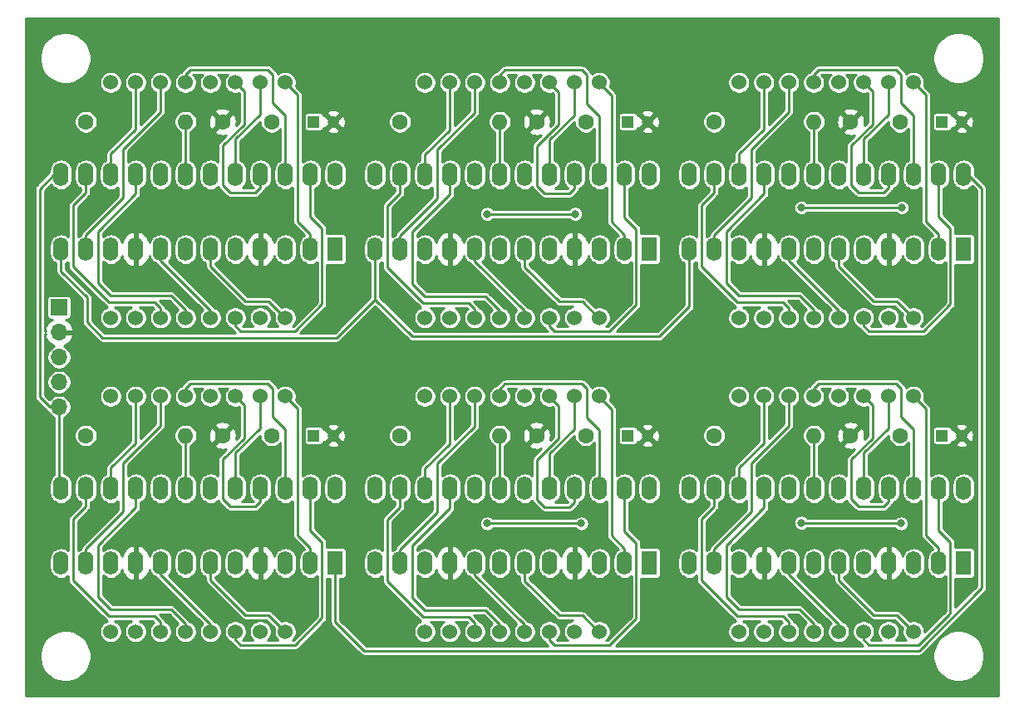
<source format=gbl>
%TF.GenerationSoftware,KiCad,Pcbnew,5.1.10-88a1d61d58~88~ubuntu20.04.1*%
%TF.CreationDate,2021-05-02T13:02:04-03:00*%
%TF.ProjectId,D3_Face,44335f46-6163-4652-9e6b-696361645f70,v01*%
%TF.SameCoordinates,Original*%
%TF.FileFunction,Copper,L2,Bot*%
%TF.FilePolarity,Positive*%
%FSLAX46Y46*%
G04 Gerber Fmt 4.6, Leading zero omitted, Abs format (unit mm)*
G04 Created by KiCad (PCBNEW 5.1.10-88a1d61d58~88~ubuntu20.04.1) date 2021-05-02 13:02:04*
%MOMM*%
%LPD*%
G01*
G04 APERTURE LIST*
%TA.AperFunction,ComponentPad*%
%ADD10O,1.700000X1.700000*%
%TD*%
%TA.AperFunction,ComponentPad*%
%ADD11R,1.700000X1.700000*%
%TD*%
%TA.AperFunction,ComponentPad*%
%ADD12R,1.600000X2.400000*%
%TD*%
%TA.AperFunction,ComponentPad*%
%ADD13O,1.600000X2.400000*%
%TD*%
%TA.AperFunction,ComponentPad*%
%ADD14C,1.524000*%
%TD*%
%TA.AperFunction,ComponentPad*%
%ADD15C,1.200000*%
%TD*%
%TA.AperFunction,ComponentPad*%
%ADD16R,1.200000X1.200000*%
%TD*%
%TA.AperFunction,ComponentPad*%
%ADD17C,1.600000*%
%TD*%
%TA.AperFunction,ComponentPad*%
%ADD18O,1.600000X1.600000*%
%TD*%
%TA.AperFunction,ViaPad*%
%ADD19C,0.800000*%
%TD*%
%TA.AperFunction,Conductor*%
%ADD20C,0.250000*%
%TD*%
%TA.AperFunction,Conductor*%
%ADD21C,0.254000*%
%TD*%
%TA.AperFunction,Conductor*%
%ADD22C,0.100000*%
%TD*%
G04 APERTURE END LIST*
D10*
%TO.P,J1,5*%
%TO.N,CLK*%
X105854500Y-101092000D03*
%TO.P,J1,4*%
%TO.N,CS*%
X105854500Y-98552000D03*
%TO.P,J1,3*%
%TO.N,Net-(J1-Pad3)*%
X105854500Y-96012000D03*
%TO.P,J1,2*%
%TO.N,GND*%
X105854500Y-93472000D03*
D11*
%TO.P,J1,1*%
%TO.N,+5V*%
X105854500Y-90932000D03*
%TD*%
D12*
%TO.P,U1,1*%
%TO.N,Net-(J1-Pad3)*%
X134000000Y-85000000D03*
D13*
%TO.P,U1,13*%
%TO.N,CLK*%
X106060000Y-77380000D03*
%TO.P,U1,2*%
%TO.N,Net-(LED1-Pad9)*%
X131460000Y-85000000D03*
%TO.P,U1,14*%
%TO.N,Net-(LED1-Pad3)*%
X108600000Y-77380000D03*
%TO.P,U1,3*%
%TO.N,Net-(LED1-Pad1)*%
X128920000Y-85000000D03*
%TO.P,U1,15*%
%TO.N,Net-(LED1-Pad15)*%
X111140000Y-77380000D03*
%TO.P,U1,4*%
%TO.N,GND*%
X126380000Y-85000000D03*
%TO.P,U1,16*%
%TO.N,Net-(LED1-Pad4)*%
X113680000Y-77380000D03*
%TO.P,U1,5*%
%TO.N,Net-(LED1-Pad2)*%
X123840000Y-85000000D03*
%TO.P,U1,17*%
%TO.N,Net-(LED1-Pad16)*%
X116220000Y-77380000D03*
%TO.P,U1,6*%
%TO.N,Net-(LED1-Pad8)*%
X121300000Y-85000000D03*
%TO.P,U1,18*%
%TO.N,Net-(R1-Pad2)*%
X118760000Y-77380000D03*
%TO.P,U1,7*%
%TO.N,Net-(LED1-Pad12)*%
X118760000Y-85000000D03*
%TO.P,U1,19*%
%TO.N,+5V*%
X121300000Y-77380000D03*
%TO.P,U1,8*%
%TO.N,Net-(LED1-Pad5)*%
X116220000Y-85000000D03*
%TO.P,U1,20*%
%TO.N,Net-(LED1-Pad10)*%
X123840000Y-77380000D03*
%TO.P,U1,9*%
%TO.N,GND*%
X113680000Y-85000000D03*
%TO.P,U1,21*%
%TO.N,Net-(LED1-Pad11)*%
X126380000Y-77380000D03*
%TO.P,U1,10*%
%TO.N,Net-(LED1-Pad7)*%
X111140000Y-85000000D03*
%TO.P,U1,22*%
%TO.N,Net-(LED1-Pad13)*%
X128920000Y-77380000D03*
%TO.P,U1,11*%
%TO.N,Net-(LED1-Pad14)*%
X108600000Y-85000000D03*
%TO.P,U1,23*%
%TO.N,Net-(LED1-Pad6)*%
X131460000Y-77380000D03*
%TO.P,U1,12*%
%TO.N,CS*%
X106060000Y-85000000D03*
%TO.P,U1,24*%
%TO.N,Net-(U1-Pad24)*%
X134000000Y-77380000D03*
%TD*%
D14*
%TO.P,LED1,8*%
%TO.N,Net-(LED1-Pad8)*%
X128890000Y-92000000D03*
%TO.P,LED1,7*%
%TO.N,Net-(LED1-Pad7)*%
X126350000Y-92000000D03*
%TO.P,LED1,6*%
%TO.N,Net-(LED1-Pad6)*%
X123810000Y-92000000D03*
%TO.P,LED1,5*%
%TO.N,Net-(LED1-Pad5)*%
X121270000Y-92000000D03*
%TO.P,LED1,4*%
%TO.N,Net-(LED1-Pad4)*%
X118730000Y-92000000D03*
%TO.P,LED1,3*%
%TO.N,Net-(LED1-Pad3)*%
X116190000Y-92000000D03*
%TO.P,LED1,2*%
%TO.N,Net-(LED1-Pad2)*%
X113650000Y-92000000D03*
%TO.P,LED1,1*%
%TO.N,Net-(LED1-Pad1)*%
X111110000Y-92000000D03*
%TO.P,LED1,9*%
%TO.N,Net-(LED1-Pad9)*%
X128890000Y-68000000D03*
%TO.P,LED1,10*%
%TO.N,Net-(LED1-Pad10)*%
X126350000Y-68000000D03*
%TO.P,LED1,11*%
%TO.N,Net-(LED1-Pad11)*%
X123810000Y-68000000D03*
%TO.P,LED1,12*%
%TO.N,Net-(LED1-Pad12)*%
X121270000Y-68000000D03*
%TO.P,LED1,13*%
%TO.N,Net-(LED1-Pad13)*%
X118730000Y-68000000D03*
%TO.P,LED1,14*%
%TO.N,Net-(LED1-Pad14)*%
X116190000Y-68000000D03*
%TO.P,LED1,15*%
%TO.N,Net-(LED1-Pad15)*%
X113650000Y-68000000D03*
%TO.P,LED1,16*%
%TO.N,Net-(LED1-Pad16)*%
X111110000Y-68000000D03*
%TD*%
D15*
%TO.P,C4,2*%
%TO.N,GND*%
X133800000Y-72000000D03*
D16*
%TO.P,C4,1*%
%TO.N,+5V*%
X131800000Y-72000000D03*
%TD*%
D17*
%TO.P,C1,2*%
%TO.N,+5V*%
X127500000Y-72000000D03*
%TO.P,C1,1*%
%TO.N,GND*%
X122500000Y-72000000D03*
%TD*%
D18*
%TO.P,R1,2*%
%TO.N,Net-(R1-Pad2)*%
X118745000Y-72000000D03*
D17*
%TO.P,R1,1*%
%TO.N,+5V*%
X108585000Y-72000000D03*
%TD*%
D14*
%TO.P,LED4,8*%
%TO.N,Net-(LED4-Pad8)*%
X128890000Y-124000000D03*
%TO.P,LED4,7*%
%TO.N,Net-(LED4-Pad7)*%
X126350000Y-124000000D03*
%TO.P,LED4,6*%
%TO.N,Net-(LED4-Pad6)*%
X123810000Y-124000000D03*
%TO.P,LED4,5*%
%TO.N,Net-(LED4-Pad5)*%
X121270000Y-124000000D03*
%TO.P,LED4,4*%
%TO.N,Net-(LED4-Pad4)*%
X118730000Y-124000000D03*
%TO.P,LED4,3*%
%TO.N,Net-(LED4-Pad3)*%
X116190000Y-124000000D03*
%TO.P,LED4,2*%
%TO.N,Net-(LED4-Pad2)*%
X113650000Y-124000000D03*
%TO.P,LED4,1*%
%TO.N,Net-(LED4-Pad1)*%
X111110000Y-124000000D03*
%TO.P,LED4,9*%
%TO.N,Net-(LED4-Pad9)*%
X128890000Y-100000000D03*
%TO.P,LED4,10*%
%TO.N,Net-(LED4-Pad10)*%
X126350000Y-100000000D03*
%TO.P,LED4,11*%
%TO.N,Net-(LED4-Pad11)*%
X123810000Y-100000000D03*
%TO.P,LED4,12*%
%TO.N,Net-(LED4-Pad12)*%
X121270000Y-100000000D03*
%TO.P,LED4,13*%
%TO.N,Net-(LED4-Pad13)*%
X118730000Y-100000000D03*
%TO.P,LED4,14*%
%TO.N,Net-(LED4-Pad14)*%
X116190000Y-100000000D03*
%TO.P,LED4,15*%
%TO.N,Net-(LED4-Pad15)*%
X113650000Y-100000000D03*
%TO.P,LED4,16*%
%TO.N,Net-(LED4-Pad16)*%
X111110000Y-100000000D03*
%TD*%
D13*
%TO.P,U6,24*%
%TO.N,Net-(U6-Pad24)*%
X198000000Y-109380000D03*
%TO.P,U6,12*%
%TO.N,CS*%
X170060000Y-117000000D03*
%TO.P,U6,23*%
%TO.N,Net-(LED6-Pad6)*%
X195460000Y-109380000D03*
%TO.P,U6,11*%
%TO.N,Net-(LED6-Pad14)*%
X172600000Y-117000000D03*
%TO.P,U6,22*%
%TO.N,Net-(LED6-Pad13)*%
X192920000Y-109380000D03*
%TO.P,U6,10*%
%TO.N,Net-(LED6-Pad7)*%
X175140000Y-117000000D03*
%TO.P,U6,21*%
%TO.N,Net-(LED6-Pad11)*%
X190380000Y-109380000D03*
%TO.P,U6,9*%
%TO.N,GND*%
X177680000Y-117000000D03*
%TO.P,U6,20*%
%TO.N,Net-(LED6-Pad10)*%
X187840000Y-109380000D03*
%TO.P,U6,8*%
%TO.N,Net-(LED6-Pad5)*%
X180220000Y-117000000D03*
%TO.P,U6,19*%
%TO.N,+5V*%
X185300000Y-109380000D03*
%TO.P,U6,7*%
%TO.N,Net-(LED6-Pad12)*%
X182760000Y-117000000D03*
%TO.P,U6,18*%
%TO.N,Net-(R6-Pad2)*%
X182760000Y-109380000D03*
%TO.P,U6,6*%
%TO.N,Net-(LED6-Pad8)*%
X185300000Y-117000000D03*
%TO.P,U6,17*%
%TO.N,Net-(LED6-Pad16)*%
X180220000Y-109380000D03*
%TO.P,U6,5*%
%TO.N,Net-(LED6-Pad2)*%
X187840000Y-117000000D03*
%TO.P,U6,16*%
%TO.N,Net-(LED6-Pad4)*%
X177680000Y-109380000D03*
%TO.P,U6,4*%
%TO.N,GND*%
X190380000Y-117000000D03*
%TO.P,U6,15*%
%TO.N,Net-(LED6-Pad15)*%
X175140000Y-109380000D03*
%TO.P,U6,3*%
%TO.N,Net-(LED6-Pad1)*%
X192920000Y-117000000D03*
%TO.P,U6,14*%
%TO.N,Net-(LED6-Pad3)*%
X172600000Y-109380000D03*
%TO.P,U6,2*%
%TO.N,Net-(LED6-Pad9)*%
X195460000Y-117000000D03*
%TO.P,U6,13*%
%TO.N,CLK*%
X170060000Y-109380000D03*
D12*
%TO.P,U6,1*%
%TO.N,Net-(U5-Pad24)*%
X198000000Y-117000000D03*
%TD*%
D13*
%TO.P,U5,24*%
%TO.N,Net-(U5-Pad24)*%
X166000000Y-109380000D03*
%TO.P,U5,12*%
%TO.N,CS*%
X138060000Y-117000000D03*
%TO.P,U5,23*%
%TO.N,Net-(LED5-Pad6)*%
X163460000Y-109380000D03*
%TO.P,U5,11*%
%TO.N,Net-(LED5-Pad14)*%
X140600000Y-117000000D03*
%TO.P,U5,22*%
%TO.N,Net-(LED5-Pad13)*%
X160920000Y-109380000D03*
%TO.P,U5,10*%
%TO.N,Net-(LED5-Pad7)*%
X143140000Y-117000000D03*
%TO.P,U5,21*%
%TO.N,Net-(LED5-Pad11)*%
X158380000Y-109380000D03*
%TO.P,U5,9*%
%TO.N,GND*%
X145680000Y-117000000D03*
%TO.P,U5,20*%
%TO.N,Net-(LED5-Pad10)*%
X155840000Y-109380000D03*
%TO.P,U5,8*%
%TO.N,Net-(LED5-Pad5)*%
X148220000Y-117000000D03*
%TO.P,U5,19*%
%TO.N,+5V*%
X153300000Y-109380000D03*
%TO.P,U5,7*%
%TO.N,Net-(LED5-Pad12)*%
X150760000Y-117000000D03*
%TO.P,U5,18*%
%TO.N,Net-(R5-Pad2)*%
X150760000Y-109380000D03*
%TO.P,U5,6*%
%TO.N,Net-(LED5-Pad8)*%
X153300000Y-117000000D03*
%TO.P,U5,17*%
%TO.N,Net-(LED5-Pad16)*%
X148220000Y-109380000D03*
%TO.P,U5,5*%
%TO.N,Net-(LED5-Pad2)*%
X155840000Y-117000000D03*
%TO.P,U5,16*%
%TO.N,Net-(LED5-Pad4)*%
X145680000Y-109380000D03*
%TO.P,U5,4*%
%TO.N,GND*%
X158380000Y-117000000D03*
%TO.P,U5,15*%
%TO.N,Net-(LED5-Pad15)*%
X143140000Y-109380000D03*
%TO.P,U5,3*%
%TO.N,Net-(LED5-Pad1)*%
X160920000Y-117000000D03*
%TO.P,U5,14*%
%TO.N,Net-(LED5-Pad3)*%
X140600000Y-109380000D03*
%TO.P,U5,2*%
%TO.N,Net-(LED5-Pad9)*%
X163460000Y-117000000D03*
%TO.P,U5,13*%
%TO.N,CLK*%
X138060000Y-109380000D03*
D12*
%TO.P,U5,1*%
%TO.N,Net-(U4-Pad24)*%
X166000000Y-117000000D03*
%TD*%
%TO.P,U4,1*%
%TO.N,Net-(U3-Pad24)*%
X134000000Y-117000000D03*
D13*
%TO.P,U4,13*%
%TO.N,CLK*%
X106060000Y-109380000D03*
%TO.P,U4,2*%
%TO.N,Net-(LED4-Pad9)*%
X131460000Y-117000000D03*
%TO.P,U4,14*%
%TO.N,Net-(LED4-Pad3)*%
X108600000Y-109380000D03*
%TO.P,U4,3*%
%TO.N,Net-(LED4-Pad1)*%
X128920000Y-117000000D03*
%TO.P,U4,15*%
%TO.N,Net-(LED4-Pad15)*%
X111140000Y-109380000D03*
%TO.P,U4,4*%
%TO.N,GND*%
X126380000Y-117000000D03*
%TO.P,U4,16*%
%TO.N,Net-(LED4-Pad4)*%
X113680000Y-109380000D03*
%TO.P,U4,5*%
%TO.N,Net-(LED4-Pad2)*%
X123840000Y-117000000D03*
%TO.P,U4,17*%
%TO.N,Net-(LED4-Pad16)*%
X116220000Y-109380000D03*
%TO.P,U4,6*%
%TO.N,Net-(LED4-Pad8)*%
X121300000Y-117000000D03*
%TO.P,U4,18*%
%TO.N,Net-(R4-Pad2)*%
X118760000Y-109380000D03*
%TO.P,U4,7*%
%TO.N,Net-(LED4-Pad12)*%
X118760000Y-117000000D03*
%TO.P,U4,19*%
%TO.N,+5V*%
X121300000Y-109380000D03*
%TO.P,U4,8*%
%TO.N,Net-(LED4-Pad5)*%
X116220000Y-117000000D03*
%TO.P,U4,20*%
%TO.N,Net-(LED4-Pad10)*%
X123840000Y-109380000D03*
%TO.P,U4,9*%
%TO.N,GND*%
X113680000Y-117000000D03*
%TO.P,U4,21*%
%TO.N,Net-(LED4-Pad11)*%
X126380000Y-109380000D03*
%TO.P,U4,10*%
%TO.N,Net-(LED4-Pad7)*%
X111140000Y-117000000D03*
%TO.P,U4,22*%
%TO.N,Net-(LED4-Pad13)*%
X128920000Y-109380000D03*
%TO.P,U4,11*%
%TO.N,Net-(LED4-Pad14)*%
X108600000Y-117000000D03*
%TO.P,U4,23*%
%TO.N,Net-(LED4-Pad6)*%
X131460000Y-109380000D03*
%TO.P,U4,12*%
%TO.N,CS*%
X106060000Y-117000000D03*
%TO.P,U4,24*%
%TO.N,Net-(U4-Pad24)*%
X134000000Y-109380000D03*
%TD*%
%TO.P,U3,24*%
%TO.N,Net-(U3-Pad24)*%
X198000000Y-77380000D03*
%TO.P,U3,12*%
%TO.N,CS*%
X170060000Y-85000000D03*
%TO.P,U3,23*%
%TO.N,Net-(LED3-Pad6)*%
X195460000Y-77380000D03*
%TO.P,U3,11*%
%TO.N,Net-(LED3-Pad14)*%
X172600000Y-85000000D03*
%TO.P,U3,22*%
%TO.N,Net-(LED3-Pad13)*%
X192920000Y-77380000D03*
%TO.P,U3,10*%
%TO.N,Net-(LED3-Pad7)*%
X175140000Y-85000000D03*
%TO.P,U3,21*%
%TO.N,Net-(LED3-Pad11)*%
X190380000Y-77380000D03*
%TO.P,U3,9*%
%TO.N,GND*%
X177680000Y-85000000D03*
%TO.P,U3,20*%
%TO.N,Net-(LED3-Pad10)*%
X187840000Y-77380000D03*
%TO.P,U3,8*%
%TO.N,Net-(LED3-Pad5)*%
X180220000Y-85000000D03*
%TO.P,U3,19*%
%TO.N,+5V*%
X185300000Y-77380000D03*
%TO.P,U3,7*%
%TO.N,Net-(LED3-Pad12)*%
X182760000Y-85000000D03*
%TO.P,U3,18*%
%TO.N,Net-(R3-Pad2)*%
X182760000Y-77380000D03*
%TO.P,U3,6*%
%TO.N,Net-(LED3-Pad8)*%
X185300000Y-85000000D03*
%TO.P,U3,17*%
%TO.N,Net-(LED3-Pad16)*%
X180220000Y-77380000D03*
%TO.P,U3,5*%
%TO.N,Net-(LED3-Pad2)*%
X187840000Y-85000000D03*
%TO.P,U3,16*%
%TO.N,Net-(LED3-Pad4)*%
X177680000Y-77380000D03*
%TO.P,U3,4*%
%TO.N,GND*%
X190380000Y-85000000D03*
%TO.P,U3,15*%
%TO.N,Net-(LED3-Pad15)*%
X175140000Y-77380000D03*
%TO.P,U3,3*%
%TO.N,Net-(LED3-Pad1)*%
X192920000Y-85000000D03*
%TO.P,U3,14*%
%TO.N,Net-(LED3-Pad3)*%
X172600000Y-77380000D03*
%TO.P,U3,2*%
%TO.N,Net-(LED3-Pad9)*%
X195460000Y-85000000D03*
%TO.P,U3,13*%
%TO.N,CLK*%
X170060000Y-77380000D03*
D12*
%TO.P,U3,1*%
%TO.N,Net-(U2-Pad24)*%
X198000000Y-85000000D03*
%TD*%
D13*
%TO.P,U2,24*%
%TO.N,Net-(U2-Pad24)*%
X166000000Y-77380000D03*
%TO.P,U2,12*%
%TO.N,CS*%
X138060000Y-85000000D03*
%TO.P,U2,23*%
%TO.N,Net-(LED2-Pad6)*%
X163460000Y-77380000D03*
%TO.P,U2,11*%
%TO.N,Net-(LED2-Pad14)*%
X140600000Y-85000000D03*
%TO.P,U2,22*%
%TO.N,Net-(LED2-Pad13)*%
X160920000Y-77380000D03*
%TO.P,U2,10*%
%TO.N,Net-(LED2-Pad7)*%
X143140000Y-85000000D03*
%TO.P,U2,21*%
%TO.N,Net-(LED2-Pad11)*%
X158380000Y-77380000D03*
%TO.P,U2,9*%
%TO.N,GND*%
X145680000Y-85000000D03*
%TO.P,U2,20*%
%TO.N,Net-(LED2-Pad10)*%
X155840000Y-77380000D03*
%TO.P,U2,8*%
%TO.N,Net-(LED2-Pad5)*%
X148220000Y-85000000D03*
%TO.P,U2,19*%
%TO.N,+5V*%
X153300000Y-77380000D03*
%TO.P,U2,7*%
%TO.N,Net-(LED2-Pad12)*%
X150760000Y-85000000D03*
%TO.P,U2,18*%
%TO.N,Net-(R2-Pad2)*%
X150760000Y-77380000D03*
%TO.P,U2,6*%
%TO.N,Net-(LED2-Pad8)*%
X153300000Y-85000000D03*
%TO.P,U2,17*%
%TO.N,Net-(LED2-Pad16)*%
X148220000Y-77380000D03*
%TO.P,U2,5*%
%TO.N,Net-(LED2-Pad2)*%
X155840000Y-85000000D03*
%TO.P,U2,16*%
%TO.N,Net-(LED2-Pad4)*%
X145680000Y-77380000D03*
%TO.P,U2,4*%
%TO.N,GND*%
X158380000Y-85000000D03*
%TO.P,U2,15*%
%TO.N,Net-(LED2-Pad15)*%
X143140000Y-77380000D03*
%TO.P,U2,3*%
%TO.N,Net-(LED2-Pad1)*%
X160920000Y-85000000D03*
%TO.P,U2,14*%
%TO.N,Net-(LED2-Pad3)*%
X140600000Y-77380000D03*
%TO.P,U2,2*%
%TO.N,Net-(LED2-Pad9)*%
X163460000Y-85000000D03*
%TO.P,U2,13*%
%TO.N,CLK*%
X138060000Y-77380000D03*
D12*
%TO.P,U2,1*%
%TO.N,Net-(U1-Pad24)*%
X166000000Y-85000000D03*
%TD*%
D18*
%TO.P,R6,2*%
%TO.N,Net-(R6-Pad2)*%
X182745000Y-104000000D03*
D17*
%TO.P,R6,1*%
%TO.N,+5V*%
X172585000Y-104000000D03*
%TD*%
D18*
%TO.P,R5,2*%
%TO.N,Net-(R5-Pad2)*%
X150745000Y-104000000D03*
D17*
%TO.P,R5,1*%
%TO.N,+5V*%
X140585000Y-104000000D03*
%TD*%
D18*
%TO.P,R4,2*%
%TO.N,Net-(R4-Pad2)*%
X118745000Y-104000000D03*
D17*
%TO.P,R4,1*%
%TO.N,+5V*%
X108585000Y-104000000D03*
%TD*%
D18*
%TO.P,R3,2*%
%TO.N,Net-(R3-Pad2)*%
X182745000Y-72000000D03*
D17*
%TO.P,R3,1*%
%TO.N,+5V*%
X172585000Y-72000000D03*
%TD*%
D18*
%TO.P,R2,2*%
%TO.N,Net-(R2-Pad2)*%
X150745000Y-72000000D03*
D17*
%TO.P,R2,1*%
%TO.N,+5V*%
X140585000Y-72000000D03*
%TD*%
D14*
%TO.P,LED6,8*%
%TO.N,Net-(LED6-Pad8)*%
X192890000Y-124000000D03*
%TO.P,LED6,7*%
%TO.N,Net-(LED6-Pad7)*%
X190350000Y-124000000D03*
%TO.P,LED6,6*%
%TO.N,Net-(LED6-Pad6)*%
X187810000Y-124000000D03*
%TO.P,LED6,5*%
%TO.N,Net-(LED6-Pad5)*%
X185270000Y-124000000D03*
%TO.P,LED6,4*%
%TO.N,Net-(LED6-Pad4)*%
X182730000Y-124000000D03*
%TO.P,LED6,3*%
%TO.N,Net-(LED6-Pad3)*%
X180190000Y-124000000D03*
%TO.P,LED6,2*%
%TO.N,Net-(LED6-Pad2)*%
X177650000Y-124000000D03*
%TO.P,LED6,1*%
%TO.N,Net-(LED6-Pad1)*%
X175110000Y-124000000D03*
%TO.P,LED6,9*%
%TO.N,Net-(LED6-Pad9)*%
X192890000Y-100000000D03*
%TO.P,LED6,10*%
%TO.N,Net-(LED6-Pad10)*%
X190350000Y-100000000D03*
%TO.P,LED6,11*%
%TO.N,Net-(LED6-Pad11)*%
X187810000Y-100000000D03*
%TO.P,LED6,12*%
%TO.N,Net-(LED6-Pad12)*%
X185270000Y-100000000D03*
%TO.P,LED6,13*%
%TO.N,Net-(LED6-Pad13)*%
X182730000Y-100000000D03*
%TO.P,LED6,14*%
%TO.N,Net-(LED6-Pad14)*%
X180190000Y-100000000D03*
%TO.P,LED6,15*%
%TO.N,Net-(LED6-Pad15)*%
X177650000Y-100000000D03*
%TO.P,LED6,16*%
%TO.N,Net-(LED6-Pad16)*%
X175110000Y-100000000D03*
%TD*%
%TO.P,LED5,8*%
%TO.N,Net-(LED5-Pad8)*%
X160890000Y-124000000D03*
%TO.P,LED5,7*%
%TO.N,Net-(LED5-Pad7)*%
X158350000Y-124000000D03*
%TO.P,LED5,6*%
%TO.N,Net-(LED5-Pad6)*%
X155810000Y-124000000D03*
%TO.P,LED5,5*%
%TO.N,Net-(LED5-Pad5)*%
X153270000Y-124000000D03*
%TO.P,LED5,4*%
%TO.N,Net-(LED5-Pad4)*%
X150730000Y-124000000D03*
%TO.P,LED5,3*%
%TO.N,Net-(LED5-Pad3)*%
X148190000Y-124000000D03*
%TO.P,LED5,2*%
%TO.N,Net-(LED5-Pad2)*%
X145650000Y-124000000D03*
%TO.P,LED5,1*%
%TO.N,Net-(LED5-Pad1)*%
X143110000Y-124000000D03*
%TO.P,LED5,9*%
%TO.N,Net-(LED5-Pad9)*%
X160890000Y-100000000D03*
%TO.P,LED5,10*%
%TO.N,Net-(LED5-Pad10)*%
X158350000Y-100000000D03*
%TO.P,LED5,11*%
%TO.N,Net-(LED5-Pad11)*%
X155810000Y-100000000D03*
%TO.P,LED5,12*%
%TO.N,Net-(LED5-Pad12)*%
X153270000Y-100000000D03*
%TO.P,LED5,13*%
%TO.N,Net-(LED5-Pad13)*%
X150730000Y-100000000D03*
%TO.P,LED5,14*%
%TO.N,Net-(LED5-Pad14)*%
X148190000Y-100000000D03*
%TO.P,LED5,15*%
%TO.N,Net-(LED5-Pad15)*%
X145650000Y-100000000D03*
%TO.P,LED5,16*%
%TO.N,Net-(LED5-Pad16)*%
X143110000Y-100000000D03*
%TD*%
%TO.P,LED3,8*%
%TO.N,Net-(LED3-Pad8)*%
X192890000Y-92000000D03*
%TO.P,LED3,7*%
%TO.N,Net-(LED3-Pad7)*%
X190350000Y-92000000D03*
%TO.P,LED3,6*%
%TO.N,Net-(LED3-Pad6)*%
X187810000Y-92000000D03*
%TO.P,LED3,5*%
%TO.N,Net-(LED3-Pad5)*%
X185270000Y-92000000D03*
%TO.P,LED3,4*%
%TO.N,Net-(LED3-Pad4)*%
X182730000Y-92000000D03*
%TO.P,LED3,3*%
%TO.N,Net-(LED3-Pad3)*%
X180190000Y-92000000D03*
%TO.P,LED3,2*%
%TO.N,Net-(LED3-Pad2)*%
X177650000Y-92000000D03*
%TO.P,LED3,1*%
%TO.N,Net-(LED3-Pad1)*%
X175110000Y-92000000D03*
%TO.P,LED3,9*%
%TO.N,Net-(LED3-Pad9)*%
X192890000Y-68000000D03*
%TO.P,LED3,10*%
%TO.N,Net-(LED3-Pad10)*%
X190350000Y-68000000D03*
%TO.P,LED3,11*%
%TO.N,Net-(LED3-Pad11)*%
X187810000Y-68000000D03*
%TO.P,LED3,12*%
%TO.N,Net-(LED3-Pad12)*%
X185270000Y-68000000D03*
%TO.P,LED3,13*%
%TO.N,Net-(LED3-Pad13)*%
X182730000Y-68000000D03*
%TO.P,LED3,14*%
%TO.N,Net-(LED3-Pad14)*%
X180190000Y-68000000D03*
%TO.P,LED3,15*%
%TO.N,Net-(LED3-Pad15)*%
X177650000Y-68000000D03*
%TO.P,LED3,16*%
%TO.N,Net-(LED3-Pad16)*%
X175110000Y-68000000D03*
%TD*%
%TO.P,LED2,8*%
%TO.N,Net-(LED2-Pad8)*%
X160890000Y-92000000D03*
%TO.P,LED2,7*%
%TO.N,Net-(LED2-Pad7)*%
X158350000Y-92000000D03*
%TO.P,LED2,6*%
%TO.N,Net-(LED2-Pad6)*%
X155810000Y-92000000D03*
%TO.P,LED2,5*%
%TO.N,Net-(LED2-Pad5)*%
X153270000Y-92000000D03*
%TO.P,LED2,4*%
%TO.N,Net-(LED2-Pad4)*%
X150730000Y-92000000D03*
%TO.P,LED2,3*%
%TO.N,Net-(LED2-Pad3)*%
X148190000Y-92000000D03*
%TO.P,LED2,2*%
%TO.N,Net-(LED2-Pad2)*%
X145650000Y-92000000D03*
%TO.P,LED2,1*%
%TO.N,Net-(LED2-Pad1)*%
X143110000Y-92000000D03*
%TO.P,LED2,9*%
%TO.N,Net-(LED2-Pad9)*%
X160890000Y-68000000D03*
%TO.P,LED2,10*%
%TO.N,Net-(LED2-Pad10)*%
X158350000Y-68000000D03*
%TO.P,LED2,11*%
%TO.N,Net-(LED2-Pad11)*%
X155810000Y-68000000D03*
%TO.P,LED2,12*%
%TO.N,Net-(LED2-Pad12)*%
X153270000Y-68000000D03*
%TO.P,LED2,13*%
%TO.N,Net-(LED2-Pad13)*%
X150730000Y-68000000D03*
%TO.P,LED2,14*%
%TO.N,Net-(LED2-Pad14)*%
X148190000Y-68000000D03*
%TO.P,LED2,15*%
%TO.N,Net-(LED2-Pad15)*%
X145650000Y-68000000D03*
%TO.P,LED2,16*%
%TO.N,Net-(LED2-Pad16)*%
X143110000Y-68000000D03*
%TD*%
D15*
%TO.P,C12,2*%
%TO.N,GND*%
X197800000Y-104000000D03*
D16*
%TO.P,C12,1*%
%TO.N,+5V*%
X195800000Y-104000000D03*
%TD*%
D15*
%TO.P,C11,2*%
%TO.N,GND*%
X165800000Y-104000000D03*
D16*
%TO.P,C11,1*%
%TO.N,+5V*%
X163800000Y-104000000D03*
%TD*%
D15*
%TO.P,C10,2*%
%TO.N,GND*%
X133800000Y-104000000D03*
D16*
%TO.P,C10,1*%
%TO.N,+5V*%
X131800000Y-104000000D03*
%TD*%
D17*
%TO.P,C9,2*%
%TO.N,+5V*%
X191500000Y-104000000D03*
%TO.P,C9,1*%
%TO.N,GND*%
X186500000Y-104000000D03*
%TD*%
%TO.P,C8,2*%
%TO.N,+5V*%
X159500000Y-104000000D03*
%TO.P,C8,1*%
%TO.N,GND*%
X154500000Y-104000000D03*
%TD*%
%TO.P,C7,2*%
%TO.N,+5V*%
X127500000Y-104000000D03*
%TO.P,C7,1*%
%TO.N,GND*%
X122500000Y-104000000D03*
%TD*%
D15*
%TO.P,C6,2*%
%TO.N,GND*%
X197800000Y-72000000D03*
D16*
%TO.P,C6,1*%
%TO.N,+5V*%
X195800000Y-72000000D03*
%TD*%
D15*
%TO.P,C5,2*%
%TO.N,GND*%
X165800000Y-72000000D03*
D16*
%TO.P,C5,1*%
%TO.N,+5V*%
X163800000Y-72000000D03*
%TD*%
D17*
%TO.P,C3,2*%
%TO.N,+5V*%
X191500000Y-72000000D03*
%TO.P,C3,1*%
%TO.N,GND*%
X186500000Y-72000000D03*
%TD*%
%TO.P,C2,2*%
%TO.N,+5V*%
X159500000Y-72000000D03*
%TO.P,C2,1*%
%TO.N,GND*%
X154500000Y-72000000D03*
%TD*%
D19*
%TO.N,Net-(U1-Pad24)*%
X149479000Y-81407000D03*
X158432500Y-81407000D03*
%TO.N,Net-(U2-Pad24)*%
X181483000Y-80772000D03*
X191706500Y-80772000D03*
%TO.N,Net-(U4-Pad24)*%
X149479000Y-112966500D03*
X159067500Y-112966500D03*
%TO.N,Net-(U5-Pad24)*%
X181483000Y-112903000D03*
X191643000Y-112966500D03*
%TD*%
D20*
%TO.N,CLK*%
X106060000Y-77380000D02*
X105754000Y-77380000D01*
X105156000Y-101092000D02*
X106172000Y-101092000D01*
X106060000Y-77380000D02*
X105627000Y-77380000D01*
X106060000Y-77380000D02*
X105373000Y-77380000D01*
X103886000Y-78867000D02*
X103886000Y-79692500D01*
X103886000Y-79629000D02*
X103886000Y-79692500D01*
X105373000Y-77380000D02*
X103886000Y-78867000D01*
X106172000Y-109268000D02*
X106060000Y-109380000D01*
X105854500Y-109174500D02*
X106060000Y-109380000D01*
X105854500Y-101092000D02*
X105854500Y-109174500D01*
X104902000Y-101092000D02*
X105854500Y-101092000D01*
X103886000Y-79692500D02*
X103886000Y-100076000D01*
X103886000Y-100076000D02*
X104902000Y-101092000D01*
%TO.N,CS*%
X106060000Y-85000000D02*
X105373000Y-85000000D01*
X106060000Y-87264000D02*
X106060000Y-85000000D01*
X138060000Y-85000000D02*
X138060000Y-89651000D01*
X108712000Y-89916000D02*
X106060000Y-87264000D01*
X110299500Y-94043500D02*
X108712000Y-92456000D01*
X133667500Y-94043500D02*
X110299500Y-94043500D01*
X108712000Y-92456000D02*
X108712000Y-89916000D01*
X138060000Y-89651000D02*
X138060000Y-90117500D01*
X138060000Y-90117500D02*
X141859000Y-93916500D01*
X141859000Y-93916500D02*
X167005000Y-93916500D01*
X170060000Y-90861500D02*
X170060000Y-85000000D01*
X167005000Y-93916500D02*
X170060000Y-90861500D01*
X134134000Y-94043500D02*
X138060000Y-90117500D01*
X133667500Y-94043500D02*
X134134000Y-94043500D01*
%TO.N,Net-(R1-Pad2)*%
X118745000Y-77365000D02*
X118760000Y-77380000D01*
X118745000Y-72000000D02*
X118745000Y-77365000D01*
%TO.N,Net-(R2-Pad2)*%
X150749000Y-72063500D02*
X150749000Y-77428500D01*
X150749000Y-77428500D02*
X150764000Y-77443500D01*
%TO.N,Net-(R3-Pad2)*%
X182753000Y-72000000D02*
X182753000Y-77365000D01*
X182753000Y-77365000D02*
X182768000Y-77380000D01*
%TO.N,Net-(R4-Pad2)*%
X118745000Y-104004000D02*
X118745000Y-109369000D01*
X118745000Y-109369000D02*
X118760000Y-109384000D01*
%TO.N,Net-(R5-Pad2)*%
X150749000Y-104067500D02*
X150749000Y-109432500D01*
X150749000Y-109432500D02*
X150764000Y-109447500D01*
%TO.N,Net-(R6-Pad2)*%
X182753000Y-104004000D02*
X182753000Y-109369000D01*
X182753000Y-109369000D02*
X182768000Y-109384000D01*
%TO.N,Net-(U1-Pad24)*%
X149479000Y-81407000D02*
X158432500Y-81407000D01*
%TO.N,Net-(U2-Pad24)*%
X181483000Y-80772000D02*
X191706500Y-80772000D01*
%TO.N,Net-(U3-Pad24)*%
X199834500Y-78803500D02*
X198411000Y-77380000D01*
X198411000Y-77380000D02*
X198000000Y-77380000D01*
X199834500Y-119571910D02*
X199834500Y-78803500D01*
X193454160Y-125952250D02*
X199834500Y-119571910D01*
X136937750Y-125952250D02*
X193454160Y-125952250D01*
X134000000Y-123014500D02*
X136937750Y-125952250D01*
X134000000Y-117000000D02*
X134000000Y-123014500D01*
%TO.N,Net-(U4-Pad24)*%
X149479000Y-112966500D02*
X159067500Y-112966500D01*
%TO.N,Net-(U5-Pad24)*%
X181483000Y-112903000D02*
X191579500Y-112903000D01*
X191579500Y-112903000D02*
X191643000Y-112966500D01*
%TO.N,Net-(LED1-Pad8)*%
X121300000Y-85000000D02*
X121300000Y-86756000D01*
X121300000Y-86756000D02*
X124841000Y-90297000D01*
X127187000Y-90297000D02*
X128890000Y-92000000D01*
X124841000Y-90297000D02*
X127187000Y-90297000D01*
%TO.N,Net-(LED1-Pad6)*%
X131460000Y-77380000D02*
X131460000Y-81676000D01*
X131460000Y-81676000D02*
X132651500Y-82867500D01*
X132651500Y-82867500D02*
X132651500Y-90614500D01*
X132651500Y-90614500D02*
X129921000Y-93345000D01*
X129921000Y-93345000D02*
X124333000Y-93345000D01*
X123810000Y-92822000D02*
X123810000Y-92000000D01*
X124333000Y-93345000D02*
X123810000Y-92822000D01*
%TO.N,Net-(LED1-Pad5)*%
X116220000Y-85000000D02*
X116220000Y-86184500D01*
X121270000Y-91234500D02*
X121270000Y-92000000D01*
X116220000Y-86184500D02*
X121270000Y-91234500D01*
%TO.N,Net-(LED1-Pad4)*%
X118730000Y-91171000D02*
X118730000Y-92000000D01*
X113680000Y-79360000D02*
X109855000Y-83185000D01*
X111125000Y-89725500D02*
X117284500Y-89725500D01*
X117284500Y-89725500D02*
X118730000Y-91171000D01*
X113680000Y-77380000D02*
X113680000Y-79360000D01*
X109855000Y-88455500D02*
X111125000Y-89725500D01*
X109855000Y-83185000D02*
X109855000Y-88455500D01*
%TO.N,Net-(LED1-Pad3)*%
X108600000Y-77380000D02*
X108600000Y-79233000D01*
X108600000Y-79233000D02*
X107315000Y-80518000D01*
X107315000Y-80518000D02*
X107315000Y-86804500D01*
X107315000Y-86804500D02*
X110934500Y-90424000D01*
X110934500Y-90424000D02*
X115570000Y-90424000D01*
X116190000Y-91044000D02*
X116190000Y-92000000D01*
X115570000Y-90424000D02*
X116190000Y-91044000D01*
%TO.N,Net-(LED1-Pad9)*%
X128890000Y-68000000D02*
X130175000Y-69285000D01*
X130175000Y-69285000D02*
X130175000Y-82169000D01*
X131460000Y-83454000D02*
X131460000Y-85000000D01*
X130175000Y-82169000D02*
X131460000Y-83454000D01*
%TO.N,Net-(LED1-Pad10)*%
X126350000Y-68000000D02*
X126350000Y-68849000D01*
X126350000Y-68000000D02*
X126350000Y-71262000D01*
X123840000Y-73772000D02*
X123840000Y-77380000D01*
X126350000Y-71262000D02*
X123840000Y-73772000D01*
%TO.N,Net-(LED1-Pad11)*%
X122555000Y-74420590D02*
X122555000Y-78486000D01*
X122555000Y-78486000D02*
X123317000Y-79248000D01*
X123317000Y-79248000D02*
X125857000Y-79248000D01*
X126380000Y-78725000D02*
X126380000Y-77380000D01*
X125857000Y-79248000D02*
X126380000Y-78725000D01*
X123810000Y-68000000D02*
X124714000Y-68904000D01*
X124714000Y-72261590D02*
X124713295Y-72262295D01*
X124714000Y-68904000D02*
X124714000Y-72261590D01*
X124713295Y-72262295D02*
X122555000Y-74420590D01*
%TO.N,Net-(LED1-Pad13)*%
X128920000Y-71389000D02*
X128920000Y-77380000D01*
X118730000Y-67198000D02*
X119253000Y-66675000D01*
X119253000Y-66675000D02*
X127127000Y-66675000D01*
X118730000Y-68000000D02*
X118730000Y-67198000D01*
X127127000Y-66675000D02*
X127635000Y-67183000D01*
X127635000Y-67183000D02*
X127635000Y-70104000D01*
X127635000Y-70104000D02*
X128920000Y-71389000D01*
%TO.N,Net-(LED1-Pad14)*%
X116190000Y-68000000D02*
X116190000Y-71008000D01*
X116190000Y-71008000D02*
X112395000Y-74803000D01*
X112395000Y-74803000D02*
X112395000Y-79756000D01*
X108600000Y-83551000D02*
X108600000Y-85000000D01*
X112395000Y-79756000D02*
X108600000Y-83551000D01*
%TO.N,Net-(LED1-Pad15)*%
X113650000Y-68000000D02*
X113650000Y-72786000D01*
X111140000Y-75296000D02*
X111140000Y-77380000D01*
X113650000Y-72786000D02*
X111140000Y-75296000D01*
%TO.N,Net-(LED2-Pad8)*%
X153304000Y-85063500D02*
X153304000Y-86819500D01*
X159191000Y-90360500D02*
X160894000Y-92063500D01*
X156845000Y-90360500D02*
X159191000Y-90360500D01*
X153304000Y-86819500D02*
X156845000Y-90360500D01*
%TO.N,Net-(LED2-Pad6)*%
X164655500Y-82931000D02*
X164655500Y-90678000D01*
X156337000Y-93408500D02*
X155814000Y-92885500D01*
X161925000Y-93408500D02*
X156337000Y-93408500D01*
X155814000Y-92885500D02*
X155814000Y-92063500D01*
X163464000Y-77443500D02*
X163464000Y-81739500D01*
X164655500Y-90678000D02*
X161925000Y-93408500D01*
X163464000Y-81739500D02*
X164655500Y-82931000D01*
%TO.N,Net-(LED2-Pad5)*%
X148224000Y-86248000D02*
X153274000Y-91298000D01*
X148224000Y-85063500D02*
X148224000Y-86248000D01*
X153274000Y-91298000D02*
X153274000Y-92063500D01*
%TO.N,Net-(LED2-Pad4)*%
X145684000Y-77443500D02*
X145684000Y-79423500D01*
X149288500Y-89789000D02*
X150734000Y-91234500D01*
X141859000Y-88519000D02*
X143129000Y-89789000D01*
X145684000Y-79423500D02*
X141859000Y-83248500D01*
X143129000Y-89789000D02*
X149288500Y-89789000D01*
X150734000Y-91234500D02*
X150734000Y-92063500D01*
X141859000Y-83248500D02*
X141859000Y-88519000D01*
%TO.N,Net-(LED2-Pad3)*%
X148194000Y-91107500D02*
X148194000Y-92063500D01*
X139319000Y-86868000D02*
X142938500Y-90487500D01*
X142938500Y-90487500D02*
X147574000Y-90487500D01*
X140604000Y-77443500D02*
X140604000Y-79296500D01*
X147574000Y-90487500D02*
X148194000Y-91107500D01*
X140604000Y-79296500D02*
X139319000Y-80581500D01*
X139319000Y-80581500D02*
X139319000Y-86868000D01*
%TO.N,Net-(LED2-Pad9)*%
X163464000Y-83517500D02*
X163464000Y-85063500D01*
X160894000Y-68063500D02*
X162179000Y-69348500D01*
X162179000Y-69348500D02*
X162179000Y-82232500D01*
X162179000Y-82232500D02*
X163464000Y-83517500D01*
%TO.N,Net-(LED2-Pad10)*%
X158354000Y-68063500D02*
X158354000Y-68912500D01*
X158354000Y-68063500D02*
X158354000Y-71325500D01*
X158354000Y-71325500D02*
X155844000Y-73835500D01*
X155844000Y-73835500D02*
X155844000Y-77443500D01*
%TO.N,Net-(LED2-Pad11)*%
X155321000Y-79311500D02*
X157861000Y-79311500D01*
X157861000Y-79311500D02*
X158384000Y-78788500D01*
X156717295Y-72325795D02*
X154559000Y-74484090D01*
X155814000Y-68063500D02*
X156718000Y-68967500D01*
X158384000Y-78788500D02*
X158384000Y-77443500D01*
X154559000Y-78549500D02*
X155321000Y-79311500D01*
X154559000Y-74484090D02*
X154559000Y-78549500D01*
X156718000Y-68967500D02*
X156718000Y-72325090D01*
X156718000Y-72325090D02*
X156717295Y-72325795D01*
%TO.N,Net-(LED2-Pad13)*%
X159131000Y-66738500D02*
X159639000Y-67246500D01*
X159639000Y-67246500D02*
X159639000Y-70167500D01*
X159639000Y-70167500D02*
X160924000Y-71452500D01*
X150734000Y-67261500D02*
X151257000Y-66738500D01*
X151257000Y-66738500D02*
X159131000Y-66738500D01*
X150734000Y-68063500D02*
X150734000Y-67261500D01*
X160924000Y-71452500D02*
X160924000Y-77443500D01*
%TO.N,Net-(LED2-Pad14)*%
X140604000Y-83614500D02*
X140604000Y-85063500D01*
X144399000Y-74866500D02*
X144399000Y-79819500D01*
X148194000Y-68063500D02*
X148194000Y-71071500D01*
X148194000Y-71071500D02*
X144399000Y-74866500D01*
X144399000Y-79819500D02*
X140604000Y-83614500D01*
%TO.N,Net-(LED2-Pad15)*%
X143144000Y-75359500D02*
X143144000Y-77443500D01*
X145654000Y-72849500D02*
X143144000Y-75359500D01*
X145654000Y-68063500D02*
X145654000Y-72849500D01*
%TO.N,Net-(LED3-Pad8)*%
X188849000Y-90297000D02*
X191195000Y-90297000D01*
X185308000Y-86756000D02*
X188849000Y-90297000D01*
X191195000Y-90297000D02*
X192898000Y-92000000D01*
X185308000Y-85000000D02*
X185308000Y-86756000D01*
%TO.N,Net-(LED3-Pad6)*%
X188341000Y-93345000D02*
X187818000Y-92822000D01*
X196659500Y-82867500D02*
X196659500Y-90614500D01*
X187818000Y-92822000D02*
X187818000Y-92000000D01*
X195468000Y-81676000D02*
X196659500Y-82867500D01*
X193929000Y-93345000D02*
X188341000Y-93345000D01*
X195468000Y-77380000D02*
X195468000Y-81676000D01*
X196659500Y-90614500D02*
X193929000Y-93345000D01*
%TO.N,Net-(LED3-Pad5)*%
X180228000Y-86184500D02*
X185278000Y-91234500D01*
X185278000Y-91234500D02*
X185278000Y-92000000D01*
X180228000Y-85000000D02*
X180228000Y-86184500D01*
%TO.N,Net-(LED3-Pad4)*%
X182738000Y-91171000D02*
X182738000Y-92000000D01*
X177688000Y-79360000D02*
X173863000Y-83185000D01*
X173863000Y-88455500D02*
X175133000Y-89725500D01*
X175133000Y-89725500D02*
X181292500Y-89725500D01*
X177688000Y-77380000D02*
X177688000Y-79360000D01*
X181292500Y-89725500D02*
X182738000Y-91171000D01*
X173863000Y-83185000D02*
X173863000Y-88455500D01*
%TO.N,Net-(LED3-Pad3)*%
X172608000Y-77380000D02*
X172608000Y-79233000D01*
X172608000Y-79233000D02*
X171323000Y-80518000D01*
X171323000Y-80518000D02*
X171323000Y-86804500D01*
X180198000Y-91044000D02*
X180198000Y-92000000D01*
X179578000Y-90424000D02*
X180198000Y-91044000D01*
X171323000Y-86804500D02*
X174942500Y-90424000D01*
X174942500Y-90424000D02*
X179578000Y-90424000D01*
%TO.N,Net-(LED3-Pad9)*%
X194183000Y-82169000D02*
X195468000Y-83454000D01*
X195468000Y-83454000D02*
X195468000Y-85000000D01*
X194183000Y-69285000D02*
X194183000Y-82169000D01*
X192898000Y-68000000D02*
X194183000Y-69285000D01*
%TO.N,Net-(LED3-Pad10)*%
X190358000Y-68000000D02*
X190358000Y-71262000D01*
X190358000Y-71262000D02*
X187848000Y-73772000D01*
X190358000Y-68000000D02*
X190358000Y-68849000D01*
X187848000Y-73772000D02*
X187848000Y-77380000D01*
%TO.N,Net-(LED3-Pad11)*%
X186563000Y-78486000D02*
X187325000Y-79248000D01*
X188722000Y-68904000D02*
X188722000Y-72261590D01*
X188721295Y-72262295D02*
X186563000Y-74420590D01*
X188722000Y-72261590D02*
X188721295Y-72262295D01*
X189865000Y-79248000D02*
X190388000Y-78725000D01*
X187325000Y-79248000D02*
X189865000Y-79248000D01*
X190388000Y-78725000D02*
X190388000Y-77380000D01*
X187818000Y-68000000D02*
X188722000Y-68904000D01*
X186563000Y-74420590D02*
X186563000Y-78486000D01*
%TO.N,Net-(LED3-Pad13)*%
X182738000Y-68000000D02*
X182738000Y-67198000D01*
X192928000Y-71389000D02*
X192928000Y-77380000D01*
X191135000Y-66675000D02*
X191643000Y-67183000D01*
X191643000Y-67183000D02*
X191643000Y-70104000D01*
X191643000Y-70104000D02*
X192928000Y-71389000D01*
X183261000Y-66675000D02*
X191135000Y-66675000D01*
X182738000Y-67198000D02*
X183261000Y-66675000D01*
%TO.N,Net-(LED3-Pad14)*%
X180198000Y-68000000D02*
X180198000Y-71008000D01*
X172608000Y-83551000D02*
X172608000Y-85000000D01*
X176403000Y-79756000D02*
X172608000Y-83551000D01*
X180198000Y-71008000D02*
X176403000Y-74803000D01*
X176403000Y-74803000D02*
X176403000Y-79756000D01*
%TO.N,Net-(LED3-Pad15)*%
X175148000Y-75296000D02*
X175148000Y-77380000D01*
X177658000Y-72786000D02*
X175148000Y-75296000D01*
X177658000Y-68000000D02*
X177658000Y-72786000D01*
%TO.N,Net-(LED4-Pad8)*%
X124841000Y-122301000D02*
X127187000Y-122301000D01*
X121300000Y-118760000D02*
X124841000Y-122301000D01*
X127187000Y-122301000D02*
X128890000Y-124004000D01*
X121300000Y-117004000D02*
X121300000Y-118760000D01*
%TO.N,Net-(LED4-Pad6)*%
X124333000Y-125349000D02*
X123810000Y-124826000D01*
X132651500Y-114871500D02*
X132651500Y-122618500D01*
X123810000Y-124826000D02*
X123810000Y-124004000D01*
X131460000Y-113680000D02*
X132651500Y-114871500D01*
X129921000Y-125349000D02*
X124333000Y-125349000D01*
X131460000Y-109384000D02*
X131460000Y-113680000D01*
X132651500Y-122618500D02*
X129921000Y-125349000D01*
%TO.N,Net-(LED4-Pad5)*%
X116220000Y-118188500D02*
X121270000Y-123238500D01*
X121270000Y-123238500D02*
X121270000Y-124004000D01*
X116220000Y-117004000D02*
X116220000Y-118188500D01*
%TO.N,Net-(LED4-Pad4)*%
X118730000Y-123175000D02*
X118730000Y-124004000D01*
X113680000Y-111364000D02*
X109855000Y-115189000D01*
X109855000Y-120459500D02*
X111125000Y-121729500D01*
X111125000Y-121729500D02*
X117284500Y-121729500D01*
X113680000Y-109384000D02*
X113680000Y-111364000D01*
X117284500Y-121729500D02*
X118730000Y-123175000D01*
X109855000Y-115189000D02*
X109855000Y-120459500D01*
%TO.N,Net-(LED4-Pad3)*%
X108600000Y-109384000D02*
X108600000Y-111237000D01*
X108600000Y-111237000D02*
X107315000Y-112522000D01*
X107315000Y-112522000D02*
X107315000Y-118808500D01*
X116190000Y-123048000D02*
X116190000Y-124004000D01*
X115570000Y-122428000D02*
X116190000Y-123048000D01*
X107315000Y-118808500D02*
X110934500Y-122428000D01*
X110934500Y-122428000D02*
X115570000Y-122428000D01*
%TO.N,Net-(LED4-Pad9)*%
X130175000Y-114173000D02*
X131460000Y-115458000D01*
X131460000Y-115458000D02*
X131460000Y-117004000D01*
X130175000Y-101289000D02*
X130175000Y-114173000D01*
X128890000Y-100004000D02*
X130175000Y-101289000D01*
%TO.N,Net-(LED4-Pad10)*%
X126350000Y-100004000D02*
X126350000Y-103266000D01*
X126350000Y-103266000D02*
X123840000Y-105776000D01*
X126350000Y-100004000D02*
X126350000Y-100853000D01*
X123840000Y-105776000D02*
X123840000Y-109384000D01*
%TO.N,Net-(LED4-Pad11)*%
X122555000Y-110490000D02*
X123317000Y-111252000D01*
X124714000Y-100908000D02*
X124714000Y-104265590D01*
X124713295Y-104266295D02*
X122555000Y-106424590D01*
X124714000Y-104265590D02*
X124713295Y-104266295D01*
X125857000Y-111252000D02*
X126380000Y-110729000D01*
X123317000Y-111252000D02*
X125857000Y-111252000D01*
X126380000Y-110729000D02*
X126380000Y-109384000D01*
X123810000Y-100004000D02*
X124714000Y-100908000D01*
X122555000Y-106424590D02*
X122555000Y-110490000D01*
%TO.N,Net-(LED4-Pad13)*%
X118730000Y-100004000D02*
X118730000Y-99202000D01*
X128920000Y-103393000D02*
X128920000Y-109384000D01*
X127127000Y-98679000D02*
X127635000Y-99187000D01*
X127635000Y-99187000D02*
X127635000Y-102108000D01*
X127635000Y-102108000D02*
X128920000Y-103393000D01*
X119253000Y-98679000D02*
X127127000Y-98679000D01*
X118730000Y-99202000D02*
X119253000Y-98679000D01*
%TO.N,Net-(LED4-Pad14)*%
X116190000Y-100004000D02*
X116190000Y-103012000D01*
X108600000Y-115555000D02*
X108600000Y-117004000D01*
X112395000Y-111760000D02*
X108600000Y-115555000D01*
X116190000Y-103012000D02*
X112395000Y-106807000D01*
X112395000Y-106807000D02*
X112395000Y-111760000D01*
%TO.N,Net-(LED4-Pad15)*%
X111140000Y-107300000D02*
X111140000Y-109384000D01*
X113650000Y-104790000D02*
X111140000Y-107300000D01*
X113650000Y-100004000D02*
X113650000Y-104790000D01*
%TO.N,Net-(LED5-Pad8)*%
X156845000Y-122364500D02*
X159191000Y-122364500D01*
X153304000Y-118823500D02*
X156845000Y-122364500D01*
X159191000Y-122364500D02*
X160894000Y-124067500D01*
X153304000Y-117067500D02*
X153304000Y-118823500D01*
%TO.N,Net-(LED5-Pad6)*%
X156337000Y-125412500D02*
X155814000Y-124889500D01*
X164655500Y-114935000D02*
X164655500Y-122682000D01*
X155814000Y-124889500D02*
X155814000Y-124067500D01*
X163464000Y-113743500D02*
X164655500Y-114935000D01*
X161925000Y-125412500D02*
X156337000Y-125412500D01*
X163464000Y-109447500D02*
X163464000Y-113743500D01*
X164655500Y-122682000D02*
X161925000Y-125412500D01*
%TO.N,Net-(LED5-Pad5)*%
X148224000Y-118252000D02*
X153274000Y-123302000D01*
X153274000Y-123302000D02*
X153274000Y-124067500D01*
X148224000Y-117067500D02*
X148224000Y-118252000D01*
%TO.N,Net-(LED5-Pad4)*%
X150734000Y-123238500D02*
X150734000Y-124067500D01*
X145684000Y-111427500D02*
X141859000Y-115252500D01*
X141859000Y-120523000D02*
X143129000Y-121793000D01*
X143129000Y-121793000D02*
X149288500Y-121793000D01*
X145684000Y-109447500D02*
X145684000Y-111427500D01*
X149288500Y-121793000D02*
X150734000Y-123238500D01*
X141859000Y-115252500D02*
X141859000Y-120523000D01*
%TO.N,Net-(LED5-Pad3)*%
X140604000Y-109447500D02*
X140604000Y-111300500D01*
X140604000Y-111300500D02*
X139319000Y-112585500D01*
X139319000Y-112585500D02*
X139319000Y-118872000D01*
X148194000Y-123111500D02*
X148194000Y-124067500D01*
X147574000Y-122491500D02*
X148194000Y-123111500D01*
X139319000Y-118872000D02*
X142938500Y-122491500D01*
X142938500Y-122491500D02*
X147574000Y-122491500D01*
%TO.N,Net-(LED5-Pad9)*%
X162179000Y-114236500D02*
X163464000Y-115521500D01*
X163464000Y-115521500D02*
X163464000Y-117067500D01*
X162179000Y-101352500D02*
X162179000Y-114236500D01*
X160894000Y-100067500D02*
X162179000Y-101352500D01*
%TO.N,Net-(LED5-Pad10)*%
X158354000Y-100067500D02*
X158354000Y-103329500D01*
X158354000Y-103329500D02*
X155844000Y-105839500D01*
X158354000Y-100067500D02*
X158354000Y-100916500D01*
X155844000Y-105839500D02*
X155844000Y-109447500D01*
%TO.N,Net-(LED5-Pad11)*%
X154559000Y-110553500D02*
X155321000Y-111315500D01*
X156718000Y-100971500D02*
X156718000Y-104329090D01*
X156717295Y-104329795D02*
X154559000Y-106488090D01*
X156718000Y-104329090D02*
X156717295Y-104329795D01*
X157861000Y-111315500D02*
X158384000Y-110792500D01*
X155321000Y-111315500D02*
X157861000Y-111315500D01*
X158384000Y-110792500D02*
X158384000Y-109447500D01*
X155814000Y-100067500D02*
X156718000Y-100971500D01*
X154559000Y-106488090D02*
X154559000Y-110553500D01*
%TO.N,Net-(LED5-Pad13)*%
X150734000Y-100067500D02*
X150734000Y-99265500D01*
X160924000Y-103456500D02*
X160924000Y-109447500D01*
X159131000Y-98742500D02*
X159639000Y-99250500D01*
X159639000Y-99250500D02*
X159639000Y-102171500D01*
X159639000Y-102171500D02*
X160924000Y-103456500D01*
X151257000Y-98742500D02*
X159131000Y-98742500D01*
X150734000Y-99265500D02*
X151257000Y-98742500D01*
%TO.N,Net-(LED5-Pad14)*%
X148194000Y-100067500D02*
X148194000Y-103075500D01*
X140604000Y-115618500D02*
X140604000Y-117067500D01*
X144399000Y-111823500D02*
X140604000Y-115618500D01*
X148194000Y-103075500D02*
X144399000Y-106870500D01*
X144399000Y-106870500D02*
X144399000Y-111823500D01*
%TO.N,Net-(LED5-Pad15)*%
X143144000Y-107363500D02*
X143144000Y-109447500D01*
X145654000Y-104853500D02*
X143144000Y-107363500D01*
X145654000Y-100067500D02*
X145654000Y-104853500D01*
%TO.N,Net-(LED6-Pad8)*%
X188849000Y-122301000D02*
X191195000Y-122301000D01*
X185308000Y-118760000D02*
X188849000Y-122301000D01*
X191195000Y-122301000D02*
X192898000Y-124004000D01*
X185308000Y-117004000D02*
X185308000Y-118760000D01*
%TO.N,Net-(LED6-Pad6)*%
X188341000Y-125349000D02*
X187818000Y-124826000D01*
X187818000Y-124826000D02*
X187818000Y-124004000D01*
X195468000Y-113680000D02*
X196659500Y-114871500D01*
X195468000Y-109384000D02*
X195468000Y-113680000D01*
X196532500Y-122237500D02*
X193421000Y-125349000D01*
X193421000Y-125349000D02*
X188341000Y-125349000D01*
X196532500Y-122237500D02*
X196659500Y-122110500D01*
X196659500Y-114871500D02*
X196659500Y-122110500D01*
%TO.N,Net-(LED6-Pad5)*%
X180228000Y-118188500D02*
X185278000Y-123238500D01*
X185278000Y-123238500D02*
X185278000Y-124004000D01*
X180228000Y-117004000D02*
X180228000Y-118188500D01*
%TO.N,Net-(LED6-Pad4)*%
X182738000Y-123175000D02*
X182738000Y-124004000D01*
X177688000Y-111364000D02*
X173863000Y-115189000D01*
X173863000Y-120459500D02*
X175133000Y-121729500D01*
X175133000Y-121729500D02*
X181292500Y-121729500D01*
X177688000Y-109384000D02*
X177688000Y-111364000D01*
X181292500Y-121729500D02*
X182738000Y-123175000D01*
X173863000Y-115189000D02*
X173863000Y-120459500D01*
%TO.N,Net-(LED6-Pad3)*%
X172608000Y-109384000D02*
X172608000Y-111237000D01*
X172608000Y-111237000D02*
X171323000Y-112522000D01*
X171323000Y-112522000D02*
X171323000Y-118808500D01*
X180198000Y-123048000D02*
X180198000Y-124004000D01*
X179578000Y-122428000D02*
X180198000Y-123048000D01*
X171323000Y-118808500D02*
X174942500Y-122428000D01*
X174942500Y-122428000D02*
X179578000Y-122428000D01*
%TO.N,Net-(LED6-Pad9)*%
X194183000Y-114173000D02*
X195468000Y-115458000D01*
X195468000Y-115458000D02*
X195468000Y-117004000D01*
X194183000Y-101289000D02*
X194183000Y-114173000D01*
X192898000Y-100004000D02*
X194183000Y-101289000D01*
%TO.N,Net-(LED6-Pad10)*%
X190358000Y-100004000D02*
X190358000Y-103266000D01*
X190358000Y-103266000D02*
X187848000Y-105776000D01*
X190358000Y-100004000D02*
X190358000Y-100853000D01*
X187848000Y-105776000D02*
X187848000Y-109384000D01*
%TO.N,Net-(LED6-Pad11)*%
X186563000Y-110490000D02*
X187325000Y-111252000D01*
X188722000Y-100908000D02*
X188722000Y-104265590D01*
X188721295Y-104266295D02*
X186563000Y-106424590D01*
X188722000Y-104265590D02*
X188721295Y-104266295D01*
X189865000Y-111252000D02*
X190388000Y-110729000D01*
X187325000Y-111252000D02*
X189865000Y-111252000D01*
X190388000Y-110729000D02*
X190388000Y-109384000D01*
X187818000Y-100004000D02*
X188722000Y-100908000D01*
X186563000Y-106424590D02*
X186563000Y-110490000D01*
%TO.N,Net-(LED6-Pad13)*%
X182738000Y-100004000D02*
X182738000Y-99202000D01*
X192928000Y-103393000D02*
X192928000Y-109384000D01*
X191135000Y-98679000D02*
X191643000Y-99187000D01*
X191643000Y-99187000D02*
X191643000Y-102108000D01*
X191643000Y-102108000D02*
X192928000Y-103393000D01*
X183261000Y-98679000D02*
X191135000Y-98679000D01*
X182738000Y-99202000D02*
X183261000Y-98679000D01*
%TO.N,Net-(LED6-Pad14)*%
X180198000Y-100004000D02*
X180198000Y-103012000D01*
X172608000Y-115555000D02*
X172608000Y-117004000D01*
X176403000Y-111760000D02*
X172608000Y-115555000D01*
X180198000Y-103012000D02*
X176403000Y-106807000D01*
X176403000Y-106807000D02*
X176403000Y-111760000D01*
%TO.N,Net-(LED6-Pad15)*%
X175148000Y-107300000D02*
X175148000Y-109384000D01*
X177658000Y-104790000D02*
X175148000Y-107300000D01*
X177658000Y-100004000D02*
X177658000Y-104790000D01*
%TD*%
D21*
%TO.N,GND*%
X201544001Y-130544000D02*
X102456000Y-130544000D01*
X102456000Y-126240869D01*
X103869000Y-126240869D01*
X103869000Y-126759131D01*
X103970108Y-127267434D01*
X104168438Y-127746246D01*
X104456369Y-128177165D01*
X104822835Y-128543631D01*
X105253754Y-128831562D01*
X105732566Y-129029892D01*
X106240869Y-129131000D01*
X106759131Y-129131000D01*
X107267434Y-129029892D01*
X107746246Y-128831562D01*
X108177165Y-128543631D01*
X108543631Y-128177165D01*
X108831562Y-127746246D01*
X109029892Y-127267434D01*
X109131000Y-126759131D01*
X109131000Y-126240869D01*
X109029892Y-125732566D01*
X108831562Y-125253754D01*
X108543631Y-124822835D01*
X108177165Y-124456369D01*
X107746246Y-124168438D01*
X107267434Y-123970108D01*
X106759131Y-123869000D01*
X106240869Y-123869000D01*
X105732566Y-123970108D01*
X105253754Y-124168438D01*
X104822835Y-124456369D01*
X104456369Y-124822835D01*
X104168438Y-125253754D01*
X103970108Y-125732566D01*
X103869000Y-126240869D01*
X102456000Y-126240869D01*
X102456000Y-116541985D01*
X104879000Y-116541985D01*
X104879000Y-117458016D01*
X104896088Y-117631516D01*
X104963619Y-117854136D01*
X105073284Y-118059303D01*
X105220867Y-118239134D01*
X105400698Y-118386717D01*
X105605865Y-118496381D01*
X105828485Y-118563912D01*
X106060000Y-118586714D01*
X106291516Y-118563912D01*
X106514136Y-118496381D01*
X106719303Y-118386717D01*
X106809001Y-118313104D01*
X106809001Y-118783644D01*
X106806553Y-118808500D01*
X106816322Y-118907692D01*
X106845255Y-119003074D01*
X106866317Y-119042478D01*
X106892242Y-119090979D01*
X106955474Y-119168027D01*
X106974781Y-119183872D01*
X110559128Y-122768220D01*
X110574973Y-122787527D01*
X110652021Y-122850759D01*
X110739925Y-122897745D01*
X110765527Y-122905511D01*
X110568587Y-122987087D01*
X110381380Y-123112174D01*
X110222174Y-123271380D01*
X110097087Y-123458587D01*
X110010925Y-123666599D01*
X109967000Y-123887424D01*
X109967000Y-124112576D01*
X110010925Y-124333401D01*
X110097087Y-124541413D01*
X110222174Y-124728620D01*
X110381380Y-124887826D01*
X110568587Y-125012913D01*
X110776599Y-125099075D01*
X110997424Y-125143000D01*
X111222576Y-125143000D01*
X111443401Y-125099075D01*
X111651413Y-125012913D01*
X111838620Y-124887826D01*
X111997826Y-124728620D01*
X112122913Y-124541413D01*
X112209075Y-124333401D01*
X112253000Y-124112576D01*
X112253000Y-123887424D01*
X112209075Y-123666599D01*
X112122913Y-123458587D01*
X111997826Y-123271380D01*
X111838620Y-123112174D01*
X111651413Y-122987087D01*
X111523251Y-122934000D01*
X113236749Y-122934000D01*
X113108587Y-122987087D01*
X112921380Y-123112174D01*
X112762174Y-123271380D01*
X112637087Y-123458587D01*
X112550925Y-123666599D01*
X112507000Y-123887424D01*
X112507000Y-124112576D01*
X112550925Y-124333401D01*
X112637087Y-124541413D01*
X112762174Y-124728620D01*
X112921380Y-124887826D01*
X113108587Y-125012913D01*
X113316599Y-125099075D01*
X113537424Y-125143000D01*
X113762576Y-125143000D01*
X113983401Y-125099075D01*
X114191413Y-125012913D01*
X114378620Y-124887826D01*
X114537826Y-124728620D01*
X114662913Y-124541413D01*
X114749075Y-124333401D01*
X114793000Y-124112576D01*
X114793000Y-123887424D01*
X114749075Y-123666599D01*
X114662913Y-123458587D01*
X114537826Y-123271380D01*
X114378620Y-123112174D01*
X114191413Y-122987087D01*
X114063251Y-122934000D01*
X115360409Y-122934000D01*
X115507660Y-123081251D01*
X115461380Y-123112174D01*
X115302174Y-123271380D01*
X115177087Y-123458587D01*
X115090925Y-123666599D01*
X115047000Y-123887424D01*
X115047000Y-124112576D01*
X115090925Y-124333401D01*
X115177087Y-124541413D01*
X115302174Y-124728620D01*
X115461380Y-124887826D01*
X115648587Y-125012913D01*
X115856599Y-125099075D01*
X116077424Y-125143000D01*
X116302576Y-125143000D01*
X116523401Y-125099075D01*
X116731413Y-125012913D01*
X116918620Y-124887826D01*
X117077826Y-124728620D01*
X117202913Y-124541413D01*
X117289075Y-124333401D01*
X117333000Y-124112576D01*
X117333000Y-123887424D01*
X117289075Y-123666599D01*
X117202913Y-123458587D01*
X117077826Y-123271380D01*
X116918620Y-123112174D01*
X116731413Y-122987087D01*
X116690791Y-122970261D01*
X116688678Y-122948807D01*
X116684187Y-122934000D01*
X116674170Y-122900979D01*
X116659745Y-122853425D01*
X116612759Y-122765521D01*
X116549527Y-122688473D01*
X116530220Y-122672628D01*
X116093091Y-122235500D01*
X117074909Y-122235500D01*
X117976481Y-123137073D01*
X117842174Y-123271380D01*
X117717087Y-123458587D01*
X117630925Y-123666599D01*
X117587000Y-123887424D01*
X117587000Y-124112576D01*
X117630925Y-124333401D01*
X117717087Y-124541413D01*
X117842174Y-124728620D01*
X118001380Y-124887826D01*
X118188587Y-125012913D01*
X118396599Y-125099075D01*
X118617424Y-125143000D01*
X118842576Y-125143000D01*
X119063401Y-125099075D01*
X119271413Y-125012913D01*
X119458620Y-124887826D01*
X119617826Y-124728620D01*
X119742913Y-124541413D01*
X119829075Y-124333401D01*
X119873000Y-124112576D01*
X119873000Y-123887424D01*
X119829075Y-123666599D01*
X119742913Y-123458587D01*
X119617826Y-123271380D01*
X119458620Y-123112174D01*
X119271413Y-122987087D01*
X119183939Y-122950854D01*
X119152759Y-122892521D01*
X119089527Y-122815473D01*
X119070220Y-122799628D01*
X117659876Y-121389285D01*
X117644027Y-121369973D01*
X117566979Y-121306741D01*
X117479075Y-121259755D01*
X117383693Y-121230822D01*
X117309354Y-121223500D01*
X117309346Y-121223500D01*
X117284500Y-121221053D01*
X117259654Y-121223500D01*
X111334592Y-121223500D01*
X110361000Y-120249909D01*
X110361000Y-118288484D01*
X110480698Y-118386717D01*
X110685865Y-118496381D01*
X110908485Y-118563912D01*
X111140000Y-118586714D01*
X111371516Y-118563912D01*
X111594136Y-118496381D01*
X111799303Y-118386717D01*
X111979134Y-118239134D01*
X112126717Y-118059303D01*
X112236381Y-117854136D01*
X112279744Y-117711185D01*
X112297350Y-117804514D01*
X112402834Y-118066483D01*
X112557399Y-118302839D01*
X112755105Y-118504500D01*
X112988354Y-118663715D01*
X113248182Y-118774367D01*
X113330961Y-118791904D01*
X113553000Y-118669915D01*
X113553000Y-117127000D01*
X113533000Y-117127000D01*
X113533000Y-116873000D01*
X113553000Y-116873000D01*
X113553000Y-115330085D01*
X113807000Y-115330085D01*
X113807000Y-116873000D01*
X113827000Y-116873000D01*
X113827000Y-117127000D01*
X113807000Y-117127000D01*
X113807000Y-118669915D01*
X114029039Y-118791904D01*
X114111818Y-118774367D01*
X114371646Y-118663715D01*
X114604895Y-118504500D01*
X114802601Y-118302839D01*
X114957166Y-118066483D01*
X115062650Y-117804514D01*
X115080255Y-117711185D01*
X115123619Y-117854136D01*
X115233284Y-118059303D01*
X115380867Y-118239134D01*
X115560698Y-118386717D01*
X115765865Y-118496381D01*
X115835400Y-118517474D01*
X115860474Y-118548027D01*
X115879781Y-118563872D01*
X120484731Y-123168823D01*
X120382174Y-123271380D01*
X120257087Y-123458587D01*
X120170925Y-123666599D01*
X120127000Y-123887424D01*
X120127000Y-124112576D01*
X120170925Y-124333401D01*
X120257087Y-124541413D01*
X120382174Y-124728620D01*
X120541380Y-124887826D01*
X120728587Y-125012913D01*
X120936599Y-125099075D01*
X121157424Y-125143000D01*
X121382576Y-125143000D01*
X121603401Y-125099075D01*
X121811413Y-125012913D01*
X121998620Y-124887826D01*
X122157826Y-124728620D01*
X122282913Y-124541413D01*
X122369075Y-124333401D01*
X122413000Y-124112576D01*
X122413000Y-123887424D01*
X122369075Y-123666599D01*
X122282913Y-123458587D01*
X122157826Y-123271380D01*
X121998620Y-123112174D01*
X121811413Y-122987087D01*
X121670276Y-122928626D01*
X121629527Y-122878973D01*
X121610220Y-122863128D01*
X117019089Y-118271998D01*
X117059134Y-118239134D01*
X117206717Y-118059303D01*
X117316381Y-117854136D01*
X117383912Y-117631515D01*
X117401000Y-117458015D01*
X117401000Y-116541985D01*
X117579000Y-116541985D01*
X117579000Y-117458016D01*
X117596088Y-117631516D01*
X117663619Y-117854136D01*
X117773284Y-118059303D01*
X117920867Y-118239134D01*
X118100698Y-118386717D01*
X118305865Y-118496381D01*
X118528485Y-118563912D01*
X118760000Y-118586714D01*
X118991516Y-118563912D01*
X119214136Y-118496381D01*
X119419303Y-118386717D01*
X119599134Y-118239134D01*
X119746717Y-118059303D01*
X119856381Y-117854136D01*
X119923912Y-117631515D01*
X119941000Y-117458015D01*
X119941000Y-116541984D01*
X119923912Y-116368484D01*
X119856381Y-116145864D01*
X119746717Y-115940697D01*
X119599134Y-115760866D01*
X119419302Y-115613283D01*
X119214135Y-115503619D01*
X118991515Y-115436088D01*
X118760000Y-115413286D01*
X118528484Y-115436088D01*
X118305864Y-115503619D01*
X118100697Y-115613283D01*
X117920866Y-115760866D01*
X117773283Y-115940698D01*
X117663619Y-116145865D01*
X117596088Y-116368485D01*
X117579000Y-116541985D01*
X117401000Y-116541985D01*
X117401000Y-116541984D01*
X117383912Y-116368484D01*
X117316381Y-116145864D01*
X117206717Y-115940697D01*
X117059134Y-115760866D01*
X116879302Y-115613283D01*
X116674135Y-115503619D01*
X116451515Y-115436088D01*
X116220000Y-115413286D01*
X115988484Y-115436088D01*
X115765864Y-115503619D01*
X115560697Y-115613283D01*
X115380866Y-115760866D01*
X115233283Y-115940698D01*
X115123619Y-116145865D01*
X115080256Y-116288815D01*
X115062650Y-116195486D01*
X114957166Y-115933517D01*
X114802601Y-115697161D01*
X114604895Y-115495500D01*
X114371646Y-115336285D01*
X114111818Y-115225633D01*
X114029039Y-115208096D01*
X113807000Y-115330085D01*
X113553000Y-115330085D01*
X113330961Y-115208096D01*
X113248182Y-115225633D01*
X112988354Y-115336285D01*
X112755105Y-115495500D01*
X112557399Y-115697161D01*
X112402834Y-115933517D01*
X112297350Y-116195486D01*
X112279745Y-116288815D01*
X112236381Y-116145864D01*
X112126717Y-115940697D01*
X111979134Y-115760866D01*
X111799302Y-115613283D01*
X111594135Y-115503619D01*
X111371515Y-115436088D01*
X111140000Y-115413286D01*
X110908484Y-115436088D01*
X110685864Y-115503619D01*
X110480697Y-115613283D01*
X110361000Y-115711515D01*
X110361000Y-115398591D01*
X114020220Y-111739372D01*
X114039527Y-111723527D01*
X114102759Y-111646479D01*
X114149745Y-111558575D01*
X114178678Y-111463193D01*
X114186000Y-111388854D01*
X114188448Y-111364000D01*
X114186000Y-111339146D01*
X114186000Y-110848659D01*
X114339303Y-110766717D01*
X114519134Y-110619134D01*
X114666717Y-110439303D01*
X114776381Y-110234136D01*
X114843912Y-110011515D01*
X114861000Y-109838015D01*
X114861000Y-108921985D01*
X115039000Y-108921985D01*
X115039000Y-109838016D01*
X115056088Y-110011516D01*
X115123619Y-110234136D01*
X115233284Y-110439303D01*
X115380867Y-110619134D01*
X115560698Y-110766717D01*
X115765865Y-110876381D01*
X115988485Y-110943912D01*
X116220000Y-110966714D01*
X116451516Y-110943912D01*
X116674136Y-110876381D01*
X116879303Y-110766717D01*
X117059134Y-110619134D01*
X117206717Y-110439303D01*
X117316381Y-110234136D01*
X117383912Y-110011515D01*
X117401000Y-109838015D01*
X117401000Y-108921984D01*
X117383912Y-108748484D01*
X117316381Y-108525864D01*
X117206717Y-108320697D01*
X117059134Y-108140866D01*
X116879302Y-107993283D01*
X116674135Y-107883619D01*
X116451515Y-107816088D01*
X116220000Y-107793286D01*
X115988484Y-107816088D01*
X115765864Y-107883619D01*
X115560697Y-107993283D01*
X115380866Y-108140866D01*
X115233283Y-108320698D01*
X115123619Y-108525865D01*
X115056088Y-108748485D01*
X115039000Y-108921985D01*
X114861000Y-108921985D01*
X114861000Y-108921984D01*
X114843912Y-108748484D01*
X114776381Y-108525864D01*
X114666717Y-108320697D01*
X114519134Y-108140866D01*
X114339302Y-107993283D01*
X114134135Y-107883619D01*
X113911515Y-107816088D01*
X113680000Y-107793286D01*
X113448484Y-107816088D01*
X113225864Y-107883619D01*
X113020697Y-107993283D01*
X112901000Y-108091515D01*
X112901000Y-107016591D01*
X116033909Y-103883682D01*
X117564000Y-103883682D01*
X117564000Y-104116318D01*
X117609386Y-104344485D01*
X117698412Y-104559413D01*
X117827658Y-104752843D01*
X117992157Y-104917342D01*
X118185587Y-105046588D01*
X118239000Y-105068712D01*
X118239001Y-107919358D01*
X118100697Y-107993283D01*
X117920866Y-108140866D01*
X117773283Y-108320698D01*
X117663619Y-108525865D01*
X117596088Y-108748485D01*
X117579000Y-108921985D01*
X117579000Y-109838016D01*
X117596088Y-110011516D01*
X117663619Y-110234136D01*
X117773284Y-110439303D01*
X117920867Y-110619134D01*
X118100698Y-110766717D01*
X118305865Y-110876381D01*
X118528485Y-110943912D01*
X118760000Y-110966714D01*
X118991516Y-110943912D01*
X119214136Y-110876381D01*
X119419303Y-110766717D01*
X119599134Y-110619134D01*
X119746717Y-110439303D01*
X119856381Y-110234136D01*
X119923912Y-110011515D01*
X119941000Y-109838015D01*
X119941000Y-108921984D01*
X119923912Y-108748484D01*
X119856381Y-108525864D01*
X119746717Y-108320697D01*
X119599134Y-108140866D01*
X119419302Y-107993283D01*
X119251000Y-107903324D01*
X119251000Y-105068712D01*
X119304413Y-105046588D01*
X119497843Y-104917342D01*
X119662342Y-104752843D01*
X119791588Y-104559413D01*
X119880614Y-104344485D01*
X119926000Y-104116318D01*
X119926000Y-104070512D01*
X121059783Y-104070512D01*
X121101213Y-104350130D01*
X121196397Y-104616292D01*
X121263329Y-104741514D01*
X121507298Y-104813097D01*
X122320395Y-104000000D01*
X121507298Y-103186903D01*
X121263329Y-103258486D01*
X121142429Y-103513996D01*
X121073700Y-103788184D01*
X121059783Y-104070512D01*
X119926000Y-104070512D01*
X119926000Y-103883682D01*
X119880614Y-103655515D01*
X119791588Y-103440587D01*
X119662342Y-103247157D01*
X119497843Y-103082658D01*
X119385059Y-103007298D01*
X121686903Y-103007298D01*
X122500000Y-103820395D01*
X123313097Y-103007298D01*
X123241514Y-102763329D01*
X122986004Y-102642429D01*
X122711816Y-102573700D01*
X122429488Y-102559783D01*
X122149870Y-102601213D01*
X121883708Y-102696397D01*
X121758486Y-102763329D01*
X121686903Y-103007298D01*
X119385059Y-103007298D01*
X119304413Y-102953412D01*
X119089485Y-102864386D01*
X118861318Y-102819000D01*
X118628682Y-102819000D01*
X118400515Y-102864386D01*
X118185587Y-102953412D01*
X117992157Y-103082658D01*
X117827658Y-103247157D01*
X117698412Y-103440587D01*
X117609386Y-103655515D01*
X117564000Y-103883682D01*
X116033909Y-103883682D01*
X116530220Y-103387372D01*
X116549527Y-103371527D01*
X116612759Y-103294479D01*
X116659745Y-103206575D01*
X116688678Y-103111193D01*
X116696000Y-103036854D01*
X116696000Y-103036847D01*
X116698447Y-103012001D01*
X116696000Y-102987155D01*
X116696000Y-101027582D01*
X116731413Y-101012913D01*
X116918620Y-100887826D01*
X117077826Y-100728620D01*
X117202913Y-100541413D01*
X117289075Y-100333401D01*
X117333000Y-100112576D01*
X117333000Y-99887424D01*
X117587000Y-99887424D01*
X117587000Y-100112576D01*
X117630925Y-100333401D01*
X117717087Y-100541413D01*
X117842174Y-100728620D01*
X118001380Y-100887826D01*
X118188587Y-101012913D01*
X118396599Y-101099075D01*
X118617424Y-101143000D01*
X118842576Y-101143000D01*
X119063401Y-101099075D01*
X119271413Y-101012913D01*
X119458620Y-100887826D01*
X119617826Y-100728620D01*
X119742913Y-100541413D01*
X119829075Y-100333401D01*
X119873000Y-100112576D01*
X119873000Y-99887424D01*
X119829075Y-99666599D01*
X119742913Y-99458587D01*
X119617826Y-99271380D01*
X119531446Y-99185000D01*
X120468554Y-99185000D01*
X120382174Y-99271380D01*
X120257087Y-99458587D01*
X120170925Y-99666599D01*
X120127000Y-99887424D01*
X120127000Y-100112576D01*
X120170925Y-100333401D01*
X120257087Y-100541413D01*
X120382174Y-100728620D01*
X120541380Y-100887826D01*
X120728587Y-101012913D01*
X120936599Y-101099075D01*
X121157424Y-101143000D01*
X121382576Y-101143000D01*
X121603401Y-101099075D01*
X121811413Y-101012913D01*
X121998620Y-100887826D01*
X122157826Y-100728620D01*
X122282913Y-100541413D01*
X122369075Y-100333401D01*
X122413000Y-100112576D01*
X122413000Y-99887424D01*
X122369075Y-99666599D01*
X122282913Y-99458587D01*
X122157826Y-99271380D01*
X122071446Y-99185000D01*
X123008554Y-99185000D01*
X122922174Y-99271380D01*
X122797087Y-99458587D01*
X122710925Y-99666599D01*
X122667000Y-99887424D01*
X122667000Y-100112576D01*
X122710925Y-100333401D01*
X122797087Y-100541413D01*
X122922174Y-100728620D01*
X123081380Y-100887826D01*
X123268587Y-101012913D01*
X123476599Y-101099075D01*
X123697424Y-101143000D01*
X123922576Y-101143000D01*
X124143401Y-101099075D01*
X124175986Y-101085578D01*
X124208000Y-101117592D01*
X124208001Y-104055997D01*
X123884191Y-104379808D01*
X123926300Y-104211816D01*
X123940217Y-103929488D01*
X123898787Y-103649870D01*
X123803603Y-103383708D01*
X123736671Y-103258486D01*
X123492702Y-103186903D01*
X122679605Y-104000000D01*
X122693748Y-104014143D01*
X122514143Y-104193748D01*
X122500000Y-104179605D01*
X121686903Y-104992702D01*
X121758486Y-105236671D01*
X122013996Y-105357571D01*
X122288184Y-105426300D01*
X122570512Y-105440217D01*
X122850130Y-105398787D01*
X122873608Y-105390391D01*
X122214785Y-106049214D01*
X122195473Y-106065063D01*
X122132241Y-106142111D01*
X122085255Y-106230016D01*
X122056322Y-106325398D01*
X122049000Y-106399737D01*
X122049000Y-106399744D01*
X122046553Y-106424590D01*
X122049000Y-106449436D01*
X122049000Y-108066896D01*
X121959302Y-107993283D01*
X121754135Y-107883619D01*
X121531515Y-107816088D01*
X121300000Y-107793286D01*
X121068484Y-107816088D01*
X120845864Y-107883619D01*
X120640697Y-107993283D01*
X120460866Y-108140866D01*
X120313283Y-108320698D01*
X120203619Y-108525865D01*
X120136088Y-108748485D01*
X120119000Y-108921985D01*
X120119000Y-109838016D01*
X120136088Y-110011516D01*
X120203619Y-110234136D01*
X120313284Y-110439303D01*
X120460867Y-110619134D01*
X120640698Y-110766717D01*
X120845865Y-110876381D01*
X121068485Y-110943912D01*
X121300000Y-110966714D01*
X121531516Y-110943912D01*
X121754136Y-110876381D01*
X121959303Y-110766717D01*
X122080100Y-110667581D01*
X122085255Y-110684574D01*
X122085256Y-110684575D01*
X122132242Y-110772479D01*
X122195474Y-110849527D01*
X122214780Y-110865371D01*
X122941628Y-111592220D01*
X122957473Y-111611527D01*
X123034521Y-111674759D01*
X123100413Y-111709979D01*
X123122425Y-111721745D01*
X123217807Y-111750678D01*
X123317000Y-111760448D01*
X123341854Y-111758000D01*
X125832154Y-111758000D01*
X125857000Y-111760447D01*
X125881846Y-111758000D01*
X125881854Y-111758000D01*
X125956193Y-111750678D01*
X126051575Y-111721745D01*
X126139479Y-111674759D01*
X126216527Y-111611527D01*
X126232376Y-111592215D01*
X126720220Y-111104372D01*
X126739527Y-111088527D01*
X126802759Y-111011479D01*
X126849745Y-110923575D01*
X126869852Y-110857291D01*
X127039303Y-110766717D01*
X127219134Y-110619134D01*
X127366717Y-110439303D01*
X127476381Y-110234136D01*
X127543912Y-110011515D01*
X127561000Y-109838015D01*
X127561000Y-108921984D01*
X127543912Y-108748484D01*
X127476381Y-108525864D01*
X127366717Y-108320697D01*
X127219134Y-108140866D01*
X127039302Y-107993283D01*
X126834135Y-107883619D01*
X126611515Y-107816088D01*
X126380000Y-107793286D01*
X126148484Y-107816088D01*
X125925864Y-107883619D01*
X125720697Y-107993283D01*
X125540866Y-108140866D01*
X125393283Y-108320698D01*
X125283619Y-108525865D01*
X125216088Y-108748485D01*
X125199000Y-108921985D01*
X125199000Y-109838016D01*
X125216088Y-110011516D01*
X125283619Y-110234136D01*
X125393284Y-110439303D01*
X125540867Y-110619134D01*
X125669065Y-110724343D01*
X125647409Y-110746000D01*
X124524547Y-110746000D01*
X124679134Y-110619134D01*
X124826717Y-110439303D01*
X124936381Y-110234136D01*
X125003912Y-110011515D01*
X125021000Y-109838015D01*
X125021000Y-108921984D01*
X125003912Y-108748484D01*
X124936381Y-108525864D01*
X124826717Y-108320697D01*
X124679134Y-108140866D01*
X124499302Y-107993283D01*
X124346000Y-107911341D01*
X124346000Y-105985591D01*
X126319000Y-104012592D01*
X126319000Y-104116318D01*
X126364386Y-104344485D01*
X126453412Y-104559413D01*
X126582658Y-104752843D01*
X126747157Y-104917342D01*
X126940587Y-105046588D01*
X127155515Y-105135614D01*
X127383682Y-105181000D01*
X127616318Y-105181000D01*
X127844485Y-105135614D01*
X128059413Y-105046588D01*
X128252843Y-104917342D01*
X128414000Y-104756185D01*
X128414001Y-107911340D01*
X128260697Y-107993283D01*
X128080866Y-108140866D01*
X127933283Y-108320698D01*
X127823619Y-108525865D01*
X127756088Y-108748485D01*
X127739000Y-108921985D01*
X127739000Y-109838016D01*
X127756088Y-110011516D01*
X127823619Y-110234136D01*
X127933284Y-110439303D01*
X128080867Y-110619134D01*
X128260698Y-110766717D01*
X128465865Y-110876381D01*
X128688485Y-110943912D01*
X128920000Y-110966714D01*
X129151516Y-110943912D01*
X129374136Y-110876381D01*
X129579303Y-110766717D01*
X129669001Y-110693104D01*
X129669001Y-114148144D01*
X129666553Y-114173000D01*
X129676322Y-114272192D01*
X129705255Y-114367574D01*
X129723526Y-114401755D01*
X129752242Y-114455479D01*
X129815474Y-114532527D01*
X129834780Y-114548371D01*
X130865209Y-115578801D01*
X130800697Y-115613283D01*
X130620866Y-115760866D01*
X130473283Y-115940698D01*
X130363619Y-116145865D01*
X130296088Y-116368485D01*
X130279000Y-116541985D01*
X130279000Y-117458016D01*
X130296088Y-117631516D01*
X130363619Y-117854136D01*
X130473284Y-118059303D01*
X130620867Y-118239134D01*
X130800698Y-118386717D01*
X131005865Y-118496381D01*
X131228485Y-118563912D01*
X131460000Y-118586714D01*
X131691516Y-118563912D01*
X131914136Y-118496381D01*
X132119303Y-118386717D01*
X132145500Y-118365217D01*
X132145501Y-122408907D01*
X129711409Y-124843000D01*
X129663446Y-124843000D01*
X129777826Y-124728620D01*
X129902913Y-124541413D01*
X129989075Y-124333401D01*
X130033000Y-124112576D01*
X130033000Y-123887424D01*
X129989075Y-123666599D01*
X129902913Y-123458587D01*
X129777826Y-123271380D01*
X129618620Y-123112174D01*
X129431413Y-122987087D01*
X129223401Y-122900925D01*
X129002576Y-122857000D01*
X128777424Y-122857000D01*
X128556599Y-122900925D01*
X128518357Y-122916765D01*
X127562376Y-121960785D01*
X127546527Y-121941473D01*
X127469479Y-121878241D01*
X127381575Y-121831255D01*
X127286193Y-121802322D01*
X127211854Y-121795000D01*
X127211846Y-121795000D01*
X127187000Y-121792553D01*
X127162154Y-121795000D01*
X125050592Y-121795000D01*
X121806000Y-118550409D01*
X121806000Y-118468659D01*
X121959303Y-118386717D01*
X122139134Y-118239134D01*
X122286717Y-118059303D01*
X122396381Y-117854136D01*
X122463912Y-117631515D01*
X122481000Y-117458015D01*
X122481000Y-116541985D01*
X122659000Y-116541985D01*
X122659000Y-117458016D01*
X122676088Y-117631516D01*
X122743619Y-117854136D01*
X122853284Y-118059303D01*
X123000867Y-118239134D01*
X123180698Y-118386717D01*
X123385865Y-118496381D01*
X123608485Y-118563912D01*
X123840000Y-118586714D01*
X124071516Y-118563912D01*
X124294136Y-118496381D01*
X124499303Y-118386717D01*
X124679134Y-118239134D01*
X124826717Y-118059303D01*
X124936381Y-117854136D01*
X124979744Y-117711185D01*
X124997350Y-117804514D01*
X125102834Y-118066483D01*
X125257399Y-118302839D01*
X125455105Y-118504500D01*
X125688354Y-118663715D01*
X125948182Y-118774367D01*
X126030961Y-118791904D01*
X126253000Y-118669915D01*
X126253000Y-117127000D01*
X126233000Y-117127000D01*
X126233000Y-116873000D01*
X126253000Y-116873000D01*
X126253000Y-115330085D01*
X126507000Y-115330085D01*
X126507000Y-116873000D01*
X126527000Y-116873000D01*
X126527000Y-117127000D01*
X126507000Y-117127000D01*
X126507000Y-118669915D01*
X126729039Y-118791904D01*
X126811818Y-118774367D01*
X127071646Y-118663715D01*
X127304895Y-118504500D01*
X127502601Y-118302839D01*
X127657166Y-118066483D01*
X127762650Y-117804514D01*
X127780255Y-117711185D01*
X127823619Y-117854136D01*
X127933284Y-118059303D01*
X128080867Y-118239134D01*
X128260698Y-118386717D01*
X128465865Y-118496381D01*
X128688485Y-118563912D01*
X128920000Y-118586714D01*
X129151516Y-118563912D01*
X129374136Y-118496381D01*
X129579303Y-118386717D01*
X129759134Y-118239134D01*
X129906717Y-118059303D01*
X130016381Y-117854136D01*
X130083912Y-117631515D01*
X130101000Y-117458015D01*
X130101000Y-116541984D01*
X130083912Y-116368484D01*
X130016381Y-116145864D01*
X129906717Y-115940697D01*
X129759134Y-115760866D01*
X129579302Y-115613283D01*
X129374135Y-115503619D01*
X129151515Y-115436088D01*
X128920000Y-115413286D01*
X128688484Y-115436088D01*
X128465864Y-115503619D01*
X128260697Y-115613283D01*
X128080866Y-115760866D01*
X127933283Y-115940698D01*
X127823619Y-116145865D01*
X127780256Y-116288815D01*
X127762650Y-116195486D01*
X127657166Y-115933517D01*
X127502601Y-115697161D01*
X127304895Y-115495500D01*
X127071646Y-115336285D01*
X126811818Y-115225633D01*
X126729039Y-115208096D01*
X126507000Y-115330085D01*
X126253000Y-115330085D01*
X126030961Y-115208096D01*
X125948182Y-115225633D01*
X125688354Y-115336285D01*
X125455105Y-115495500D01*
X125257399Y-115697161D01*
X125102834Y-115933517D01*
X124997350Y-116195486D01*
X124979745Y-116288815D01*
X124936381Y-116145864D01*
X124826717Y-115940697D01*
X124679134Y-115760866D01*
X124499302Y-115613283D01*
X124294135Y-115503619D01*
X124071515Y-115436088D01*
X123840000Y-115413286D01*
X123608484Y-115436088D01*
X123385864Y-115503619D01*
X123180697Y-115613283D01*
X123000866Y-115760866D01*
X122853283Y-115940698D01*
X122743619Y-116145865D01*
X122676088Y-116368485D01*
X122659000Y-116541985D01*
X122481000Y-116541985D01*
X122481000Y-116541984D01*
X122463912Y-116368484D01*
X122396381Y-116145864D01*
X122286717Y-115940697D01*
X122139134Y-115760866D01*
X121959302Y-115613283D01*
X121754135Y-115503619D01*
X121531515Y-115436088D01*
X121300000Y-115413286D01*
X121068484Y-115436088D01*
X120845864Y-115503619D01*
X120640697Y-115613283D01*
X120460866Y-115760866D01*
X120313283Y-115940698D01*
X120203619Y-116145865D01*
X120136088Y-116368485D01*
X120119000Y-116541985D01*
X120119000Y-117458016D01*
X120136088Y-117631516D01*
X120203619Y-117854136D01*
X120313284Y-118059303D01*
X120460867Y-118239134D01*
X120640698Y-118386717D01*
X120794001Y-118468659D01*
X120794001Y-118735144D01*
X120791553Y-118760000D01*
X120801322Y-118859192D01*
X120830255Y-118954574D01*
X120852127Y-118995492D01*
X120877242Y-119042479D01*
X120940474Y-119119527D01*
X120959781Y-119135372D01*
X124465628Y-122641220D01*
X124481473Y-122660527D01*
X124558521Y-122723759D01*
X124611807Y-122752241D01*
X124646425Y-122770745D01*
X124741806Y-122799678D01*
X124751694Y-122800652D01*
X124816146Y-122807000D01*
X124816153Y-122807000D01*
X124840999Y-122809447D01*
X124865845Y-122807000D01*
X126977409Y-122807000D01*
X127804422Y-123634014D01*
X127790925Y-123666599D01*
X127747000Y-123887424D01*
X127747000Y-124112576D01*
X127790925Y-124333401D01*
X127877087Y-124541413D01*
X128002174Y-124728620D01*
X128116554Y-124843000D01*
X127123446Y-124843000D01*
X127237826Y-124728620D01*
X127362913Y-124541413D01*
X127449075Y-124333401D01*
X127493000Y-124112576D01*
X127493000Y-123887424D01*
X127449075Y-123666599D01*
X127362913Y-123458587D01*
X127237826Y-123271380D01*
X127078620Y-123112174D01*
X126891413Y-122987087D01*
X126683401Y-122900925D01*
X126462576Y-122857000D01*
X126237424Y-122857000D01*
X126016599Y-122900925D01*
X125808587Y-122987087D01*
X125621380Y-123112174D01*
X125462174Y-123271380D01*
X125337087Y-123458587D01*
X125250925Y-123666599D01*
X125207000Y-123887424D01*
X125207000Y-124112576D01*
X125250925Y-124333401D01*
X125337087Y-124541413D01*
X125462174Y-124728620D01*
X125576554Y-124843000D01*
X124583446Y-124843000D01*
X124697826Y-124728620D01*
X124822913Y-124541413D01*
X124909075Y-124333401D01*
X124953000Y-124112576D01*
X124953000Y-123887424D01*
X124909075Y-123666599D01*
X124822913Y-123458587D01*
X124697826Y-123271380D01*
X124538620Y-123112174D01*
X124351413Y-122987087D01*
X124143401Y-122900925D01*
X123922576Y-122857000D01*
X123697424Y-122857000D01*
X123476599Y-122900925D01*
X123268587Y-122987087D01*
X123081380Y-123112174D01*
X122922174Y-123271380D01*
X122797087Y-123458587D01*
X122710925Y-123666599D01*
X122667000Y-123887424D01*
X122667000Y-124112576D01*
X122710925Y-124333401D01*
X122797087Y-124541413D01*
X122922174Y-124728620D01*
X123081380Y-124887826D01*
X123268587Y-125012913D01*
X123355375Y-125048862D01*
X123387241Y-125108479D01*
X123450473Y-125185527D01*
X123469785Y-125201376D01*
X123957628Y-125689220D01*
X123973473Y-125708527D01*
X124050521Y-125771759D01*
X124138425Y-125818745D01*
X124233807Y-125847678D01*
X124333000Y-125857448D01*
X124357854Y-125855000D01*
X129896154Y-125855000D01*
X129921000Y-125857447D01*
X129945846Y-125855000D01*
X129945854Y-125855000D01*
X130020193Y-125847678D01*
X130115575Y-125818745D01*
X130203479Y-125771759D01*
X130280527Y-125708527D01*
X130296376Y-125689215D01*
X132991720Y-122993872D01*
X133011027Y-122978027D01*
X133074259Y-122900979D01*
X133121245Y-122813075D01*
X133139780Y-122751973D01*
X133150178Y-122717694D01*
X133151456Y-122704721D01*
X133157500Y-122643354D01*
X133157500Y-122643347D01*
X133159947Y-122618501D01*
X133157500Y-122593655D01*
X133157500Y-118578657D01*
X133200000Y-118582843D01*
X133494000Y-118582843D01*
X133494001Y-122989644D01*
X133491553Y-123014500D01*
X133501322Y-123113692D01*
X133530255Y-123209074D01*
X133545984Y-123238500D01*
X133577242Y-123296979D01*
X133640474Y-123374027D01*
X133659781Y-123389872D01*
X136562378Y-126292470D01*
X136578223Y-126311777D01*
X136655271Y-126375009D01*
X136743175Y-126421995D01*
X136838557Y-126450928D01*
X136937750Y-126460698D01*
X136962604Y-126458250D01*
X193429314Y-126458250D01*
X193454160Y-126460697D01*
X193479006Y-126458250D01*
X193479014Y-126458250D01*
X193553353Y-126450928D01*
X193648735Y-126421995D01*
X193736639Y-126375009D01*
X193813687Y-126311777D01*
X193829536Y-126292465D01*
X193881132Y-126240869D01*
X194869000Y-126240869D01*
X194869000Y-126759131D01*
X194970108Y-127267434D01*
X195168438Y-127746246D01*
X195456369Y-128177165D01*
X195822835Y-128543631D01*
X196253754Y-128831562D01*
X196732566Y-129029892D01*
X197240869Y-129131000D01*
X197759131Y-129131000D01*
X198267434Y-129029892D01*
X198746246Y-128831562D01*
X199177165Y-128543631D01*
X199543631Y-128177165D01*
X199831562Y-127746246D01*
X200029892Y-127267434D01*
X200131000Y-126759131D01*
X200131000Y-126240869D01*
X200029892Y-125732566D01*
X199831562Y-125253754D01*
X199543631Y-124822835D01*
X199177165Y-124456369D01*
X198746246Y-124168438D01*
X198267434Y-123970108D01*
X197759131Y-123869000D01*
X197240869Y-123869000D01*
X196732566Y-123970108D01*
X196253754Y-124168438D01*
X195822835Y-124456369D01*
X195456369Y-124822835D01*
X195168438Y-125253754D01*
X194970108Y-125732566D01*
X194869000Y-126240869D01*
X193881132Y-126240869D01*
X200174720Y-119947282D01*
X200194027Y-119931437D01*
X200257259Y-119854389D01*
X200304245Y-119766485D01*
X200333178Y-119671103D01*
X200340500Y-119596764D01*
X200340500Y-119596757D01*
X200342947Y-119571911D01*
X200340500Y-119547065D01*
X200340500Y-78828345D01*
X200342947Y-78803499D01*
X200340500Y-78778653D01*
X200340500Y-78778646D01*
X200333178Y-78704307D01*
X200304245Y-78608925D01*
X200257259Y-78521021D01*
X200194027Y-78443973D01*
X200174720Y-78428128D01*
X199181000Y-77434409D01*
X199181000Y-76921984D01*
X199163912Y-76748484D01*
X199096381Y-76525864D01*
X198986717Y-76320697D01*
X198839134Y-76140866D01*
X198659302Y-75993283D01*
X198454135Y-75883619D01*
X198231515Y-75816088D01*
X198000000Y-75793286D01*
X197768484Y-75816088D01*
X197545864Y-75883619D01*
X197340697Y-75993283D01*
X197160866Y-76140866D01*
X197013283Y-76320698D01*
X196903619Y-76525865D01*
X196836088Y-76748485D01*
X196819000Y-76921985D01*
X196819000Y-77838016D01*
X196836088Y-78011516D01*
X196903619Y-78234136D01*
X197013284Y-78439303D01*
X197160867Y-78619134D01*
X197340698Y-78766717D01*
X197545865Y-78876381D01*
X197768485Y-78943912D01*
X198000000Y-78966714D01*
X198231516Y-78943912D01*
X198454136Y-78876381D01*
X198659303Y-78766717D01*
X198839134Y-78619134D01*
X198882140Y-78566731D01*
X199328501Y-79013093D01*
X199328500Y-119362318D01*
X197165500Y-121525318D01*
X197165500Y-118579445D01*
X197200000Y-118582843D01*
X198800000Y-118582843D01*
X198874689Y-118575487D01*
X198946508Y-118553701D01*
X199012696Y-118518322D01*
X199070711Y-118470711D01*
X199118322Y-118412696D01*
X199153701Y-118346508D01*
X199175487Y-118274689D01*
X199182843Y-118200000D01*
X199182843Y-115800000D01*
X199175487Y-115725311D01*
X199153701Y-115653492D01*
X199118322Y-115587304D01*
X199070711Y-115529289D01*
X199012696Y-115481678D01*
X198946508Y-115446299D01*
X198874689Y-115424513D01*
X198800000Y-115417157D01*
X197200000Y-115417157D01*
X197165500Y-115420555D01*
X197165500Y-114896345D01*
X197167947Y-114871499D01*
X197165500Y-114846653D01*
X197165500Y-114846646D01*
X197158178Y-114772307D01*
X197129245Y-114676925D01*
X197082259Y-114589021D01*
X197019027Y-114511973D01*
X196999720Y-114496128D01*
X195974000Y-113470409D01*
X195974000Y-110844383D01*
X196119303Y-110766717D01*
X196299134Y-110619134D01*
X196446717Y-110439303D01*
X196556381Y-110234136D01*
X196623912Y-110011515D01*
X196641000Y-109838015D01*
X196641000Y-108921985D01*
X196819000Y-108921985D01*
X196819000Y-109838016D01*
X196836088Y-110011516D01*
X196903619Y-110234136D01*
X197013284Y-110439303D01*
X197160867Y-110619134D01*
X197340698Y-110766717D01*
X197545865Y-110876381D01*
X197768485Y-110943912D01*
X198000000Y-110966714D01*
X198231516Y-110943912D01*
X198454136Y-110876381D01*
X198659303Y-110766717D01*
X198839134Y-110619134D01*
X198986717Y-110439303D01*
X199096381Y-110234136D01*
X199163912Y-110011515D01*
X199181000Y-109838015D01*
X199181000Y-108921984D01*
X199163912Y-108748484D01*
X199096381Y-108525864D01*
X198986717Y-108320697D01*
X198839134Y-108140866D01*
X198659302Y-107993283D01*
X198454135Y-107883619D01*
X198231515Y-107816088D01*
X198000000Y-107793286D01*
X197768484Y-107816088D01*
X197545864Y-107883619D01*
X197340697Y-107993283D01*
X197160866Y-108140866D01*
X197013283Y-108320698D01*
X196903619Y-108525865D01*
X196836088Y-108748485D01*
X196819000Y-108921985D01*
X196641000Y-108921985D01*
X196641000Y-108921984D01*
X196623912Y-108748484D01*
X196556381Y-108525864D01*
X196446717Y-108320697D01*
X196299134Y-108140866D01*
X196119302Y-107993283D01*
X195914135Y-107883619D01*
X195691515Y-107816088D01*
X195460000Y-107793286D01*
X195228484Y-107816088D01*
X195005864Y-107883619D01*
X194800697Y-107993283D01*
X194689000Y-108084950D01*
X194689000Y-103400000D01*
X194817157Y-103400000D01*
X194817157Y-104600000D01*
X194824513Y-104674689D01*
X194846299Y-104746508D01*
X194881678Y-104812696D01*
X194929289Y-104870711D01*
X194987304Y-104918322D01*
X195053492Y-104953701D01*
X195125311Y-104975487D01*
X195200000Y-104982843D01*
X196400000Y-104982843D01*
X196474689Y-104975487D01*
X196546508Y-104953701D01*
X196612696Y-104918322D01*
X196670711Y-104870711D01*
X196687901Y-104849764D01*
X197129841Y-104849764D01*
X197177148Y-105073348D01*
X197398516Y-105174237D01*
X197635313Y-105230000D01*
X197878438Y-105238495D01*
X198118549Y-105199395D01*
X198346418Y-105114202D01*
X198422852Y-105073348D01*
X198470159Y-104849764D01*
X197800000Y-104179605D01*
X197129841Y-104849764D01*
X196687901Y-104849764D01*
X196718322Y-104812696D01*
X196753701Y-104746508D01*
X196775487Y-104674689D01*
X196779491Y-104634032D01*
X196950236Y-104670159D01*
X197620395Y-104000000D01*
X197979605Y-104000000D01*
X198649764Y-104670159D01*
X198873348Y-104622852D01*
X198974237Y-104401484D01*
X199030000Y-104164687D01*
X199038495Y-103921562D01*
X198999395Y-103681451D01*
X198914202Y-103453582D01*
X198873348Y-103377148D01*
X198649764Y-103329841D01*
X197979605Y-104000000D01*
X197620395Y-104000000D01*
X196950236Y-103329841D01*
X196779491Y-103365968D01*
X196775487Y-103325311D01*
X196753701Y-103253492D01*
X196718322Y-103187304D01*
X196687902Y-103150236D01*
X197129841Y-103150236D01*
X197800000Y-103820395D01*
X198470159Y-103150236D01*
X198422852Y-102926652D01*
X198201484Y-102825763D01*
X197964687Y-102770000D01*
X197721562Y-102761505D01*
X197481451Y-102800605D01*
X197253582Y-102885798D01*
X197177148Y-102926652D01*
X197129841Y-103150236D01*
X196687902Y-103150236D01*
X196670711Y-103129289D01*
X196612696Y-103081678D01*
X196546508Y-103046299D01*
X196474689Y-103024513D01*
X196400000Y-103017157D01*
X195200000Y-103017157D01*
X195125311Y-103024513D01*
X195053492Y-103046299D01*
X194987304Y-103081678D01*
X194929289Y-103129289D01*
X194881678Y-103187304D01*
X194846299Y-103253492D01*
X194824513Y-103325311D01*
X194817157Y-103400000D01*
X194689000Y-103400000D01*
X194689000Y-101313845D01*
X194691447Y-101288999D01*
X194689000Y-101264153D01*
X194689000Y-101264146D01*
X194681678Y-101189807D01*
X194652745Y-101094425D01*
X194605759Y-101006521D01*
X194542527Y-100929473D01*
X194523220Y-100913628D01*
X193975578Y-100365986D01*
X193989075Y-100333401D01*
X194033000Y-100112576D01*
X194033000Y-99887424D01*
X193989075Y-99666599D01*
X193902913Y-99458587D01*
X193777826Y-99271380D01*
X193618620Y-99112174D01*
X193431413Y-98987087D01*
X193223401Y-98900925D01*
X193002576Y-98857000D01*
X192777424Y-98857000D01*
X192556599Y-98900925D01*
X192348587Y-98987087D01*
X192161380Y-99112174D01*
X192145629Y-99127925D01*
X192141678Y-99087807D01*
X192112745Y-98992425D01*
X192065759Y-98904521D01*
X192002527Y-98827473D01*
X191983220Y-98811628D01*
X191510376Y-98338785D01*
X191494527Y-98319473D01*
X191417479Y-98256241D01*
X191329575Y-98209255D01*
X191234193Y-98180322D01*
X191159854Y-98173000D01*
X191159846Y-98173000D01*
X191135000Y-98170553D01*
X191110154Y-98173000D01*
X183285854Y-98173000D01*
X183261000Y-98170552D01*
X183236146Y-98173000D01*
X183161807Y-98180322D01*
X183066425Y-98209255D01*
X182978521Y-98256241D01*
X182901473Y-98319473D01*
X182885628Y-98338780D01*
X182397780Y-98826629D01*
X182378474Y-98842473D01*
X182315242Y-98919521D01*
X182305860Y-98937074D01*
X182304874Y-98938919D01*
X182188587Y-98987087D01*
X182001380Y-99112174D01*
X181842174Y-99271380D01*
X181717087Y-99458587D01*
X181630925Y-99666599D01*
X181587000Y-99887424D01*
X181587000Y-100112576D01*
X181630925Y-100333401D01*
X181717087Y-100541413D01*
X181842174Y-100728620D01*
X182001380Y-100887826D01*
X182188587Y-101012913D01*
X182396599Y-101099075D01*
X182617424Y-101143000D01*
X182842576Y-101143000D01*
X183063401Y-101099075D01*
X183271413Y-101012913D01*
X183458620Y-100887826D01*
X183617826Y-100728620D01*
X183742913Y-100541413D01*
X183829075Y-100333401D01*
X183873000Y-100112576D01*
X183873000Y-99887424D01*
X183829075Y-99666599D01*
X183742913Y-99458587D01*
X183617826Y-99271380D01*
X183531446Y-99185000D01*
X184468554Y-99185000D01*
X184382174Y-99271380D01*
X184257087Y-99458587D01*
X184170925Y-99666599D01*
X184127000Y-99887424D01*
X184127000Y-100112576D01*
X184170925Y-100333401D01*
X184257087Y-100541413D01*
X184382174Y-100728620D01*
X184541380Y-100887826D01*
X184728587Y-101012913D01*
X184936599Y-101099075D01*
X185157424Y-101143000D01*
X185382576Y-101143000D01*
X185603401Y-101099075D01*
X185811413Y-101012913D01*
X185998620Y-100887826D01*
X186157826Y-100728620D01*
X186282913Y-100541413D01*
X186369075Y-100333401D01*
X186413000Y-100112576D01*
X186413000Y-99887424D01*
X186369075Y-99666599D01*
X186282913Y-99458587D01*
X186157826Y-99271380D01*
X186071446Y-99185000D01*
X187008554Y-99185000D01*
X186922174Y-99271380D01*
X186797087Y-99458587D01*
X186710925Y-99666599D01*
X186667000Y-99887424D01*
X186667000Y-100112576D01*
X186710925Y-100333401D01*
X186797087Y-100541413D01*
X186922174Y-100728620D01*
X187081380Y-100887826D01*
X187268587Y-101012913D01*
X187476599Y-101099075D01*
X187697424Y-101143000D01*
X187922576Y-101143000D01*
X188143401Y-101099075D01*
X188181643Y-101083235D01*
X188216000Y-101117592D01*
X188216001Y-104055997D01*
X187881514Y-104390484D01*
X187926300Y-104211816D01*
X187940217Y-103929488D01*
X187898787Y-103649870D01*
X187803603Y-103383708D01*
X187736671Y-103258486D01*
X187492702Y-103186903D01*
X186679605Y-104000000D01*
X186693748Y-104014143D01*
X186514143Y-104193748D01*
X186500000Y-104179605D01*
X185686903Y-104992702D01*
X185758486Y-105236671D01*
X186013996Y-105357571D01*
X186288184Y-105426300D01*
X186570512Y-105440217D01*
X186850130Y-105398787D01*
X186886061Y-105385937D01*
X186222785Y-106049214D01*
X186203473Y-106065063D01*
X186140241Y-106142111D01*
X186093255Y-106230016D01*
X186064322Y-106325398D01*
X186057000Y-106399737D01*
X186057000Y-106399744D01*
X186054553Y-106424590D01*
X186057000Y-106449436D01*
X186057000Y-108073461D01*
X185959302Y-107993283D01*
X185754135Y-107883619D01*
X185531515Y-107816088D01*
X185300000Y-107793286D01*
X185068484Y-107816088D01*
X184845864Y-107883619D01*
X184640697Y-107993283D01*
X184460866Y-108140866D01*
X184313283Y-108320698D01*
X184203619Y-108525865D01*
X184136088Y-108748485D01*
X184119000Y-108921985D01*
X184119000Y-109838016D01*
X184136088Y-110011516D01*
X184203619Y-110234136D01*
X184313284Y-110439303D01*
X184460867Y-110619134D01*
X184640698Y-110766717D01*
X184845865Y-110876381D01*
X185068485Y-110943912D01*
X185300000Y-110966714D01*
X185531516Y-110943912D01*
X185754136Y-110876381D01*
X185959303Y-110766717D01*
X186086506Y-110662325D01*
X186093255Y-110684574D01*
X186093256Y-110684575D01*
X186140242Y-110772479D01*
X186203474Y-110849527D01*
X186222780Y-110865371D01*
X186949628Y-111592220D01*
X186965473Y-111611527D01*
X187042521Y-111674759D01*
X187108413Y-111709979D01*
X187130425Y-111721745D01*
X187225807Y-111750678D01*
X187325000Y-111760448D01*
X187349854Y-111758000D01*
X189840154Y-111758000D01*
X189865000Y-111760447D01*
X189889846Y-111758000D01*
X189889854Y-111758000D01*
X189964193Y-111750678D01*
X190059575Y-111721745D01*
X190147479Y-111674759D01*
X190224527Y-111611527D01*
X190240376Y-111592215D01*
X190728220Y-111104372D01*
X190747527Y-111088527D01*
X190810759Y-111011479D01*
X190857745Y-110923575D01*
X190879400Y-110852187D01*
X191039303Y-110766717D01*
X191219134Y-110619134D01*
X191366717Y-110439303D01*
X191476381Y-110234136D01*
X191543912Y-110011515D01*
X191561000Y-109838015D01*
X191561000Y-108921984D01*
X191543912Y-108748484D01*
X191476381Y-108525864D01*
X191366717Y-108320697D01*
X191219134Y-108140866D01*
X191039302Y-107993283D01*
X190834135Y-107883619D01*
X190611515Y-107816088D01*
X190380000Y-107793286D01*
X190148484Y-107816088D01*
X189925864Y-107883619D01*
X189720697Y-107993283D01*
X189540866Y-108140866D01*
X189393283Y-108320698D01*
X189283619Y-108525865D01*
X189216088Y-108748485D01*
X189199000Y-108921985D01*
X189199000Y-109838016D01*
X189216088Y-110011516D01*
X189283619Y-110234136D01*
X189393284Y-110439303D01*
X189540867Y-110619134D01*
X189673459Y-110727949D01*
X189655409Y-110746000D01*
X188524547Y-110746000D01*
X188679134Y-110619134D01*
X188826717Y-110439303D01*
X188936381Y-110234136D01*
X189003912Y-110011515D01*
X189021000Y-109838015D01*
X189021000Y-108921984D01*
X189003912Y-108748484D01*
X188936381Y-108525864D01*
X188826717Y-108320697D01*
X188679134Y-108140866D01*
X188499302Y-107993283D01*
X188354000Y-107915617D01*
X188354000Y-105985591D01*
X190319000Y-104020592D01*
X190319000Y-104116318D01*
X190364386Y-104344485D01*
X190453412Y-104559413D01*
X190582658Y-104752843D01*
X190747157Y-104917342D01*
X190940587Y-105046588D01*
X191155515Y-105135614D01*
X191383682Y-105181000D01*
X191616318Y-105181000D01*
X191844485Y-105135614D01*
X192059413Y-105046588D01*
X192252843Y-104917342D01*
X192417342Y-104752843D01*
X192422000Y-104745871D01*
X192422001Y-107907064D01*
X192260697Y-107993283D01*
X192080866Y-108140866D01*
X191933283Y-108320698D01*
X191823619Y-108525865D01*
X191756088Y-108748485D01*
X191739000Y-108921985D01*
X191739000Y-109838016D01*
X191756088Y-110011516D01*
X191823619Y-110234136D01*
X191933284Y-110439303D01*
X192080867Y-110619134D01*
X192260698Y-110766717D01*
X192465865Y-110876381D01*
X192688485Y-110943912D01*
X192920000Y-110966714D01*
X193151516Y-110943912D01*
X193374136Y-110876381D01*
X193579303Y-110766717D01*
X193677001Y-110686539D01*
X193677001Y-114148144D01*
X193674553Y-114173000D01*
X193684322Y-114272192D01*
X193713255Y-114367574D01*
X193731526Y-114401755D01*
X193760242Y-114455479D01*
X193823474Y-114532527D01*
X193842780Y-114548371D01*
X194870422Y-115576014D01*
X194800697Y-115613283D01*
X194620866Y-115760866D01*
X194473283Y-115940698D01*
X194363619Y-116145865D01*
X194296088Y-116368485D01*
X194279000Y-116541985D01*
X194279000Y-117458016D01*
X194296088Y-117631516D01*
X194363619Y-117854136D01*
X194473284Y-118059303D01*
X194620867Y-118239134D01*
X194800698Y-118386717D01*
X195005865Y-118496381D01*
X195228485Y-118563912D01*
X195460000Y-118586714D01*
X195691516Y-118563912D01*
X195914136Y-118496381D01*
X196119303Y-118386717D01*
X196153500Y-118358652D01*
X196153501Y-121900907D01*
X194033000Y-124021409D01*
X194033000Y-123887424D01*
X193989075Y-123666599D01*
X193902913Y-123458587D01*
X193777826Y-123271380D01*
X193618620Y-123112174D01*
X193431413Y-122987087D01*
X193223401Y-122900925D01*
X193002576Y-122857000D01*
X192777424Y-122857000D01*
X192556599Y-122900925D01*
X192524014Y-122914422D01*
X191570376Y-121960785D01*
X191554527Y-121941473D01*
X191477479Y-121878241D01*
X191389575Y-121831255D01*
X191294193Y-121802322D01*
X191219854Y-121795000D01*
X191219846Y-121795000D01*
X191195000Y-121792553D01*
X191170154Y-121795000D01*
X189058592Y-121795000D01*
X185814000Y-118550409D01*
X185814000Y-118464383D01*
X185959303Y-118386717D01*
X186139134Y-118239134D01*
X186286717Y-118059303D01*
X186396381Y-117854136D01*
X186463912Y-117631515D01*
X186481000Y-117458015D01*
X186481000Y-116541985D01*
X186659000Y-116541985D01*
X186659000Y-117458016D01*
X186676088Y-117631516D01*
X186743619Y-117854136D01*
X186853284Y-118059303D01*
X187000867Y-118239134D01*
X187180698Y-118386717D01*
X187385865Y-118496381D01*
X187608485Y-118563912D01*
X187840000Y-118586714D01*
X188071516Y-118563912D01*
X188294136Y-118496381D01*
X188499303Y-118386717D01*
X188679134Y-118239134D01*
X188826717Y-118059303D01*
X188936381Y-117854136D01*
X188979744Y-117711185D01*
X188997350Y-117804514D01*
X189102834Y-118066483D01*
X189257399Y-118302839D01*
X189455105Y-118504500D01*
X189688354Y-118663715D01*
X189948182Y-118774367D01*
X190030961Y-118791904D01*
X190253000Y-118669915D01*
X190253000Y-117127000D01*
X190233000Y-117127000D01*
X190233000Y-116873000D01*
X190253000Y-116873000D01*
X190253000Y-115330085D01*
X190507000Y-115330085D01*
X190507000Y-116873000D01*
X190527000Y-116873000D01*
X190527000Y-117127000D01*
X190507000Y-117127000D01*
X190507000Y-118669915D01*
X190729039Y-118791904D01*
X190811818Y-118774367D01*
X191071646Y-118663715D01*
X191304895Y-118504500D01*
X191502601Y-118302839D01*
X191657166Y-118066483D01*
X191762650Y-117804514D01*
X191780255Y-117711185D01*
X191823619Y-117854136D01*
X191933284Y-118059303D01*
X192080867Y-118239134D01*
X192260698Y-118386717D01*
X192465865Y-118496381D01*
X192688485Y-118563912D01*
X192920000Y-118586714D01*
X193151516Y-118563912D01*
X193374136Y-118496381D01*
X193579303Y-118386717D01*
X193759134Y-118239134D01*
X193906717Y-118059303D01*
X194016381Y-117854136D01*
X194083912Y-117631515D01*
X194101000Y-117458015D01*
X194101000Y-116541984D01*
X194083912Y-116368484D01*
X194016381Y-116145864D01*
X193906717Y-115940697D01*
X193759134Y-115760866D01*
X193579302Y-115613283D01*
X193374135Y-115503619D01*
X193151515Y-115436088D01*
X192920000Y-115413286D01*
X192688484Y-115436088D01*
X192465864Y-115503619D01*
X192260697Y-115613283D01*
X192080866Y-115760866D01*
X191933283Y-115940698D01*
X191823619Y-116145865D01*
X191780256Y-116288815D01*
X191762650Y-116195486D01*
X191657166Y-115933517D01*
X191502601Y-115697161D01*
X191304895Y-115495500D01*
X191071646Y-115336285D01*
X190811818Y-115225633D01*
X190729039Y-115208096D01*
X190507000Y-115330085D01*
X190253000Y-115330085D01*
X190030961Y-115208096D01*
X189948182Y-115225633D01*
X189688354Y-115336285D01*
X189455105Y-115495500D01*
X189257399Y-115697161D01*
X189102834Y-115933517D01*
X188997350Y-116195486D01*
X188979745Y-116288815D01*
X188936381Y-116145864D01*
X188826717Y-115940697D01*
X188679134Y-115760866D01*
X188499302Y-115613283D01*
X188294135Y-115503619D01*
X188071515Y-115436088D01*
X187840000Y-115413286D01*
X187608484Y-115436088D01*
X187385864Y-115503619D01*
X187180697Y-115613283D01*
X187000866Y-115760866D01*
X186853283Y-115940698D01*
X186743619Y-116145865D01*
X186676088Y-116368485D01*
X186659000Y-116541985D01*
X186481000Y-116541985D01*
X186481000Y-116541984D01*
X186463912Y-116368484D01*
X186396381Y-116145864D01*
X186286717Y-115940697D01*
X186139134Y-115760866D01*
X185959302Y-115613283D01*
X185754135Y-115503619D01*
X185531515Y-115436088D01*
X185300000Y-115413286D01*
X185068484Y-115436088D01*
X184845864Y-115503619D01*
X184640697Y-115613283D01*
X184460866Y-115760866D01*
X184313283Y-115940698D01*
X184203619Y-116145865D01*
X184136088Y-116368485D01*
X184119000Y-116541985D01*
X184119000Y-117458016D01*
X184136088Y-117631516D01*
X184203619Y-117854136D01*
X184313284Y-118059303D01*
X184460867Y-118239134D01*
X184640698Y-118386717D01*
X184802001Y-118472935D01*
X184802001Y-118735144D01*
X184799553Y-118760000D01*
X184809322Y-118859192D01*
X184838255Y-118954574D01*
X184860127Y-118995492D01*
X184885242Y-119042479D01*
X184948474Y-119119527D01*
X184967781Y-119135372D01*
X188473628Y-122641220D01*
X188489473Y-122660527D01*
X188566521Y-122723759D01*
X188619807Y-122752241D01*
X188654425Y-122770745D01*
X188749806Y-122799678D01*
X188759694Y-122800652D01*
X188824146Y-122807000D01*
X188824153Y-122807000D01*
X188848999Y-122809447D01*
X188873845Y-122807000D01*
X190985409Y-122807000D01*
X191806765Y-123628357D01*
X191790925Y-123666599D01*
X191747000Y-123887424D01*
X191747000Y-124112576D01*
X191790925Y-124333401D01*
X191877087Y-124541413D01*
X192002174Y-124728620D01*
X192116554Y-124843000D01*
X191123446Y-124843000D01*
X191237826Y-124728620D01*
X191362913Y-124541413D01*
X191449075Y-124333401D01*
X191493000Y-124112576D01*
X191493000Y-123887424D01*
X191449075Y-123666599D01*
X191362913Y-123458587D01*
X191237826Y-123271380D01*
X191078620Y-123112174D01*
X190891413Y-122987087D01*
X190683401Y-122900925D01*
X190462576Y-122857000D01*
X190237424Y-122857000D01*
X190016599Y-122900925D01*
X189808587Y-122987087D01*
X189621380Y-123112174D01*
X189462174Y-123271380D01*
X189337087Y-123458587D01*
X189250925Y-123666599D01*
X189207000Y-123887424D01*
X189207000Y-124112576D01*
X189250925Y-124333401D01*
X189337087Y-124541413D01*
X189462174Y-124728620D01*
X189576554Y-124843000D01*
X188583446Y-124843000D01*
X188697826Y-124728620D01*
X188822913Y-124541413D01*
X188909075Y-124333401D01*
X188953000Y-124112576D01*
X188953000Y-123887424D01*
X188909075Y-123666599D01*
X188822913Y-123458587D01*
X188697826Y-123271380D01*
X188538620Y-123112174D01*
X188351413Y-122987087D01*
X188143401Y-122900925D01*
X187922576Y-122857000D01*
X187697424Y-122857000D01*
X187476599Y-122900925D01*
X187268587Y-122987087D01*
X187081380Y-123112174D01*
X186922174Y-123271380D01*
X186797087Y-123458587D01*
X186710925Y-123666599D01*
X186667000Y-123887424D01*
X186667000Y-124112576D01*
X186710925Y-124333401D01*
X186797087Y-124541413D01*
X186922174Y-124728620D01*
X187081380Y-124887826D01*
X187268587Y-125012913D01*
X187365650Y-125053118D01*
X187395241Y-125108479D01*
X187458473Y-125185527D01*
X187477785Y-125201376D01*
X187722658Y-125446250D01*
X162606841Y-125446250D01*
X164995720Y-123057372D01*
X165015027Y-123041527D01*
X165078259Y-122964479D01*
X165125245Y-122876575D01*
X165144507Y-122813075D01*
X165154178Y-122781194D01*
X165155722Y-122765521D01*
X165161500Y-122706854D01*
X165161500Y-122706847D01*
X165163947Y-122682001D01*
X165161500Y-122657155D01*
X165161500Y-118579051D01*
X165200000Y-118582843D01*
X166800000Y-118582843D01*
X166874689Y-118575487D01*
X166946508Y-118553701D01*
X167012696Y-118518322D01*
X167070711Y-118470711D01*
X167118322Y-118412696D01*
X167153701Y-118346508D01*
X167175487Y-118274689D01*
X167182843Y-118200000D01*
X167182843Y-116541985D01*
X168879000Y-116541985D01*
X168879000Y-117458016D01*
X168896088Y-117631516D01*
X168963619Y-117854136D01*
X169073284Y-118059303D01*
X169220867Y-118239134D01*
X169400698Y-118386717D01*
X169605865Y-118496381D01*
X169828485Y-118563912D01*
X170060000Y-118586714D01*
X170291516Y-118563912D01*
X170514136Y-118496381D01*
X170719303Y-118386717D01*
X170817001Y-118306539D01*
X170817001Y-118783644D01*
X170814553Y-118808500D01*
X170824322Y-118907692D01*
X170853255Y-119003074D01*
X170874317Y-119042478D01*
X170900242Y-119090979D01*
X170963474Y-119168027D01*
X170982781Y-119183872D01*
X174567128Y-122768220D01*
X174582973Y-122787527D01*
X174660021Y-122850759D01*
X174747925Y-122897745D01*
X174768909Y-122904110D01*
X174568587Y-122987087D01*
X174381380Y-123112174D01*
X174222174Y-123271380D01*
X174097087Y-123458587D01*
X174010925Y-123666599D01*
X173967000Y-123887424D01*
X173967000Y-124112576D01*
X174010925Y-124333401D01*
X174097087Y-124541413D01*
X174222174Y-124728620D01*
X174381380Y-124887826D01*
X174568587Y-125012913D01*
X174776599Y-125099075D01*
X174997424Y-125143000D01*
X175222576Y-125143000D01*
X175443401Y-125099075D01*
X175651413Y-125012913D01*
X175838620Y-124887826D01*
X175997826Y-124728620D01*
X176122913Y-124541413D01*
X176209075Y-124333401D01*
X176253000Y-124112576D01*
X176253000Y-123887424D01*
X176209075Y-123666599D01*
X176122913Y-123458587D01*
X175997826Y-123271380D01*
X175838620Y-123112174D01*
X175651413Y-122987087D01*
X175523251Y-122934000D01*
X177236749Y-122934000D01*
X177108587Y-122987087D01*
X176921380Y-123112174D01*
X176762174Y-123271380D01*
X176637087Y-123458587D01*
X176550925Y-123666599D01*
X176507000Y-123887424D01*
X176507000Y-124112576D01*
X176550925Y-124333401D01*
X176637087Y-124541413D01*
X176762174Y-124728620D01*
X176921380Y-124887826D01*
X177108587Y-125012913D01*
X177316599Y-125099075D01*
X177537424Y-125143000D01*
X177762576Y-125143000D01*
X177983401Y-125099075D01*
X178191413Y-125012913D01*
X178378620Y-124887826D01*
X178537826Y-124728620D01*
X178662913Y-124541413D01*
X178749075Y-124333401D01*
X178793000Y-124112576D01*
X178793000Y-123887424D01*
X178749075Y-123666599D01*
X178662913Y-123458587D01*
X178537826Y-123271380D01*
X178378620Y-123112174D01*
X178191413Y-122987087D01*
X178063251Y-122934000D01*
X179368409Y-122934000D01*
X179512455Y-123078047D01*
X179461380Y-123112174D01*
X179302174Y-123271380D01*
X179177087Y-123458587D01*
X179090925Y-123666599D01*
X179047000Y-123887424D01*
X179047000Y-124112576D01*
X179090925Y-124333401D01*
X179177087Y-124541413D01*
X179302174Y-124728620D01*
X179461380Y-124887826D01*
X179648587Y-125012913D01*
X179856599Y-125099075D01*
X180077424Y-125143000D01*
X180302576Y-125143000D01*
X180523401Y-125099075D01*
X180731413Y-125012913D01*
X180918620Y-124887826D01*
X181077826Y-124728620D01*
X181202913Y-124541413D01*
X181289075Y-124333401D01*
X181333000Y-124112576D01*
X181333000Y-123887424D01*
X181289075Y-123666599D01*
X181202913Y-123458587D01*
X181077826Y-123271380D01*
X180918620Y-123112174D01*
X180731413Y-122987087D01*
X180699131Y-122973715D01*
X180696678Y-122948807D01*
X180692187Y-122934000D01*
X180682170Y-122900979D01*
X180667745Y-122853425D01*
X180620759Y-122765521D01*
X180557527Y-122688473D01*
X180538220Y-122672628D01*
X180101091Y-122235500D01*
X181082909Y-122235500D01*
X181980481Y-123133073D01*
X181842174Y-123271380D01*
X181717087Y-123458587D01*
X181630925Y-123666599D01*
X181587000Y-123887424D01*
X181587000Y-124112576D01*
X181630925Y-124333401D01*
X181717087Y-124541413D01*
X181842174Y-124728620D01*
X182001380Y-124887826D01*
X182188587Y-125012913D01*
X182396599Y-125099075D01*
X182617424Y-125143000D01*
X182842576Y-125143000D01*
X183063401Y-125099075D01*
X183271413Y-125012913D01*
X183458620Y-124887826D01*
X183617826Y-124728620D01*
X183742913Y-124541413D01*
X183829075Y-124333401D01*
X183873000Y-124112576D01*
X183873000Y-123887424D01*
X183829075Y-123666599D01*
X183742913Y-123458587D01*
X183617826Y-123271380D01*
X183458620Y-123112174D01*
X183271413Y-122987087D01*
X183194214Y-122955110D01*
X183160759Y-122892521D01*
X183097527Y-122815473D01*
X183078220Y-122799628D01*
X181667876Y-121389285D01*
X181652027Y-121369973D01*
X181574979Y-121306741D01*
X181487075Y-121259755D01*
X181391693Y-121230822D01*
X181317354Y-121223500D01*
X181317346Y-121223500D01*
X181292500Y-121221053D01*
X181267654Y-121223500D01*
X175342592Y-121223500D01*
X174369000Y-120249909D01*
X174369000Y-118295049D01*
X174480698Y-118386717D01*
X174685865Y-118496381D01*
X174908485Y-118563912D01*
X175140000Y-118586714D01*
X175371516Y-118563912D01*
X175594136Y-118496381D01*
X175799303Y-118386717D01*
X175979134Y-118239134D01*
X176126717Y-118059303D01*
X176236381Y-117854136D01*
X176279744Y-117711185D01*
X176297350Y-117804514D01*
X176402834Y-118066483D01*
X176557399Y-118302839D01*
X176755105Y-118504500D01*
X176988354Y-118663715D01*
X177248182Y-118774367D01*
X177330961Y-118791904D01*
X177553000Y-118669915D01*
X177553000Y-117127000D01*
X177533000Y-117127000D01*
X177533000Y-116873000D01*
X177553000Y-116873000D01*
X177553000Y-115330085D01*
X177807000Y-115330085D01*
X177807000Y-116873000D01*
X177827000Y-116873000D01*
X177827000Y-117127000D01*
X177807000Y-117127000D01*
X177807000Y-118669915D01*
X178029039Y-118791904D01*
X178111818Y-118774367D01*
X178371646Y-118663715D01*
X178604895Y-118504500D01*
X178802601Y-118302839D01*
X178957166Y-118066483D01*
X179062650Y-117804514D01*
X179080255Y-117711185D01*
X179123619Y-117854136D01*
X179233284Y-118059303D01*
X179380867Y-118239134D01*
X179560698Y-118386717D01*
X179765865Y-118496381D01*
X179846052Y-118520705D01*
X179868474Y-118548027D01*
X179887781Y-118563872D01*
X184488731Y-123164823D01*
X184382174Y-123271380D01*
X184257087Y-123458587D01*
X184170925Y-123666599D01*
X184127000Y-123887424D01*
X184127000Y-124112576D01*
X184170925Y-124333401D01*
X184257087Y-124541413D01*
X184382174Y-124728620D01*
X184541380Y-124887826D01*
X184728587Y-125012913D01*
X184936599Y-125099075D01*
X185157424Y-125143000D01*
X185382576Y-125143000D01*
X185603401Y-125099075D01*
X185811413Y-125012913D01*
X185998620Y-124887826D01*
X186157826Y-124728620D01*
X186282913Y-124541413D01*
X186369075Y-124333401D01*
X186413000Y-124112576D01*
X186413000Y-123887424D01*
X186369075Y-123666599D01*
X186282913Y-123458587D01*
X186157826Y-123271380D01*
X185998620Y-123112174D01*
X185811413Y-122987087D01*
X185682396Y-122933646D01*
X185637527Y-122878973D01*
X185618220Y-122863128D01*
X181023483Y-118268392D01*
X181059134Y-118239134D01*
X181206717Y-118059303D01*
X181316381Y-117854136D01*
X181383912Y-117631515D01*
X181401000Y-117458015D01*
X181401000Y-116541985D01*
X181579000Y-116541985D01*
X181579000Y-117458016D01*
X181596088Y-117631516D01*
X181663619Y-117854136D01*
X181773284Y-118059303D01*
X181920867Y-118239134D01*
X182100698Y-118386717D01*
X182305865Y-118496381D01*
X182528485Y-118563912D01*
X182760000Y-118586714D01*
X182991516Y-118563912D01*
X183214136Y-118496381D01*
X183419303Y-118386717D01*
X183599134Y-118239134D01*
X183746717Y-118059303D01*
X183856381Y-117854136D01*
X183923912Y-117631515D01*
X183941000Y-117458015D01*
X183941000Y-116541984D01*
X183923912Y-116368484D01*
X183856381Y-116145864D01*
X183746717Y-115940697D01*
X183599134Y-115760866D01*
X183419302Y-115613283D01*
X183214135Y-115503619D01*
X182991515Y-115436088D01*
X182760000Y-115413286D01*
X182528484Y-115436088D01*
X182305864Y-115503619D01*
X182100697Y-115613283D01*
X181920866Y-115760866D01*
X181773283Y-115940698D01*
X181663619Y-116145865D01*
X181596088Y-116368485D01*
X181579000Y-116541985D01*
X181401000Y-116541985D01*
X181401000Y-116541984D01*
X181383912Y-116368484D01*
X181316381Y-116145864D01*
X181206717Y-115940697D01*
X181059134Y-115760866D01*
X180879302Y-115613283D01*
X180674135Y-115503619D01*
X180451515Y-115436088D01*
X180220000Y-115413286D01*
X179988484Y-115436088D01*
X179765864Y-115503619D01*
X179560697Y-115613283D01*
X179380866Y-115760866D01*
X179233283Y-115940698D01*
X179123619Y-116145865D01*
X179080256Y-116288815D01*
X179062650Y-116195486D01*
X178957166Y-115933517D01*
X178802601Y-115697161D01*
X178604895Y-115495500D01*
X178371646Y-115336285D01*
X178111818Y-115225633D01*
X178029039Y-115208096D01*
X177807000Y-115330085D01*
X177553000Y-115330085D01*
X177330961Y-115208096D01*
X177248182Y-115225633D01*
X176988354Y-115336285D01*
X176755105Y-115495500D01*
X176557399Y-115697161D01*
X176402834Y-115933517D01*
X176297350Y-116195486D01*
X176279745Y-116288815D01*
X176236381Y-116145864D01*
X176126717Y-115940697D01*
X175979134Y-115760866D01*
X175799302Y-115613283D01*
X175594135Y-115503619D01*
X175371515Y-115436088D01*
X175140000Y-115413286D01*
X174908484Y-115436088D01*
X174685864Y-115503619D01*
X174480697Y-115613283D01*
X174369000Y-115704950D01*
X174369000Y-115398591D01*
X176941513Y-112826078D01*
X180702000Y-112826078D01*
X180702000Y-112979922D01*
X180732013Y-113130809D01*
X180790887Y-113272942D01*
X180876358Y-113400859D01*
X180985141Y-113509642D01*
X181113058Y-113595113D01*
X181255191Y-113653987D01*
X181406078Y-113684000D01*
X181559922Y-113684000D01*
X181710809Y-113653987D01*
X181852942Y-113595113D01*
X181980859Y-113509642D01*
X182081501Y-113409000D01*
X190999368Y-113409000D01*
X191036358Y-113464359D01*
X191145141Y-113573142D01*
X191273058Y-113658613D01*
X191415191Y-113717487D01*
X191566078Y-113747500D01*
X191719922Y-113747500D01*
X191870809Y-113717487D01*
X192012942Y-113658613D01*
X192140859Y-113573142D01*
X192249642Y-113464359D01*
X192335113Y-113336442D01*
X192393987Y-113194309D01*
X192424000Y-113043422D01*
X192424000Y-112889578D01*
X192393987Y-112738691D01*
X192335113Y-112596558D01*
X192249642Y-112468641D01*
X192140859Y-112359858D01*
X192012942Y-112274387D01*
X191870809Y-112215513D01*
X191719922Y-112185500D01*
X191566078Y-112185500D01*
X191415191Y-112215513D01*
X191273058Y-112274387D01*
X191145141Y-112359858D01*
X191107999Y-112397000D01*
X182081501Y-112397000D01*
X181980859Y-112296358D01*
X181852942Y-112210887D01*
X181710809Y-112152013D01*
X181559922Y-112122000D01*
X181406078Y-112122000D01*
X181255191Y-112152013D01*
X181113058Y-112210887D01*
X180985141Y-112296358D01*
X180876358Y-112405141D01*
X180790887Y-112533058D01*
X180732013Y-112675191D01*
X180702000Y-112826078D01*
X176941513Y-112826078D01*
X178028220Y-111739372D01*
X178047527Y-111723527D01*
X178110759Y-111646479D01*
X178157745Y-111558575D01*
X178186678Y-111463193D01*
X178194000Y-111388854D01*
X178196448Y-111364000D01*
X178194000Y-111339146D01*
X178194000Y-110844383D01*
X178339303Y-110766717D01*
X178519134Y-110619134D01*
X178666717Y-110439303D01*
X178776381Y-110234136D01*
X178843912Y-110011515D01*
X178861000Y-109838015D01*
X178861000Y-108921985D01*
X179039000Y-108921985D01*
X179039000Y-109838016D01*
X179056088Y-110011516D01*
X179123619Y-110234136D01*
X179233284Y-110439303D01*
X179380867Y-110619134D01*
X179560698Y-110766717D01*
X179765865Y-110876381D01*
X179988485Y-110943912D01*
X180220000Y-110966714D01*
X180451516Y-110943912D01*
X180674136Y-110876381D01*
X180879303Y-110766717D01*
X181059134Y-110619134D01*
X181206717Y-110439303D01*
X181316381Y-110234136D01*
X181383912Y-110011515D01*
X181401000Y-109838015D01*
X181401000Y-108921984D01*
X181383912Y-108748484D01*
X181316381Y-108525864D01*
X181206717Y-108320697D01*
X181059134Y-108140866D01*
X180879302Y-107993283D01*
X180674135Y-107883619D01*
X180451515Y-107816088D01*
X180220000Y-107793286D01*
X179988484Y-107816088D01*
X179765864Y-107883619D01*
X179560697Y-107993283D01*
X179380866Y-108140866D01*
X179233283Y-108320698D01*
X179123619Y-108525865D01*
X179056088Y-108748485D01*
X179039000Y-108921985D01*
X178861000Y-108921985D01*
X178861000Y-108921984D01*
X178843912Y-108748484D01*
X178776381Y-108525864D01*
X178666717Y-108320697D01*
X178519134Y-108140866D01*
X178339302Y-107993283D01*
X178134135Y-107883619D01*
X177911515Y-107816088D01*
X177680000Y-107793286D01*
X177448484Y-107816088D01*
X177225864Y-107883619D01*
X177020697Y-107993283D01*
X176909000Y-108084950D01*
X176909000Y-107016591D01*
X180041909Y-103883682D01*
X181564000Y-103883682D01*
X181564000Y-104116318D01*
X181609386Y-104344485D01*
X181698412Y-104559413D01*
X181827658Y-104752843D01*
X181992157Y-104917342D01*
X182185587Y-105046588D01*
X182247000Y-105072026D01*
X182247001Y-107915082D01*
X182100697Y-107993283D01*
X181920866Y-108140866D01*
X181773283Y-108320698D01*
X181663619Y-108525865D01*
X181596088Y-108748485D01*
X181579000Y-108921985D01*
X181579000Y-109838016D01*
X181596088Y-110011516D01*
X181663619Y-110234136D01*
X181773284Y-110439303D01*
X181920867Y-110619134D01*
X182100698Y-110766717D01*
X182305865Y-110876381D01*
X182528485Y-110943912D01*
X182760000Y-110966714D01*
X182991516Y-110943912D01*
X183214136Y-110876381D01*
X183419303Y-110766717D01*
X183599134Y-110619134D01*
X183746717Y-110439303D01*
X183856381Y-110234136D01*
X183923912Y-110011515D01*
X183941000Y-109838015D01*
X183941000Y-108921984D01*
X183923912Y-108748484D01*
X183856381Y-108525864D01*
X183746717Y-108320697D01*
X183599134Y-108140866D01*
X183419302Y-107993283D01*
X183259000Y-107907600D01*
X183259000Y-105065399D01*
X183304413Y-105046588D01*
X183497843Y-104917342D01*
X183662342Y-104752843D01*
X183791588Y-104559413D01*
X183880614Y-104344485D01*
X183926000Y-104116318D01*
X183926000Y-104070512D01*
X185059783Y-104070512D01*
X185101213Y-104350130D01*
X185196397Y-104616292D01*
X185263329Y-104741514D01*
X185507298Y-104813097D01*
X186320395Y-104000000D01*
X185507298Y-103186903D01*
X185263329Y-103258486D01*
X185142429Y-103513996D01*
X185073700Y-103788184D01*
X185059783Y-104070512D01*
X183926000Y-104070512D01*
X183926000Y-103883682D01*
X183880614Y-103655515D01*
X183791588Y-103440587D01*
X183662342Y-103247157D01*
X183497843Y-103082658D01*
X183385059Y-103007298D01*
X185686903Y-103007298D01*
X186500000Y-103820395D01*
X187313097Y-103007298D01*
X187241514Y-102763329D01*
X186986004Y-102642429D01*
X186711816Y-102573700D01*
X186429488Y-102559783D01*
X186149870Y-102601213D01*
X185883708Y-102696397D01*
X185758486Y-102763329D01*
X185686903Y-103007298D01*
X183385059Y-103007298D01*
X183304413Y-102953412D01*
X183089485Y-102864386D01*
X182861318Y-102819000D01*
X182628682Y-102819000D01*
X182400515Y-102864386D01*
X182185587Y-102953412D01*
X181992157Y-103082658D01*
X181827658Y-103247157D01*
X181698412Y-103440587D01*
X181609386Y-103655515D01*
X181564000Y-103883682D01*
X180041909Y-103883682D01*
X180538220Y-103387372D01*
X180557527Y-103371527D01*
X180620759Y-103294479D01*
X180667745Y-103206575D01*
X180696678Y-103111193D01*
X180704000Y-103036854D01*
X180704000Y-103036847D01*
X180706447Y-103012001D01*
X180704000Y-102987155D01*
X180704000Y-101024268D01*
X180731413Y-101012913D01*
X180918620Y-100887826D01*
X181077826Y-100728620D01*
X181202913Y-100541413D01*
X181289075Y-100333401D01*
X181333000Y-100112576D01*
X181333000Y-99887424D01*
X181289075Y-99666599D01*
X181202913Y-99458587D01*
X181077826Y-99271380D01*
X180918620Y-99112174D01*
X180731413Y-98987087D01*
X180523401Y-98900925D01*
X180302576Y-98857000D01*
X180077424Y-98857000D01*
X179856599Y-98900925D01*
X179648587Y-98987087D01*
X179461380Y-99112174D01*
X179302174Y-99271380D01*
X179177087Y-99458587D01*
X179090925Y-99666599D01*
X179047000Y-99887424D01*
X179047000Y-100112576D01*
X179090925Y-100333401D01*
X179177087Y-100541413D01*
X179302174Y-100728620D01*
X179461380Y-100887826D01*
X179648587Y-101012913D01*
X179692000Y-101030896D01*
X179692001Y-102802407D01*
X178164000Y-104330408D01*
X178164000Y-101024268D01*
X178191413Y-101012913D01*
X178378620Y-100887826D01*
X178537826Y-100728620D01*
X178662913Y-100541413D01*
X178749075Y-100333401D01*
X178793000Y-100112576D01*
X178793000Y-99887424D01*
X178749075Y-99666599D01*
X178662913Y-99458587D01*
X178537826Y-99271380D01*
X178378620Y-99112174D01*
X178191413Y-98987087D01*
X177983401Y-98900925D01*
X177762576Y-98857000D01*
X177537424Y-98857000D01*
X177316599Y-98900925D01*
X177108587Y-98987087D01*
X176921380Y-99112174D01*
X176762174Y-99271380D01*
X176637087Y-99458587D01*
X176550925Y-99666599D01*
X176507000Y-99887424D01*
X176507000Y-100112576D01*
X176550925Y-100333401D01*
X176637087Y-100541413D01*
X176762174Y-100728620D01*
X176921380Y-100887826D01*
X177108587Y-101012913D01*
X177152000Y-101030895D01*
X177152001Y-104580407D01*
X174807785Y-106924624D01*
X174788473Y-106940473D01*
X174725241Y-107017521D01*
X174678255Y-107105426D01*
X174649322Y-107200808D01*
X174642000Y-107275147D01*
X174642000Y-107275154D01*
X174639553Y-107300000D01*
X174642000Y-107324846D01*
X174642000Y-107907065D01*
X174480697Y-107993283D01*
X174300866Y-108140866D01*
X174153283Y-108320698D01*
X174043619Y-108525865D01*
X173976088Y-108748485D01*
X173959000Y-108921985D01*
X173959000Y-109838016D01*
X173976088Y-110011516D01*
X174043619Y-110234136D01*
X174153284Y-110439303D01*
X174300867Y-110619134D01*
X174480698Y-110766717D01*
X174685865Y-110876381D01*
X174908485Y-110943912D01*
X175140000Y-110966714D01*
X175371516Y-110943912D01*
X175594136Y-110876381D01*
X175799303Y-110766717D01*
X175897001Y-110686539D01*
X175897001Y-111550407D01*
X172267785Y-115179624D01*
X172248473Y-115195473D01*
X172185241Y-115272521D01*
X172138255Y-115360426D01*
X172109322Y-115455808D01*
X172102320Y-115526894D01*
X171940697Y-115613283D01*
X171829000Y-115704950D01*
X171829000Y-112731591D01*
X172948220Y-111612372D01*
X172967527Y-111596527D01*
X173030759Y-111519479D01*
X173077745Y-111431575D01*
X173099944Y-111358393D01*
X173106678Y-111336194D01*
X173110193Y-111300501D01*
X173114000Y-111261854D01*
X173114000Y-111261847D01*
X173116447Y-111237001D01*
X173114000Y-111212155D01*
X173114000Y-110844383D01*
X173259303Y-110766717D01*
X173439134Y-110619134D01*
X173586717Y-110439303D01*
X173696381Y-110234136D01*
X173763912Y-110011515D01*
X173781000Y-109838015D01*
X173781000Y-108921984D01*
X173763912Y-108748484D01*
X173696381Y-108525864D01*
X173586717Y-108320697D01*
X173439134Y-108140866D01*
X173259302Y-107993283D01*
X173054135Y-107883619D01*
X172831515Y-107816088D01*
X172600000Y-107793286D01*
X172368484Y-107816088D01*
X172145864Y-107883619D01*
X171940697Y-107993283D01*
X171760866Y-108140866D01*
X171613283Y-108320698D01*
X171503619Y-108525865D01*
X171436088Y-108748485D01*
X171419000Y-108921985D01*
X171419000Y-109838016D01*
X171436088Y-110011516D01*
X171503619Y-110234136D01*
X171613284Y-110439303D01*
X171760867Y-110619134D01*
X171940698Y-110766717D01*
X172102001Y-110852935D01*
X172102001Y-111027407D01*
X170982785Y-112146624D01*
X170963473Y-112162473D01*
X170900241Y-112239521D01*
X170853255Y-112327426D01*
X170824322Y-112422808D01*
X170817000Y-112497147D01*
X170817000Y-112497154D01*
X170814553Y-112522000D01*
X170817000Y-112546846D01*
X170817001Y-115693461D01*
X170719302Y-115613283D01*
X170514135Y-115503619D01*
X170291515Y-115436088D01*
X170060000Y-115413286D01*
X169828484Y-115436088D01*
X169605864Y-115503619D01*
X169400697Y-115613283D01*
X169220866Y-115760866D01*
X169073283Y-115940698D01*
X168963619Y-116145865D01*
X168896088Y-116368485D01*
X168879000Y-116541985D01*
X167182843Y-116541985D01*
X167182843Y-115800000D01*
X167175487Y-115725311D01*
X167153701Y-115653492D01*
X167118322Y-115587304D01*
X167070711Y-115529289D01*
X167012696Y-115481678D01*
X166946508Y-115446299D01*
X166874689Y-115424513D01*
X166800000Y-115417157D01*
X165200000Y-115417157D01*
X165161500Y-115420949D01*
X165161500Y-114959845D01*
X165163947Y-114934999D01*
X165161500Y-114910153D01*
X165161500Y-114910146D01*
X165154178Y-114835807D01*
X165125245Y-114740425D01*
X165078259Y-114652521D01*
X165015027Y-114575473D01*
X164995720Y-114559628D01*
X163970000Y-113533909D01*
X163970000Y-110846521D01*
X164119303Y-110766717D01*
X164299134Y-110619134D01*
X164446717Y-110439303D01*
X164556381Y-110234136D01*
X164623912Y-110011515D01*
X164641000Y-109838015D01*
X164641000Y-108921985D01*
X164819000Y-108921985D01*
X164819000Y-109838016D01*
X164836088Y-110011516D01*
X164903619Y-110234136D01*
X165013284Y-110439303D01*
X165160867Y-110619134D01*
X165340698Y-110766717D01*
X165545865Y-110876381D01*
X165768485Y-110943912D01*
X166000000Y-110966714D01*
X166231516Y-110943912D01*
X166454136Y-110876381D01*
X166659303Y-110766717D01*
X166839134Y-110619134D01*
X166986717Y-110439303D01*
X167096381Y-110234136D01*
X167163912Y-110011515D01*
X167181000Y-109838015D01*
X167181000Y-108921985D01*
X168879000Y-108921985D01*
X168879000Y-109838016D01*
X168896088Y-110011516D01*
X168963619Y-110234136D01*
X169073284Y-110439303D01*
X169220867Y-110619134D01*
X169400698Y-110766717D01*
X169605865Y-110876381D01*
X169828485Y-110943912D01*
X170060000Y-110966714D01*
X170291516Y-110943912D01*
X170514136Y-110876381D01*
X170719303Y-110766717D01*
X170899134Y-110619134D01*
X171046717Y-110439303D01*
X171156381Y-110234136D01*
X171223912Y-110011515D01*
X171241000Y-109838015D01*
X171241000Y-108921984D01*
X171223912Y-108748484D01*
X171156381Y-108525864D01*
X171046717Y-108320697D01*
X170899134Y-108140866D01*
X170719302Y-107993283D01*
X170514135Y-107883619D01*
X170291515Y-107816088D01*
X170060000Y-107793286D01*
X169828484Y-107816088D01*
X169605864Y-107883619D01*
X169400697Y-107993283D01*
X169220866Y-108140866D01*
X169073283Y-108320698D01*
X168963619Y-108525865D01*
X168896088Y-108748485D01*
X168879000Y-108921985D01*
X167181000Y-108921985D01*
X167181000Y-108921984D01*
X167163912Y-108748484D01*
X167096381Y-108525864D01*
X166986717Y-108320697D01*
X166839134Y-108140866D01*
X166659302Y-107993283D01*
X166454135Y-107883619D01*
X166231515Y-107816088D01*
X166000000Y-107793286D01*
X165768484Y-107816088D01*
X165545864Y-107883619D01*
X165340697Y-107993283D01*
X165160866Y-108140866D01*
X165013283Y-108320698D01*
X164903619Y-108525865D01*
X164836088Y-108748485D01*
X164819000Y-108921985D01*
X164641000Y-108921985D01*
X164641000Y-108921984D01*
X164623912Y-108748484D01*
X164556381Y-108525864D01*
X164446717Y-108320697D01*
X164299134Y-108140866D01*
X164119302Y-107993283D01*
X163914135Y-107883619D01*
X163691515Y-107816088D01*
X163460000Y-107793286D01*
X163228484Y-107816088D01*
X163005864Y-107883619D01*
X162800697Y-107993283D01*
X162685000Y-108088233D01*
X162685000Y-103400000D01*
X162817157Y-103400000D01*
X162817157Y-104600000D01*
X162824513Y-104674689D01*
X162846299Y-104746508D01*
X162881678Y-104812696D01*
X162929289Y-104870711D01*
X162987304Y-104918322D01*
X163053492Y-104953701D01*
X163125311Y-104975487D01*
X163200000Y-104982843D01*
X164400000Y-104982843D01*
X164474689Y-104975487D01*
X164546508Y-104953701D01*
X164612696Y-104918322D01*
X164670711Y-104870711D01*
X164687901Y-104849764D01*
X165129841Y-104849764D01*
X165177148Y-105073348D01*
X165398516Y-105174237D01*
X165635313Y-105230000D01*
X165878438Y-105238495D01*
X166118549Y-105199395D01*
X166346418Y-105114202D01*
X166422852Y-105073348D01*
X166470159Y-104849764D01*
X165800000Y-104179605D01*
X165129841Y-104849764D01*
X164687901Y-104849764D01*
X164718322Y-104812696D01*
X164753701Y-104746508D01*
X164775487Y-104674689D01*
X164779491Y-104634032D01*
X164950236Y-104670159D01*
X165620395Y-104000000D01*
X165979605Y-104000000D01*
X166649764Y-104670159D01*
X166873348Y-104622852D01*
X166974237Y-104401484D01*
X167030000Y-104164687D01*
X167038495Y-103921562D01*
X167032327Y-103883682D01*
X171404000Y-103883682D01*
X171404000Y-104116318D01*
X171449386Y-104344485D01*
X171538412Y-104559413D01*
X171667658Y-104752843D01*
X171832157Y-104917342D01*
X172025587Y-105046588D01*
X172240515Y-105135614D01*
X172468682Y-105181000D01*
X172701318Y-105181000D01*
X172929485Y-105135614D01*
X173144413Y-105046588D01*
X173337843Y-104917342D01*
X173502342Y-104752843D01*
X173631588Y-104559413D01*
X173720614Y-104344485D01*
X173766000Y-104116318D01*
X173766000Y-103883682D01*
X173720614Y-103655515D01*
X173631588Y-103440587D01*
X173502342Y-103247157D01*
X173337843Y-103082658D01*
X173144413Y-102953412D01*
X172929485Y-102864386D01*
X172701318Y-102819000D01*
X172468682Y-102819000D01*
X172240515Y-102864386D01*
X172025587Y-102953412D01*
X171832157Y-103082658D01*
X171667658Y-103247157D01*
X171538412Y-103440587D01*
X171449386Y-103655515D01*
X171404000Y-103883682D01*
X167032327Y-103883682D01*
X166999395Y-103681451D01*
X166914202Y-103453582D01*
X166873348Y-103377148D01*
X166649764Y-103329841D01*
X165979605Y-104000000D01*
X165620395Y-104000000D01*
X164950236Y-103329841D01*
X164779491Y-103365968D01*
X164775487Y-103325311D01*
X164753701Y-103253492D01*
X164718322Y-103187304D01*
X164687902Y-103150236D01*
X165129841Y-103150236D01*
X165800000Y-103820395D01*
X166470159Y-103150236D01*
X166422852Y-102926652D01*
X166201484Y-102825763D01*
X165964687Y-102770000D01*
X165721562Y-102761505D01*
X165481451Y-102800605D01*
X165253582Y-102885798D01*
X165177148Y-102926652D01*
X165129841Y-103150236D01*
X164687902Y-103150236D01*
X164670711Y-103129289D01*
X164612696Y-103081678D01*
X164546508Y-103046299D01*
X164474689Y-103024513D01*
X164400000Y-103017157D01*
X163200000Y-103017157D01*
X163125311Y-103024513D01*
X163053492Y-103046299D01*
X162987304Y-103081678D01*
X162929289Y-103129289D01*
X162881678Y-103187304D01*
X162846299Y-103253492D01*
X162824513Y-103325311D01*
X162817157Y-103400000D01*
X162685000Y-103400000D01*
X162685000Y-101377345D01*
X162687447Y-101352499D01*
X162685000Y-101327653D01*
X162685000Y-101327646D01*
X162677678Y-101253307D01*
X162648745Y-101157925D01*
X162601759Y-101070021D01*
X162538527Y-100992973D01*
X162519220Y-100977128D01*
X161955807Y-100413716D01*
X161989075Y-100333401D01*
X162033000Y-100112576D01*
X162033000Y-99887424D01*
X173967000Y-99887424D01*
X173967000Y-100112576D01*
X174010925Y-100333401D01*
X174097087Y-100541413D01*
X174222174Y-100728620D01*
X174381380Y-100887826D01*
X174568587Y-101012913D01*
X174776599Y-101099075D01*
X174997424Y-101143000D01*
X175222576Y-101143000D01*
X175443401Y-101099075D01*
X175651413Y-101012913D01*
X175838620Y-100887826D01*
X175997826Y-100728620D01*
X176122913Y-100541413D01*
X176209075Y-100333401D01*
X176253000Y-100112576D01*
X176253000Y-99887424D01*
X176209075Y-99666599D01*
X176122913Y-99458587D01*
X175997826Y-99271380D01*
X175838620Y-99112174D01*
X175651413Y-98987087D01*
X175443401Y-98900925D01*
X175222576Y-98857000D01*
X174997424Y-98857000D01*
X174776599Y-98900925D01*
X174568587Y-98987087D01*
X174381380Y-99112174D01*
X174222174Y-99271380D01*
X174097087Y-99458587D01*
X174010925Y-99666599D01*
X173967000Y-99887424D01*
X162033000Y-99887424D01*
X161989075Y-99666599D01*
X161902913Y-99458587D01*
X161777826Y-99271380D01*
X161618620Y-99112174D01*
X161431413Y-98987087D01*
X161223401Y-98900925D01*
X161002576Y-98857000D01*
X160777424Y-98857000D01*
X160556599Y-98900925D01*
X160348587Y-98987087D01*
X160161380Y-99112174D01*
X160134087Y-99139467D01*
X160108745Y-99055925D01*
X160061759Y-98968021D01*
X159998527Y-98890973D01*
X159979220Y-98875128D01*
X159506376Y-98402285D01*
X159490527Y-98382973D01*
X159413479Y-98319741D01*
X159325575Y-98272755D01*
X159230193Y-98243822D01*
X159155854Y-98236500D01*
X159155846Y-98236500D01*
X159131000Y-98234053D01*
X159106154Y-98236500D01*
X151281854Y-98236500D01*
X151257000Y-98234052D01*
X151232146Y-98236500D01*
X151157807Y-98243822D01*
X151062425Y-98272755D01*
X150974521Y-98319741D01*
X150897473Y-98382973D01*
X150881628Y-98402280D01*
X150393780Y-98890129D01*
X150374474Y-98905973D01*
X150369356Y-98912210D01*
X150188587Y-98987087D01*
X150001380Y-99112174D01*
X149842174Y-99271380D01*
X149717087Y-99458587D01*
X149630925Y-99666599D01*
X149587000Y-99887424D01*
X149587000Y-100112576D01*
X149630925Y-100333401D01*
X149717087Y-100541413D01*
X149842174Y-100728620D01*
X150001380Y-100887826D01*
X150188587Y-101012913D01*
X150396599Y-101099075D01*
X150617424Y-101143000D01*
X150842576Y-101143000D01*
X151063401Y-101099075D01*
X151271413Y-101012913D01*
X151458620Y-100887826D01*
X151617826Y-100728620D01*
X151742913Y-100541413D01*
X151829075Y-100333401D01*
X151873000Y-100112576D01*
X151873000Y-99887424D01*
X151829075Y-99666599D01*
X151742913Y-99458587D01*
X151617826Y-99271380D01*
X151594946Y-99248500D01*
X152405054Y-99248500D01*
X152382174Y-99271380D01*
X152257087Y-99458587D01*
X152170925Y-99666599D01*
X152127000Y-99887424D01*
X152127000Y-100112576D01*
X152170925Y-100333401D01*
X152257087Y-100541413D01*
X152382174Y-100728620D01*
X152541380Y-100887826D01*
X152728587Y-101012913D01*
X152936599Y-101099075D01*
X153157424Y-101143000D01*
X153382576Y-101143000D01*
X153603401Y-101099075D01*
X153811413Y-101012913D01*
X153998620Y-100887826D01*
X154157826Y-100728620D01*
X154282913Y-100541413D01*
X154369075Y-100333401D01*
X154413000Y-100112576D01*
X154413000Y-99887424D01*
X154369075Y-99666599D01*
X154282913Y-99458587D01*
X154157826Y-99271380D01*
X154134946Y-99248500D01*
X154945054Y-99248500D01*
X154922174Y-99271380D01*
X154797087Y-99458587D01*
X154710925Y-99666599D01*
X154667000Y-99887424D01*
X154667000Y-100112576D01*
X154710925Y-100333401D01*
X154797087Y-100541413D01*
X154922174Y-100728620D01*
X155081380Y-100887826D01*
X155268587Y-101012913D01*
X155476599Y-101099075D01*
X155697424Y-101143000D01*
X155922576Y-101143000D01*
X156132209Y-101101301D01*
X156212000Y-101181092D01*
X156212001Y-104119497D01*
X155861611Y-104469887D01*
X155926300Y-104211816D01*
X155940217Y-103929488D01*
X155898787Y-103649870D01*
X155803603Y-103383708D01*
X155736671Y-103258486D01*
X155492702Y-103186903D01*
X154679605Y-104000000D01*
X154693748Y-104014143D01*
X154514143Y-104193748D01*
X154500000Y-104179605D01*
X153686903Y-104992702D01*
X153758486Y-105236671D01*
X154013996Y-105357571D01*
X154288184Y-105426300D01*
X154570512Y-105440217D01*
X154850130Y-105398787D01*
X154978685Y-105352814D01*
X154218785Y-106112714D01*
X154199473Y-106128563D01*
X154136241Y-106205611D01*
X154089255Y-106293516D01*
X154060322Y-106388898D01*
X154053000Y-106463237D01*
X154053000Y-106463244D01*
X154050553Y-106488090D01*
X154053000Y-106512936D01*
X154053000Y-108070179D01*
X153959302Y-107993283D01*
X153754135Y-107883619D01*
X153531515Y-107816088D01*
X153300000Y-107793286D01*
X153068484Y-107816088D01*
X152845864Y-107883619D01*
X152640697Y-107993283D01*
X152460866Y-108140866D01*
X152313283Y-108320698D01*
X152203619Y-108525865D01*
X152136088Y-108748485D01*
X152119000Y-108921985D01*
X152119000Y-109838016D01*
X152136088Y-110011516D01*
X152203619Y-110234136D01*
X152313284Y-110439303D01*
X152460867Y-110619134D01*
X152640698Y-110766717D01*
X152845865Y-110876381D01*
X153068485Y-110943912D01*
X153300000Y-110966714D01*
X153531516Y-110943912D01*
X153754136Y-110876381D01*
X153959303Y-110766717D01*
X154067881Y-110677610D01*
X154089255Y-110748074D01*
X154102300Y-110772478D01*
X154136242Y-110835979D01*
X154199474Y-110913027D01*
X154218780Y-110928871D01*
X154945628Y-111655720D01*
X154961473Y-111675027D01*
X155038521Y-111738259D01*
X155126425Y-111785245D01*
X155221807Y-111814178D01*
X155321000Y-111823948D01*
X155345854Y-111821500D01*
X157836154Y-111821500D01*
X157861000Y-111823947D01*
X157885846Y-111821500D01*
X157885854Y-111821500D01*
X157960193Y-111814178D01*
X158055575Y-111785245D01*
X158143479Y-111738259D01*
X158220527Y-111675027D01*
X158236376Y-111655715D01*
X158724220Y-111167872D01*
X158743527Y-111152027D01*
X158806759Y-111074979D01*
X158853745Y-110987075D01*
X158882678Y-110891693D01*
X158886968Y-110848142D01*
X159039303Y-110766717D01*
X159219134Y-110619134D01*
X159366717Y-110439303D01*
X159476381Y-110234136D01*
X159543912Y-110011515D01*
X159561000Y-109838015D01*
X159561000Y-108921984D01*
X159543912Y-108748484D01*
X159476381Y-108525864D01*
X159366717Y-108320697D01*
X159219134Y-108140866D01*
X159039302Y-107993283D01*
X158834135Y-107883619D01*
X158611515Y-107816088D01*
X158380000Y-107793286D01*
X158148484Y-107816088D01*
X157925864Y-107883619D01*
X157720697Y-107993283D01*
X157540866Y-108140866D01*
X157393283Y-108320698D01*
X157283619Y-108525865D01*
X157216088Y-108748485D01*
X157199000Y-108921985D01*
X157199000Y-109838016D01*
X157216088Y-110011516D01*
X157283619Y-110234136D01*
X157393284Y-110439303D01*
X157540867Y-110619134D01*
X157706139Y-110754769D01*
X157651409Y-110809500D01*
X156419262Y-110809500D01*
X156499303Y-110766717D01*
X156679134Y-110619134D01*
X156826717Y-110439303D01*
X156936381Y-110234136D01*
X157003912Y-110011515D01*
X157021000Y-109838015D01*
X157021000Y-108921984D01*
X157003912Y-108748484D01*
X156936381Y-108525864D01*
X156826717Y-108320697D01*
X156679134Y-108140866D01*
X156499302Y-107993283D01*
X156350000Y-107913479D01*
X156350000Y-106049091D01*
X158319000Y-104080092D01*
X158319000Y-104116318D01*
X158364386Y-104344485D01*
X158453412Y-104559413D01*
X158582658Y-104752843D01*
X158747157Y-104917342D01*
X158940587Y-105046588D01*
X159155515Y-105135614D01*
X159383682Y-105181000D01*
X159616318Y-105181000D01*
X159844485Y-105135614D01*
X160059413Y-105046588D01*
X160252843Y-104917342D01*
X160417342Y-104752843D01*
X160418000Y-104751858D01*
X160418001Y-107909202D01*
X160260697Y-107993283D01*
X160080866Y-108140866D01*
X159933283Y-108320698D01*
X159823619Y-108525865D01*
X159756088Y-108748485D01*
X159739000Y-108921985D01*
X159739000Y-109838016D01*
X159756088Y-110011516D01*
X159823619Y-110234136D01*
X159933284Y-110439303D01*
X160080867Y-110619134D01*
X160260698Y-110766717D01*
X160465865Y-110876381D01*
X160688485Y-110943912D01*
X160920000Y-110966714D01*
X161151516Y-110943912D01*
X161374136Y-110876381D01*
X161579303Y-110766717D01*
X161673001Y-110689822D01*
X161673001Y-114211644D01*
X161670553Y-114236500D01*
X161680322Y-114335692D01*
X161709255Y-114431074D01*
X161722300Y-114455478D01*
X161756242Y-114518979D01*
X161819474Y-114596027D01*
X161838780Y-114611871D01*
X162826434Y-115599526D01*
X162800697Y-115613283D01*
X162620866Y-115760866D01*
X162473283Y-115940698D01*
X162363619Y-116145865D01*
X162296088Y-116368485D01*
X162279000Y-116541985D01*
X162279000Y-117458016D01*
X162296088Y-117631516D01*
X162363619Y-117854136D01*
X162473284Y-118059303D01*
X162620867Y-118239134D01*
X162800698Y-118386717D01*
X163005865Y-118496381D01*
X163228485Y-118563912D01*
X163460000Y-118586714D01*
X163691516Y-118563912D01*
X163914136Y-118496381D01*
X164119303Y-118386717D01*
X164149500Y-118361935D01*
X164149501Y-122472407D01*
X161715409Y-124906500D01*
X161590672Y-124906500D01*
X161618620Y-124887826D01*
X161777826Y-124728620D01*
X161902913Y-124541413D01*
X161989075Y-124333401D01*
X162033000Y-124112576D01*
X162033000Y-123887424D01*
X161989075Y-123666599D01*
X161902913Y-123458587D01*
X161777826Y-123271380D01*
X161618620Y-123112174D01*
X161431413Y-122987087D01*
X161223401Y-122900925D01*
X161002576Y-122857000D01*
X160777424Y-122857000D01*
X160556599Y-122900925D01*
X160476284Y-122934193D01*
X159566376Y-122024285D01*
X159550527Y-122004973D01*
X159473479Y-121941741D01*
X159385575Y-121894755D01*
X159290193Y-121865822D01*
X159215854Y-121858500D01*
X159215846Y-121858500D01*
X159191000Y-121856053D01*
X159166154Y-121858500D01*
X157054592Y-121858500D01*
X153810000Y-118613909D01*
X153810000Y-118466521D01*
X153959303Y-118386717D01*
X154139134Y-118239134D01*
X154286717Y-118059303D01*
X154396381Y-117854136D01*
X154463912Y-117631515D01*
X154481000Y-117458015D01*
X154481000Y-116541985D01*
X154659000Y-116541985D01*
X154659000Y-117458016D01*
X154676088Y-117631516D01*
X154743619Y-117854136D01*
X154853284Y-118059303D01*
X155000867Y-118239134D01*
X155180698Y-118386717D01*
X155385865Y-118496381D01*
X155608485Y-118563912D01*
X155840000Y-118586714D01*
X156071516Y-118563912D01*
X156294136Y-118496381D01*
X156499303Y-118386717D01*
X156679134Y-118239134D01*
X156826717Y-118059303D01*
X156936381Y-117854136D01*
X156979744Y-117711185D01*
X156997350Y-117804514D01*
X157102834Y-118066483D01*
X157257399Y-118302839D01*
X157455105Y-118504500D01*
X157688354Y-118663715D01*
X157948182Y-118774367D01*
X158030961Y-118791904D01*
X158253000Y-118669915D01*
X158253000Y-117127000D01*
X158233000Y-117127000D01*
X158233000Y-116873000D01*
X158253000Y-116873000D01*
X158253000Y-115330085D01*
X158507000Y-115330085D01*
X158507000Y-116873000D01*
X158527000Y-116873000D01*
X158527000Y-117127000D01*
X158507000Y-117127000D01*
X158507000Y-118669915D01*
X158729039Y-118791904D01*
X158811818Y-118774367D01*
X159071646Y-118663715D01*
X159304895Y-118504500D01*
X159502601Y-118302839D01*
X159657166Y-118066483D01*
X159762650Y-117804514D01*
X159780255Y-117711185D01*
X159823619Y-117854136D01*
X159933284Y-118059303D01*
X160080867Y-118239134D01*
X160260698Y-118386717D01*
X160465865Y-118496381D01*
X160688485Y-118563912D01*
X160920000Y-118586714D01*
X161151516Y-118563912D01*
X161374136Y-118496381D01*
X161579303Y-118386717D01*
X161759134Y-118239134D01*
X161906717Y-118059303D01*
X162016381Y-117854136D01*
X162083912Y-117631515D01*
X162101000Y-117458015D01*
X162101000Y-116541984D01*
X162083912Y-116368484D01*
X162016381Y-116145864D01*
X161906717Y-115940697D01*
X161759134Y-115760866D01*
X161579302Y-115613283D01*
X161374135Y-115503619D01*
X161151515Y-115436088D01*
X160920000Y-115413286D01*
X160688484Y-115436088D01*
X160465864Y-115503619D01*
X160260697Y-115613283D01*
X160080866Y-115760866D01*
X159933283Y-115940698D01*
X159823619Y-116145865D01*
X159780256Y-116288815D01*
X159762650Y-116195486D01*
X159657166Y-115933517D01*
X159502601Y-115697161D01*
X159304895Y-115495500D01*
X159071646Y-115336285D01*
X158811818Y-115225633D01*
X158729039Y-115208096D01*
X158507000Y-115330085D01*
X158253000Y-115330085D01*
X158030961Y-115208096D01*
X157948182Y-115225633D01*
X157688354Y-115336285D01*
X157455105Y-115495500D01*
X157257399Y-115697161D01*
X157102834Y-115933517D01*
X156997350Y-116195486D01*
X156979745Y-116288815D01*
X156936381Y-116145864D01*
X156826717Y-115940697D01*
X156679134Y-115760866D01*
X156499302Y-115613283D01*
X156294135Y-115503619D01*
X156071515Y-115436088D01*
X155840000Y-115413286D01*
X155608484Y-115436088D01*
X155385864Y-115503619D01*
X155180697Y-115613283D01*
X155000866Y-115760866D01*
X154853283Y-115940698D01*
X154743619Y-116145865D01*
X154676088Y-116368485D01*
X154659000Y-116541985D01*
X154481000Y-116541985D01*
X154481000Y-116541984D01*
X154463912Y-116368484D01*
X154396381Y-116145864D01*
X154286717Y-115940697D01*
X154139134Y-115760866D01*
X153959302Y-115613283D01*
X153754135Y-115503619D01*
X153531515Y-115436088D01*
X153300000Y-115413286D01*
X153068484Y-115436088D01*
X152845864Y-115503619D01*
X152640697Y-115613283D01*
X152460866Y-115760866D01*
X152313283Y-115940698D01*
X152203619Y-116145865D01*
X152136088Y-116368485D01*
X152119000Y-116541985D01*
X152119000Y-117458016D01*
X152136088Y-117631516D01*
X152203619Y-117854136D01*
X152313284Y-118059303D01*
X152460867Y-118239134D01*
X152640698Y-118386717D01*
X152798001Y-118470797D01*
X152798001Y-118798644D01*
X152795553Y-118823500D01*
X152805322Y-118922692D01*
X152834255Y-119018074D01*
X152834256Y-119018075D01*
X152881242Y-119105979D01*
X152944474Y-119183027D01*
X152963781Y-119198872D01*
X156469628Y-122704720D01*
X156485473Y-122724027D01*
X156562521Y-122787259D01*
X156640652Y-122829021D01*
X156650425Y-122834245D01*
X156745806Y-122863178D01*
X156755694Y-122864152D01*
X156820146Y-122870500D01*
X156820153Y-122870500D01*
X156844999Y-122872947D01*
X156869845Y-122870500D01*
X158169555Y-122870500D01*
X158016599Y-122900925D01*
X157808587Y-122987087D01*
X157621380Y-123112174D01*
X157462174Y-123271380D01*
X157337087Y-123458587D01*
X157250925Y-123666599D01*
X157207000Y-123887424D01*
X157207000Y-124112576D01*
X157250925Y-124333401D01*
X157337087Y-124541413D01*
X157462174Y-124728620D01*
X157621380Y-124887826D01*
X157649328Y-124906500D01*
X156546592Y-124906500D01*
X156532204Y-124892113D01*
X156538620Y-124887826D01*
X156697826Y-124728620D01*
X156822913Y-124541413D01*
X156909075Y-124333401D01*
X156953000Y-124112576D01*
X156953000Y-123887424D01*
X156909075Y-123666599D01*
X156822913Y-123458587D01*
X156697826Y-123271380D01*
X156538620Y-123112174D01*
X156351413Y-122987087D01*
X156143401Y-122900925D01*
X155922576Y-122857000D01*
X155697424Y-122857000D01*
X155476599Y-122900925D01*
X155268587Y-122987087D01*
X155081380Y-123112174D01*
X154922174Y-123271380D01*
X154797087Y-123458587D01*
X154710925Y-123666599D01*
X154667000Y-123887424D01*
X154667000Y-124112576D01*
X154710925Y-124333401D01*
X154797087Y-124541413D01*
X154922174Y-124728620D01*
X155081380Y-124887826D01*
X155268587Y-125012913D01*
X155330441Y-125038534D01*
X155344255Y-125084074D01*
X155391241Y-125171979D01*
X155454473Y-125249027D01*
X155473785Y-125264876D01*
X155655159Y-125446250D01*
X137147342Y-125446250D01*
X134506000Y-122804909D01*
X134506000Y-118582843D01*
X134800000Y-118582843D01*
X134874689Y-118575487D01*
X134946508Y-118553701D01*
X135012696Y-118518322D01*
X135070711Y-118470711D01*
X135118322Y-118412696D01*
X135153701Y-118346508D01*
X135175487Y-118274689D01*
X135182843Y-118200000D01*
X135182843Y-116541985D01*
X136879000Y-116541985D01*
X136879000Y-117458016D01*
X136896088Y-117631516D01*
X136963619Y-117854136D01*
X137073284Y-118059303D01*
X137220867Y-118239134D01*
X137400698Y-118386717D01*
X137605865Y-118496381D01*
X137828485Y-118563912D01*
X138060000Y-118586714D01*
X138291516Y-118563912D01*
X138514136Y-118496381D01*
X138719303Y-118386717D01*
X138813001Y-118309821D01*
X138813001Y-118847144D01*
X138810553Y-118872000D01*
X138820322Y-118971192D01*
X138849255Y-119066574D01*
X138849256Y-119066575D01*
X138896242Y-119154479D01*
X138959474Y-119231527D01*
X138978781Y-119247372D01*
X142563128Y-122831720D01*
X142578973Y-122851027D01*
X142656021Y-122914259D01*
X142694611Y-122934886D01*
X142568587Y-122987087D01*
X142381380Y-123112174D01*
X142222174Y-123271380D01*
X142097087Y-123458587D01*
X142010925Y-123666599D01*
X141967000Y-123887424D01*
X141967000Y-124112576D01*
X142010925Y-124333401D01*
X142097087Y-124541413D01*
X142222174Y-124728620D01*
X142381380Y-124887826D01*
X142568587Y-125012913D01*
X142776599Y-125099075D01*
X142997424Y-125143000D01*
X143222576Y-125143000D01*
X143443401Y-125099075D01*
X143651413Y-125012913D01*
X143838620Y-124887826D01*
X143997826Y-124728620D01*
X144122913Y-124541413D01*
X144209075Y-124333401D01*
X144253000Y-124112576D01*
X144253000Y-123887424D01*
X144209075Y-123666599D01*
X144122913Y-123458587D01*
X143997826Y-123271380D01*
X143838620Y-123112174D01*
X143666997Y-122997500D01*
X145093003Y-122997500D01*
X144921380Y-123112174D01*
X144762174Y-123271380D01*
X144637087Y-123458587D01*
X144550925Y-123666599D01*
X144507000Y-123887424D01*
X144507000Y-124112576D01*
X144550925Y-124333401D01*
X144637087Y-124541413D01*
X144762174Y-124728620D01*
X144921380Y-124887826D01*
X145108587Y-125012913D01*
X145316599Y-125099075D01*
X145537424Y-125143000D01*
X145762576Y-125143000D01*
X145983401Y-125099075D01*
X146191413Y-125012913D01*
X146378620Y-124887826D01*
X146537826Y-124728620D01*
X146662913Y-124541413D01*
X146749075Y-124333401D01*
X146793000Y-124112576D01*
X146793000Y-123887424D01*
X146749075Y-123666599D01*
X146662913Y-123458587D01*
X146537826Y-123271380D01*
X146378620Y-123112174D01*
X146206997Y-122997500D01*
X147364409Y-122997500D01*
X147471992Y-123105083D01*
X147461380Y-123112174D01*
X147302174Y-123271380D01*
X147177087Y-123458587D01*
X147090925Y-123666599D01*
X147047000Y-123887424D01*
X147047000Y-124112576D01*
X147090925Y-124333401D01*
X147177087Y-124541413D01*
X147302174Y-124728620D01*
X147461380Y-124887826D01*
X147648587Y-125012913D01*
X147856599Y-125099075D01*
X148077424Y-125143000D01*
X148302576Y-125143000D01*
X148523401Y-125099075D01*
X148731413Y-125012913D01*
X148918620Y-124887826D01*
X149077826Y-124728620D01*
X149202913Y-124541413D01*
X149289075Y-124333401D01*
X149333000Y-124112576D01*
X149333000Y-123887424D01*
X149289075Y-123666599D01*
X149202913Y-123458587D01*
X149077826Y-123271380D01*
X148918620Y-123112174D01*
X148731413Y-122987087D01*
X148678362Y-122965112D01*
X148663745Y-122916925D01*
X148616759Y-122829021D01*
X148553527Y-122751973D01*
X148534220Y-122736128D01*
X148097091Y-122299000D01*
X149078909Y-122299000D01*
X149946731Y-123166823D01*
X149842174Y-123271380D01*
X149717087Y-123458587D01*
X149630925Y-123666599D01*
X149587000Y-123887424D01*
X149587000Y-124112576D01*
X149630925Y-124333401D01*
X149717087Y-124541413D01*
X149842174Y-124728620D01*
X150001380Y-124887826D01*
X150188587Y-125012913D01*
X150396599Y-125099075D01*
X150617424Y-125143000D01*
X150842576Y-125143000D01*
X151063401Y-125099075D01*
X151271413Y-125012913D01*
X151458620Y-124887826D01*
X151617826Y-124728620D01*
X151742913Y-124541413D01*
X151829075Y-124333401D01*
X151873000Y-124112576D01*
X151873000Y-123887424D01*
X151829075Y-123666599D01*
X151742913Y-123458587D01*
X151617826Y-123271380D01*
X151458620Y-123112174D01*
X151271413Y-122987087D01*
X151136336Y-122931136D01*
X151093527Y-122878973D01*
X151074220Y-122863128D01*
X149663876Y-121452785D01*
X149648027Y-121433473D01*
X149570979Y-121370241D01*
X149483075Y-121323255D01*
X149387693Y-121294322D01*
X149313354Y-121287000D01*
X149313346Y-121287000D01*
X149288500Y-121284553D01*
X149263654Y-121287000D01*
X143338592Y-121287000D01*
X142365000Y-120313409D01*
X142365000Y-118291766D01*
X142480698Y-118386717D01*
X142685865Y-118496381D01*
X142908485Y-118563912D01*
X143140000Y-118586714D01*
X143371516Y-118563912D01*
X143594136Y-118496381D01*
X143799303Y-118386717D01*
X143979134Y-118239134D01*
X144126717Y-118059303D01*
X144236381Y-117854136D01*
X144279744Y-117711185D01*
X144297350Y-117804514D01*
X144402834Y-118066483D01*
X144557399Y-118302839D01*
X144755105Y-118504500D01*
X144988354Y-118663715D01*
X145248182Y-118774367D01*
X145330961Y-118791904D01*
X145553000Y-118669915D01*
X145553000Y-117127000D01*
X145533000Y-117127000D01*
X145533000Y-116873000D01*
X145553000Y-116873000D01*
X145553000Y-115330085D01*
X145807000Y-115330085D01*
X145807000Y-116873000D01*
X145827000Y-116873000D01*
X145827000Y-117127000D01*
X145807000Y-117127000D01*
X145807000Y-118669915D01*
X146029039Y-118791904D01*
X146111818Y-118774367D01*
X146371646Y-118663715D01*
X146604895Y-118504500D01*
X146802601Y-118302839D01*
X146957166Y-118066483D01*
X147062650Y-117804514D01*
X147080255Y-117711185D01*
X147123619Y-117854136D01*
X147233284Y-118059303D01*
X147380867Y-118239134D01*
X147560698Y-118386717D01*
X147765865Y-118496381D01*
X147783783Y-118501816D01*
X147801242Y-118534479D01*
X147864474Y-118611527D01*
X147883781Y-118627372D01*
X152454981Y-123198573D01*
X152382174Y-123271380D01*
X152257087Y-123458587D01*
X152170925Y-123666599D01*
X152127000Y-123887424D01*
X152127000Y-124112576D01*
X152170925Y-124333401D01*
X152257087Y-124541413D01*
X152382174Y-124728620D01*
X152541380Y-124887826D01*
X152728587Y-125012913D01*
X152936599Y-125099075D01*
X153157424Y-125143000D01*
X153382576Y-125143000D01*
X153603401Y-125099075D01*
X153811413Y-125012913D01*
X153998620Y-124887826D01*
X154157826Y-124728620D01*
X154282913Y-124541413D01*
X154369075Y-124333401D01*
X154413000Y-124112576D01*
X154413000Y-123887424D01*
X154369075Y-123666599D01*
X154282913Y-123458587D01*
X154157826Y-123271380D01*
X153998620Y-123112174D01*
X153811413Y-122987087D01*
X153603401Y-122900925D01*
X153584821Y-122897229D01*
X148986409Y-118298818D01*
X149059134Y-118239134D01*
X149206717Y-118059303D01*
X149316381Y-117854136D01*
X149383912Y-117631515D01*
X149401000Y-117458015D01*
X149401000Y-116541985D01*
X149579000Y-116541985D01*
X149579000Y-117458016D01*
X149596088Y-117631516D01*
X149663619Y-117854136D01*
X149773284Y-118059303D01*
X149920867Y-118239134D01*
X150100698Y-118386717D01*
X150305865Y-118496381D01*
X150528485Y-118563912D01*
X150760000Y-118586714D01*
X150991516Y-118563912D01*
X151214136Y-118496381D01*
X151419303Y-118386717D01*
X151599134Y-118239134D01*
X151746717Y-118059303D01*
X151856381Y-117854136D01*
X151923912Y-117631515D01*
X151941000Y-117458015D01*
X151941000Y-116541984D01*
X151923912Y-116368484D01*
X151856381Y-116145864D01*
X151746717Y-115940697D01*
X151599134Y-115760866D01*
X151419302Y-115613283D01*
X151214135Y-115503619D01*
X150991515Y-115436088D01*
X150760000Y-115413286D01*
X150528484Y-115436088D01*
X150305864Y-115503619D01*
X150100697Y-115613283D01*
X149920866Y-115760866D01*
X149773283Y-115940698D01*
X149663619Y-116145865D01*
X149596088Y-116368485D01*
X149579000Y-116541985D01*
X149401000Y-116541985D01*
X149401000Y-116541984D01*
X149383912Y-116368484D01*
X149316381Y-116145864D01*
X149206717Y-115940697D01*
X149059134Y-115760866D01*
X148879302Y-115613283D01*
X148674135Y-115503619D01*
X148451515Y-115436088D01*
X148220000Y-115413286D01*
X147988484Y-115436088D01*
X147765864Y-115503619D01*
X147560697Y-115613283D01*
X147380866Y-115760866D01*
X147233283Y-115940698D01*
X147123619Y-116145865D01*
X147080256Y-116288815D01*
X147062650Y-116195486D01*
X146957166Y-115933517D01*
X146802601Y-115697161D01*
X146604895Y-115495500D01*
X146371646Y-115336285D01*
X146111818Y-115225633D01*
X146029039Y-115208096D01*
X145807000Y-115330085D01*
X145553000Y-115330085D01*
X145330961Y-115208096D01*
X145248182Y-115225633D01*
X144988354Y-115336285D01*
X144755105Y-115495500D01*
X144557399Y-115697161D01*
X144402834Y-115933517D01*
X144297350Y-116195486D01*
X144279745Y-116288815D01*
X144236381Y-116145864D01*
X144126717Y-115940697D01*
X143979134Y-115760866D01*
X143799302Y-115613283D01*
X143594135Y-115503619D01*
X143371515Y-115436088D01*
X143140000Y-115413286D01*
X142908484Y-115436088D01*
X142685864Y-115503619D01*
X142480697Y-115613283D01*
X142365000Y-115708233D01*
X142365000Y-115462091D01*
X144937513Y-112889578D01*
X148698000Y-112889578D01*
X148698000Y-113043422D01*
X148728013Y-113194309D01*
X148786887Y-113336442D01*
X148872358Y-113464359D01*
X148981141Y-113573142D01*
X149109058Y-113658613D01*
X149251191Y-113717487D01*
X149402078Y-113747500D01*
X149555922Y-113747500D01*
X149706809Y-113717487D01*
X149848942Y-113658613D01*
X149976859Y-113573142D01*
X150077501Y-113472500D01*
X158468999Y-113472500D01*
X158569641Y-113573142D01*
X158697558Y-113658613D01*
X158839691Y-113717487D01*
X158990578Y-113747500D01*
X159144422Y-113747500D01*
X159295309Y-113717487D01*
X159437442Y-113658613D01*
X159565359Y-113573142D01*
X159674142Y-113464359D01*
X159759613Y-113336442D01*
X159818487Y-113194309D01*
X159848500Y-113043422D01*
X159848500Y-112889578D01*
X159818487Y-112738691D01*
X159759613Y-112596558D01*
X159674142Y-112468641D01*
X159565359Y-112359858D01*
X159437442Y-112274387D01*
X159295309Y-112215513D01*
X159144422Y-112185500D01*
X158990578Y-112185500D01*
X158839691Y-112215513D01*
X158697558Y-112274387D01*
X158569641Y-112359858D01*
X158468999Y-112460500D01*
X150077501Y-112460500D01*
X149976859Y-112359858D01*
X149848942Y-112274387D01*
X149706809Y-112215513D01*
X149555922Y-112185500D01*
X149402078Y-112185500D01*
X149251191Y-112215513D01*
X149109058Y-112274387D01*
X148981141Y-112359858D01*
X148872358Y-112468641D01*
X148786887Y-112596558D01*
X148728013Y-112738691D01*
X148698000Y-112889578D01*
X144937513Y-112889578D01*
X146024220Y-111802872D01*
X146043527Y-111787027D01*
X146106759Y-111709979D01*
X146153745Y-111622075D01*
X146182678Y-111526693D01*
X146190000Y-111452354D01*
X146192448Y-111427500D01*
X146190000Y-111402646D01*
X146190000Y-110846521D01*
X146339303Y-110766717D01*
X146519134Y-110619134D01*
X146666717Y-110439303D01*
X146776381Y-110234136D01*
X146843912Y-110011515D01*
X146861000Y-109838015D01*
X146861000Y-108921985D01*
X147039000Y-108921985D01*
X147039000Y-109838016D01*
X147056088Y-110011516D01*
X147123619Y-110234136D01*
X147233284Y-110439303D01*
X147380867Y-110619134D01*
X147560698Y-110766717D01*
X147765865Y-110876381D01*
X147988485Y-110943912D01*
X148220000Y-110966714D01*
X148451516Y-110943912D01*
X148674136Y-110876381D01*
X148879303Y-110766717D01*
X149059134Y-110619134D01*
X149206717Y-110439303D01*
X149316381Y-110234136D01*
X149383912Y-110011515D01*
X149401000Y-109838015D01*
X149401000Y-108921984D01*
X149383912Y-108748484D01*
X149316381Y-108525864D01*
X149206717Y-108320697D01*
X149059134Y-108140866D01*
X148879302Y-107993283D01*
X148674135Y-107883619D01*
X148451515Y-107816088D01*
X148220000Y-107793286D01*
X147988484Y-107816088D01*
X147765864Y-107883619D01*
X147560697Y-107993283D01*
X147380866Y-108140866D01*
X147233283Y-108320698D01*
X147123619Y-108525865D01*
X147056088Y-108748485D01*
X147039000Y-108921985D01*
X146861000Y-108921985D01*
X146861000Y-108921984D01*
X146843912Y-108748484D01*
X146776381Y-108525864D01*
X146666717Y-108320697D01*
X146519134Y-108140866D01*
X146339302Y-107993283D01*
X146134135Y-107883619D01*
X145911515Y-107816088D01*
X145680000Y-107793286D01*
X145448484Y-107816088D01*
X145225864Y-107883619D01*
X145020697Y-107993283D01*
X144905000Y-108088233D01*
X144905000Y-107080091D01*
X148101409Y-103883682D01*
X149564000Y-103883682D01*
X149564000Y-104116318D01*
X149609386Y-104344485D01*
X149698412Y-104559413D01*
X149827658Y-104752843D01*
X149992157Y-104917342D01*
X150185587Y-105046588D01*
X150243000Y-105070369D01*
X150243001Y-107917220D01*
X150100697Y-107993283D01*
X149920866Y-108140866D01*
X149773283Y-108320698D01*
X149663619Y-108525865D01*
X149596088Y-108748485D01*
X149579000Y-108921985D01*
X149579000Y-109838016D01*
X149596088Y-110011516D01*
X149663619Y-110234136D01*
X149773284Y-110439303D01*
X149920867Y-110619134D01*
X150100698Y-110766717D01*
X150305865Y-110876381D01*
X150528485Y-110943912D01*
X150760000Y-110966714D01*
X150991516Y-110943912D01*
X151214136Y-110876381D01*
X151419303Y-110766717D01*
X151599134Y-110619134D01*
X151746717Y-110439303D01*
X151856381Y-110234136D01*
X151923912Y-110011515D01*
X151941000Y-109838015D01*
X151941000Y-108921984D01*
X151923912Y-108748484D01*
X151856381Y-108525864D01*
X151746717Y-108320697D01*
X151599134Y-108140866D01*
X151419302Y-107993283D01*
X151255000Y-107905462D01*
X151255000Y-105067056D01*
X151304413Y-105046588D01*
X151497843Y-104917342D01*
X151662342Y-104752843D01*
X151791588Y-104559413D01*
X151880614Y-104344485D01*
X151926000Y-104116318D01*
X151926000Y-104070512D01*
X153059783Y-104070512D01*
X153101213Y-104350130D01*
X153196397Y-104616292D01*
X153263329Y-104741514D01*
X153507298Y-104813097D01*
X154320395Y-104000000D01*
X153507298Y-103186903D01*
X153263329Y-103258486D01*
X153142429Y-103513996D01*
X153073700Y-103788184D01*
X153059783Y-104070512D01*
X151926000Y-104070512D01*
X151926000Y-103883682D01*
X151880614Y-103655515D01*
X151791588Y-103440587D01*
X151662342Y-103247157D01*
X151497843Y-103082658D01*
X151385059Y-103007298D01*
X153686903Y-103007298D01*
X154500000Y-103820395D01*
X155313097Y-103007298D01*
X155241514Y-102763329D01*
X154986004Y-102642429D01*
X154711816Y-102573700D01*
X154429488Y-102559783D01*
X154149870Y-102601213D01*
X153883708Y-102696397D01*
X153758486Y-102763329D01*
X153686903Y-103007298D01*
X151385059Y-103007298D01*
X151304413Y-102953412D01*
X151089485Y-102864386D01*
X150861318Y-102819000D01*
X150628682Y-102819000D01*
X150400515Y-102864386D01*
X150185587Y-102953412D01*
X149992157Y-103082658D01*
X149827658Y-103247157D01*
X149698412Y-103440587D01*
X149609386Y-103655515D01*
X149564000Y-103883682D01*
X148101409Y-103883682D01*
X148534220Y-103450872D01*
X148553527Y-103435027D01*
X148616759Y-103357979D01*
X148663745Y-103270075D01*
X148692678Y-103174693D01*
X148700000Y-103100354D01*
X148700000Y-103100347D01*
X148702447Y-103075501D01*
X148700000Y-103050655D01*
X148700000Y-101025925D01*
X148731413Y-101012913D01*
X148918620Y-100887826D01*
X149077826Y-100728620D01*
X149202913Y-100541413D01*
X149289075Y-100333401D01*
X149333000Y-100112576D01*
X149333000Y-99887424D01*
X149289075Y-99666599D01*
X149202913Y-99458587D01*
X149077826Y-99271380D01*
X148918620Y-99112174D01*
X148731413Y-98987087D01*
X148523401Y-98900925D01*
X148302576Y-98857000D01*
X148077424Y-98857000D01*
X147856599Y-98900925D01*
X147648587Y-98987087D01*
X147461380Y-99112174D01*
X147302174Y-99271380D01*
X147177087Y-99458587D01*
X147090925Y-99666599D01*
X147047000Y-99887424D01*
X147047000Y-100112576D01*
X147090925Y-100333401D01*
X147177087Y-100541413D01*
X147302174Y-100728620D01*
X147461380Y-100887826D01*
X147648587Y-101012913D01*
X147688000Y-101029239D01*
X147688001Y-102865907D01*
X146160000Y-104393908D01*
X146160000Y-101025925D01*
X146191413Y-101012913D01*
X146378620Y-100887826D01*
X146537826Y-100728620D01*
X146662913Y-100541413D01*
X146749075Y-100333401D01*
X146793000Y-100112576D01*
X146793000Y-99887424D01*
X146749075Y-99666599D01*
X146662913Y-99458587D01*
X146537826Y-99271380D01*
X146378620Y-99112174D01*
X146191413Y-98987087D01*
X145983401Y-98900925D01*
X145762576Y-98857000D01*
X145537424Y-98857000D01*
X145316599Y-98900925D01*
X145108587Y-98987087D01*
X144921380Y-99112174D01*
X144762174Y-99271380D01*
X144637087Y-99458587D01*
X144550925Y-99666599D01*
X144507000Y-99887424D01*
X144507000Y-100112576D01*
X144550925Y-100333401D01*
X144637087Y-100541413D01*
X144762174Y-100728620D01*
X144921380Y-100887826D01*
X145108587Y-101012913D01*
X145148000Y-101029239D01*
X145148001Y-104643907D01*
X142803785Y-106988124D01*
X142784473Y-107003973D01*
X142721241Y-107081021D01*
X142674255Y-107168926D01*
X142645322Y-107264308D01*
X142638000Y-107338647D01*
X142638000Y-107338654D01*
X142635553Y-107363500D01*
X142638000Y-107388346D01*
X142638000Y-107909203D01*
X142480697Y-107993283D01*
X142300866Y-108140866D01*
X142153283Y-108320698D01*
X142043619Y-108525865D01*
X141976088Y-108748485D01*
X141959000Y-108921985D01*
X141959000Y-109838016D01*
X141976088Y-110011516D01*
X142043619Y-110234136D01*
X142153284Y-110439303D01*
X142300867Y-110619134D01*
X142480698Y-110766717D01*
X142685865Y-110876381D01*
X142908485Y-110943912D01*
X143140000Y-110966714D01*
X143371516Y-110943912D01*
X143594136Y-110876381D01*
X143799303Y-110766717D01*
X143893001Y-110689821D01*
X143893001Y-111613907D01*
X140263785Y-115243124D01*
X140244473Y-115258973D01*
X140181241Y-115336021D01*
X140134255Y-115423926D01*
X140105322Y-115519308D01*
X140104700Y-115525622D01*
X139940697Y-115613283D01*
X139825000Y-115708233D01*
X139825000Y-112795091D01*
X140944220Y-111675872D01*
X140963527Y-111660027D01*
X141026759Y-111582979D01*
X141073745Y-111495075D01*
X141102678Y-111399693D01*
X141110000Y-111325354D01*
X141110000Y-111325347D01*
X141112447Y-111300501D01*
X141110000Y-111275655D01*
X141110000Y-110846521D01*
X141259303Y-110766717D01*
X141439134Y-110619134D01*
X141586717Y-110439303D01*
X141696381Y-110234136D01*
X141763912Y-110011515D01*
X141781000Y-109838015D01*
X141781000Y-108921984D01*
X141763912Y-108748484D01*
X141696381Y-108525864D01*
X141586717Y-108320697D01*
X141439134Y-108140866D01*
X141259302Y-107993283D01*
X141054135Y-107883619D01*
X140831515Y-107816088D01*
X140600000Y-107793286D01*
X140368484Y-107816088D01*
X140145864Y-107883619D01*
X139940697Y-107993283D01*
X139760866Y-108140866D01*
X139613283Y-108320698D01*
X139503619Y-108525865D01*
X139436088Y-108748485D01*
X139419000Y-108921985D01*
X139419000Y-109838016D01*
X139436088Y-110011516D01*
X139503619Y-110234136D01*
X139613284Y-110439303D01*
X139760867Y-110619134D01*
X139940698Y-110766717D01*
X140098001Y-110850797D01*
X140098001Y-111090907D01*
X138978785Y-112210124D01*
X138959473Y-112225973D01*
X138896241Y-112303021D01*
X138849255Y-112390926D01*
X138820322Y-112486308D01*
X138813000Y-112560647D01*
X138813000Y-112560654D01*
X138810553Y-112585500D01*
X138813000Y-112610346D01*
X138813000Y-115690179D01*
X138719302Y-115613283D01*
X138514135Y-115503619D01*
X138291515Y-115436088D01*
X138060000Y-115413286D01*
X137828484Y-115436088D01*
X137605864Y-115503619D01*
X137400697Y-115613283D01*
X137220866Y-115760866D01*
X137073283Y-115940698D01*
X136963619Y-116145865D01*
X136896088Y-116368485D01*
X136879000Y-116541985D01*
X135182843Y-116541985D01*
X135182843Y-115800000D01*
X135175487Y-115725311D01*
X135153701Y-115653492D01*
X135118322Y-115587304D01*
X135070711Y-115529289D01*
X135012696Y-115481678D01*
X134946508Y-115446299D01*
X134874689Y-115424513D01*
X134800000Y-115417157D01*
X133200000Y-115417157D01*
X133157500Y-115421343D01*
X133157500Y-114896345D01*
X133159947Y-114871499D01*
X133157500Y-114846653D01*
X133157500Y-114846646D01*
X133150178Y-114772307D01*
X133121245Y-114676925D01*
X133074259Y-114589021D01*
X133011027Y-114511973D01*
X132991720Y-114496128D01*
X131966000Y-113470409D01*
X131966000Y-110848659D01*
X132119303Y-110766717D01*
X132299134Y-110619134D01*
X132446717Y-110439303D01*
X132556381Y-110234136D01*
X132623912Y-110011515D01*
X132641000Y-109838015D01*
X132641000Y-108921985D01*
X132819000Y-108921985D01*
X132819000Y-109838016D01*
X132836088Y-110011516D01*
X132903619Y-110234136D01*
X133013284Y-110439303D01*
X133160867Y-110619134D01*
X133340698Y-110766717D01*
X133545865Y-110876381D01*
X133768485Y-110943912D01*
X134000000Y-110966714D01*
X134231516Y-110943912D01*
X134454136Y-110876381D01*
X134659303Y-110766717D01*
X134839134Y-110619134D01*
X134986717Y-110439303D01*
X135096381Y-110234136D01*
X135163912Y-110011515D01*
X135181000Y-109838015D01*
X135181000Y-108921985D01*
X136879000Y-108921985D01*
X136879000Y-109838016D01*
X136896088Y-110011516D01*
X136963619Y-110234136D01*
X137073284Y-110439303D01*
X137220867Y-110619134D01*
X137400698Y-110766717D01*
X137605865Y-110876381D01*
X137828485Y-110943912D01*
X138060000Y-110966714D01*
X138291516Y-110943912D01*
X138514136Y-110876381D01*
X138719303Y-110766717D01*
X138899134Y-110619134D01*
X139046717Y-110439303D01*
X139156381Y-110234136D01*
X139223912Y-110011515D01*
X139241000Y-109838015D01*
X139241000Y-108921984D01*
X139223912Y-108748484D01*
X139156381Y-108525864D01*
X139046717Y-108320697D01*
X138899134Y-108140866D01*
X138719302Y-107993283D01*
X138514135Y-107883619D01*
X138291515Y-107816088D01*
X138060000Y-107793286D01*
X137828484Y-107816088D01*
X137605864Y-107883619D01*
X137400697Y-107993283D01*
X137220866Y-108140866D01*
X137073283Y-108320698D01*
X136963619Y-108525865D01*
X136896088Y-108748485D01*
X136879000Y-108921985D01*
X135181000Y-108921985D01*
X135181000Y-108921984D01*
X135163912Y-108748484D01*
X135096381Y-108525864D01*
X134986717Y-108320697D01*
X134839134Y-108140866D01*
X134659302Y-107993283D01*
X134454135Y-107883619D01*
X134231515Y-107816088D01*
X134000000Y-107793286D01*
X133768484Y-107816088D01*
X133545864Y-107883619D01*
X133340697Y-107993283D01*
X133160866Y-108140866D01*
X133013283Y-108320698D01*
X132903619Y-108525865D01*
X132836088Y-108748485D01*
X132819000Y-108921985D01*
X132641000Y-108921985D01*
X132641000Y-108921984D01*
X132623912Y-108748484D01*
X132556381Y-108525864D01*
X132446717Y-108320697D01*
X132299134Y-108140866D01*
X132119302Y-107993283D01*
X131914135Y-107883619D01*
X131691515Y-107816088D01*
X131460000Y-107793286D01*
X131228484Y-107816088D01*
X131005864Y-107883619D01*
X130800697Y-107993283D01*
X130681000Y-108091515D01*
X130681000Y-103400000D01*
X130817157Y-103400000D01*
X130817157Y-104600000D01*
X130824513Y-104674689D01*
X130846299Y-104746508D01*
X130881678Y-104812696D01*
X130929289Y-104870711D01*
X130987304Y-104918322D01*
X131053492Y-104953701D01*
X131125311Y-104975487D01*
X131200000Y-104982843D01*
X132400000Y-104982843D01*
X132474689Y-104975487D01*
X132546508Y-104953701D01*
X132612696Y-104918322D01*
X132670711Y-104870711D01*
X132687901Y-104849764D01*
X133129841Y-104849764D01*
X133177148Y-105073348D01*
X133398516Y-105174237D01*
X133635313Y-105230000D01*
X133878438Y-105238495D01*
X134118549Y-105199395D01*
X134346418Y-105114202D01*
X134422852Y-105073348D01*
X134470159Y-104849764D01*
X133800000Y-104179605D01*
X133129841Y-104849764D01*
X132687901Y-104849764D01*
X132718322Y-104812696D01*
X132753701Y-104746508D01*
X132775487Y-104674689D01*
X132779491Y-104634032D01*
X132950236Y-104670159D01*
X133620395Y-104000000D01*
X133979605Y-104000000D01*
X134649764Y-104670159D01*
X134873348Y-104622852D01*
X134974237Y-104401484D01*
X135030000Y-104164687D01*
X135038495Y-103921562D01*
X135032327Y-103883682D01*
X139404000Y-103883682D01*
X139404000Y-104116318D01*
X139449386Y-104344485D01*
X139538412Y-104559413D01*
X139667658Y-104752843D01*
X139832157Y-104917342D01*
X140025587Y-105046588D01*
X140240515Y-105135614D01*
X140468682Y-105181000D01*
X140701318Y-105181000D01*
X140929485Y-105135614D01*
X141144413Y-105046588D01*
X141337843Y-104917342D01*
X141502342Y-104752843D01*
X141631588Y-104559413D01*
X141720614Y-104344485D01*
X141766000Y-104116318D01*
X141766000Y-103883682D01*
X141720614Y-103655515D01*
X141631588Y-103440587D01*
X141502342Y-103247157D01*
X141337843Y-103082658D01*
X141144413Y-102953412D01*
X140929485Y-102864386D01*
X140701318Y-102819000D01*
X140468682Y-102819000D01*
X140240515Y-102864386D01*
X140025587Y-102953412D01*
X139832157Y-103082658D01*
X139667658Y-103247157D01*
X139538412Y-103440587D01*
X139449386Y-103655515D01*
X139404000Y-103883682D01*
X135032327Y-103883682D01*
X134999395Y-103681451D01*
X134914202Y-103453582D01*
X134873348Y-103377148D01*
X134649764Y-103329841D01*
X133979605Y-104000000D01*
X133620395Y-104000000D01*
X132950236Y-103329841D01*
X132779491Y-103365968D01*
X132775487Y-103325311D01*
X132753701Y-103253492D01*
X132718322Y-103187304D01*
X132687902Y-103150236D01*
X133129841Y-103150236D01*
X133800000Y-103820395D01*
X134470159Y-103150236D01*
X134422852Y-102926652D01*
X134201484Y-102825763D01*
X133964687Y-102770000D01*
X133721562Y-102761505D01*
X133481451Y-102800605D01*
X133253582Y-102885798D01*
X133177148Y-102926652D01*
X133129841Y-103150236D01*
X132687902Y-103150236D01*
X132670711Y-103129289D01*
X132612696Y-103081678D01*
X132546508Y-103046299D01*
X132474689Y-103024513D01*
X132400000Y-103017157D01*
X131200000Y-103017157D01*
X131125311Y-103024513D01*
X131053492Y-103046299D01*
X130987304Y-103081678D01*
X130929289Y-103129289D01*
X130881678Y-103187304D01*
X130846299Y-103253492D01*
X130824513Y-103325311D01*
X130817157Y-103400000D01*
X130681000Y-103400000D01*
X130681000Y-101313845D01*
X130683447Y-101288999D01*
X130681000Y-101264153D01*
X130681000Y-101264146D01*
X130673678Y-101189807D01*
X130644745Y-101094425D01*
X130597759Y-101006521D01*
X130534527Y-100929473D01*
X130515220Y-100913628D01*
X129973235Y-100371643D01*
X129989075Y-100333401D01*
X130033000Y-100112576D01*
X130033000Y-99887424D01*
X141967000Y-99887424D01*
X141967000Y-100112576D01*
X142010925Y-100333401D01*
X142097087Y-100541413D01*
X142222174Y-100728620D01*
X142381380Y-100887826D01*
X142568587Y-101012913D01*
X142776599Y-101099075D01*
X142997424Y-101143000D01*
X143222576Y-101143000D01*
X143443401Y-101099075D01*
X143651413Y-101012913D01*
X143838620Y-100887826D01*
X143997826Y-100728620D01*
X144122913Y-100541413D01*
X144209075Y-100333401D01*
X144253000Y-100112576D01*
X144253000Y-99887424D01*
X144209075Y-99666599D01*
X144122913Y-99458587D01*
X143997826Y-99271380D01*
X143838620Y-99112174D01*
X143651413Y-98987087D01*
X143443401Y-98900925D01*
X143222576Y-98857000D01*
X142997424Y-98857000D01*
X142776599Y-98900925D01*
X142568587Y-98987087D01*
X142381380Y-99112174D01*
X142222174Y-99271380D01*
X142097087Y-99458587D01*
X142010925Y-99666599D01*
X141967000Y-99887424D01*
X130033000Y-99887424D01*
X129989075Y-99666599D01*
X129902913Y-99458587D01*
X129777826Y-99271380D01*
X129618620Y-99112174D01*
X129431413Y-98987087D01*
X129223401Y-98900925D01*
X129002576Y-98857000D01*
X128777424Y-98857000D01*
X128556599Y-98900925D01*
X128348587Y-98987087D01*
X128161380Y-99112174D01*
X128138347Y-99135207D01*
X128133678Y-99087807D01*
X128104745Y-98992425D01*
X128057759Y-98904521D01*
X127994527Y-98827473D01*
X127975220Y-98811628D01*
X127502376Y-98338785D01*
X127486527Y-98319473D01*
X127409479Y-98256241D01*
X127321575Y-98209255D01*
X127226193Y-98180322D01*
X127151854Y-98173000D01*
X127151846Y-98173000D01*
X127127000Y-98170553D01*
X127102154Y-98173000D01*
X119277854Y-98173000D01*
X119253000Y-98170552D01*
X119228146Y-98173000D01*
X119153807Y-98180322D01*
X119058425Y-98209255D01*
X118970521Y-98256241D01*
X118893473Y-98319473D01*
X118877628Y-98338780D01*
X118389780Y-98826629D01*
X118370474Y-98842473D01*
X118307242Y-98919521D01*
X118297860Y-98937074D01*
X118294599Y-98943175D01*
X118188587Y-98987087D01*
X118001380Y-99112174D01*
X117842174Y-99271380D01*
X117717087Y-99458587D01*
X117630925Y-99666599D01*
X117587000Y-99887424D01*
X117333000Y-99887424D01*
X117289075Y-99666599D01*
X117202913Y-99458587D01*
X117077826Y-99271380D01*
X116918620Y-99112174D01*
X116731413Y-98987087D01*
X116523401Y-98900925D01*
X116302576Y-98857000D01*
X116077424Y-98857000D01*
X115856599Y-98900925D01*
X115648587Y-98987087D01*
X115461380Y-99112174D01*
X115302174Y-99271380D01*
X115177087Y-99458587D01*
X115090925Y-99666599D01*
X115047000Y-99887424D01*
X115047000Y-100112576D01*
X115090925Y-100333401D01*
X115177087Y-100541413D01*
X115302174Y-100728620D01*
X115461380Y-100887826D01*
X115648587Y-101012913D01*
X115684000Y-101027582D01*
X115684001Y-102802407D01*
X114156000Y-104330408D01*
X114156000Y-101027582D01*
X114191413Y-101012913D01*
X114378620Y-100887826D01*
X114537826Y-100728620D01*
X114662913Y-100541413D01*
X114749075Y-100333401D01*
X114793000Y-100112576D01*
X114793000Y-99887424D01*
X114749075Y-99666599D01*
X114662913Y-99458587D01*
X114537826Y-99271380D01*
X114378620Y-99112174D01*
X114191413Y-98987087D01*
X113983401Y-98900925D01*
X113762576Y-98857000D01*
X113537424Y-98857000D01*
X113316599Y-98900925D01*
X113108587Y-98987087D01*
X112921380Y-99112174D01*
X112762174Y-99271380D01*
X112637087Y-99458587D01*
X112550925Y-99666599D01*
X112507000Y-99887424D01*
X112507000Y-100112576D01*
X112550925Y-100333401D01*
X112637087Y-100541413D01*
X112762174Y-100728620D01*
X112921380Y-100887826D01*
X113108587Y-101012913D01*
X113144000Y-101027582D01*
X113144001Y-104580407D01*
X110799785Y-106924624D01*
X110780473Y-106940473D01*
X110717241Y-107017521D01*
X110670255Y-107105426D01*
X110641322Y-107200808D01*
X110634000Y-107275147D01*
X110634000Y-107275154D01*
X110631553Y-107300000D01*
X110634000Y-107324846D01*
X110634000Y-107911341D01*
X110480697Y-107993283D01*
X110300866Y-108140866D01*
X110153283Y-108320698D01*
X110043619Y-108525865D01*
X109976088Y-108748485D01*
X109959000Y-108921985D01*
X109959000Y-109838016D01*
X109976088Y-110011516D01*
X110043619Y-110234136D01*
X110153284Y-110439303D01*
X110300867Y-110619134D01*
X110480698Y-110766717D01*
X110685865Y-110876381D01*
X110908485Y-110943912D01*
X111140000Y-110966714D01*
X111371516Y-110943912D01*
X111594136Y-110876381D01*
X111799303Y-110766717D01*
X111889001Y-110693104D01*
X111889001Y-111550407D01*
X108259785Y-115179624D01*
X108240473Y-115195473D01*
X108177241Y-115272521D01*
X108130255Y-115360426D01*
X108101322Y-115455808D01*
X108094000Y-115530147D01*
X108094000Y-115530154D01*
X108093877Y-115531407D01*
X107940697Y-115613283D01*
X107821000Y-115711515D01*
X107821000Y-112731591D01*
X108940220Y-111612372D01*
X108959527Y-111596527D01*
X109022759Y-111519479D01*
X109069745Y-111431575D01*
X109091944Y-111358393D01*
X109098678Y-111336194D01*
X109102193Y-111300501D01*
X109106000Y-111261854D01*
X109106000Y-111261847D01*
X109108447Y-111237001D01*
X109106000Y-111212155D01*
X109106000Y-110848659D01*
X109259303Y-110766717D01*
X109439134Y-110619134D01*
X109586717Y-110439303D01*
X109696381Y-110234136D01*
X109763912Y-110011515D01*
X109781000Y-109838015D01*
X109781000Y-108921984D01*
X109763912Y-108748484D01*
X109696381Y-108525864D01*
X109586717Y-108320697D01*
X109439134Y-108140866D01*
X109259302Y-107993283D01*
X109054135Y-107883619D01*
X108831515Y-107816088D01*
X108600000Y-107793286D01*
X108368484Y-107816088D01*
X108145864Y-107883619D01*
X107940697Y-107993283D01*
X107760866Y-108140866D01*
X107613283Y-108320698D01*
X107503619Y-108525865D01*
X107436088Y-108748485D01*
X107419000Y-108921985D01*
X107419000Y-109838016D01*
X107436088Y-110011516D01*
X107503619Y-110234136D01*
X107613284Y-110439303D01*
X107760867Y-110619134D01*
X107940698Y-110766717D01*
X108094001Y-110848659D01*
X108094001Y-111027407D01*
X106974785Y-112146624D01*
X106955473Y-112162473D01*
X106892241Y-112239521D01*
X106845255Y-112327426D01*
X106816322Y-112422808D01*
X106809000Y-112497147D01*
X106809000Y-112497154D01*
X106806553Y-112522000D01*
X106809000Y-112546846D01*
X106809001Y-115686896D01*
X106719302Y-115613283D01*
X106514135Y-115503619D01*
X106291515Y-115436088D01*
X106060000Y-115413286D01*
X105828484Y-115436088D01*
X105605864Y-115503619D01*
X105400697Y-115613283D01*
X105220866Y-115760866D01*
X105073283Y-115940698D01*
X104963619Y-116145865D01*
X104896088Y-116368485D01*
X104879000Y-116541985D01*
X102456000Y-116541985D01*
X102456000Y-78867000D01*
X103377553Y-78867000D01*
X103380000Y-78891847D01*
X103380001Y-79604138D01*
X103380000Y-79604147D01*
X103380000Y-79667647D01*
X103380001Y-100051144D01*
X103377553Y-100076000D01*
X103387322Y-100175192D01*
X103416255Y-100270574D01*
X103416256Y-100270575D01*
X103463242Y-100358479D01*
X103526474Y-100435527D01*
X103545780Y-100451371D01*
X104526628Y-101432220D01*
X104542473Y-101451527D01*
X104619521Y-101514759D01*
X104707425Y-101561745D01*
X104717976Y-101564946D01*
X104763602Y-101675097D01*
X104898320Y-101876717D01*
X105069783Y-102048180D01*
X105271403Y-102182898D01*
X105348500Y-102214833D01*
X105348501Y-108036119D01*
X105220866Y-108140866D01*
X105073283Y-108320698D01*
X104963619Y-108525865D01*
X104896088Y-108748485D01*
X104879000Y-108921985D01*
X104879000Y-109838016D01*
X104896088Y-110011516D01*
X104963619Y-110234136D01*
X105073284Y-110439303D01*
X105220867Y-110619134D01*
X105400698Y-110766717D01*
X105605865Y-110876381D01*
X105828485Y-110943912D01*
X106060000Y-110966714D01*
X106291516Y-110943912D01*
X106514136Y-110876381D01*
X106719303Y-110766717D01*
X106899134Y-110619134D01*
X107046717Y-110439303D01*
X107156381Y-110234136D01*
X107223912Y-110011515D01*
X107241000Y-109838015D01*
X107241000Y-108921984D01*
X107223912Y-108748484D01*
X107156381Y-108525864D01*
X107046717Y-108320697D01*
X106899134Y-108140866D01*
X106719302Y-107993283D01*
X106514135Y-107883619D01*
X106360500Y-107837014D01*
X106360500Y-103883682D01*
X107404000Y-103883682D01*
X107404000Y-104116318D01*
X107449386Y-104344485D01*
X107538412Y-104559413D01*
X107667658Y-104752843D01*
X107832157Y-104917342D01*
X108025587Y-105046588D01*
X108240515Y-105135614D01*
X108468682Y-105181000D01*
X108701318Y-105181000D01*
X108929485Y-105135614D01*
X109144413Y-105046588D01*
X109337843Y-104917342D01*
X109502342Y-104752843D01*
X109631588Y-104559413D01*
X109720614Y-104344485D01*
X109766000Y-104116318D01*
X109766000Y-103883682D01*
X109720614Y-103655515D01*
X109631588Y-103440587D01*
X109502342Y-103247157D01*
X109337843Y-103082658D01*
X109144413Y-102953412D01*
X108929485Y-102864386D01*
X108701318Y-102819000D01*
X108468682Y-102819000D01*
X108240515Y-102864386D01*
X108025587Y-102953412D01*
X107832157Y-103082658D01*
X107667658Y-103247157D01*
X107538412Y-103440587D01*
X107449386Y-103655515D01*
X107404000Y-103883682D01*
X106360500Y-103883682D01*
X106360500Y-102214832D01*
X106437597Y-102182898D01*
X106639217Y-102048180D01*
X106810680Y-101876717D01*
X106945398Y-101675097D01*
X107038193Y-101451069D01*
X107085500Y-101213243D01*
X107085500Y-100970757D01*
X107038193Y-100732931D01*
X106945398Y-100508903D01*
X106810680Y-100307283D01*
X106639217Y-100135820D01*
X106437597Y-100001102D01*
X106213569Y-99908307D01*
X106108585Y-99887424D01*
X109967000Y-99887424D01*
X109967000Y-100112576D01*
X110010925Y-100333401D01*
X110097087Y-100541413D01*
X110222174Y-100728620D01*
X110381380Y-100887826D01*
X110568587Y-101012913D01*
X110776599Y-101099075D01*
X110997424Y-101143000D01*
X111222576Y-101143000D01*
X111443401Y-101099075D01*
X111651413Y-101012913D01*
X111838620Y-100887826D01*
X111997826Y-100728620D01*
X112122913Y-100541413D01*
X112209075Y-100333401D01*
X112253000Y-100112576D01*
X112253000Y-99887424D01*
X112209075Y-99666599D01*
X112122913Y-99458587D01*
X111997826Y-99271380D01*
X111838620Y-99112174D01*
X111651413Y-98987087D01*
X111443401Y-98900925D01*
X111222576Y-98857000D01*
X110997424Y-98857000D01*
X110776599Y-98900925D01*
X110568587Y-98987087D01*
X110381380Y-99112174D01*
X110222174Y-99271380D01*
X110097087Y-99458587D01*
X110010925Y-99666599D01*
X109967000Y-99887424D01*
X106108585Y-99887424D01*
X105975743Y-99861000D01*
X105733257Y-99861000D01*
X105495431Y-99908307D01*
X105271403Y-100001102D01*
X105069783Y-100135820D01*
X104898320Y-100307283D01*
X104872106Y-100346515D01*
X104392000Y-99866409D01*
X104392000Y-98430757D01*
X104623500Y-98430757D01*
X104623500Y-98673243D01*
X104670807Y-98911069D01*
X104763602Y-99135097D01*
X104898320Y-99336717D01*
X105069783Y-99508180D01*
X105271403Y-99642898D01*
X105495431Y-99735693D01*
X105733257Y-99783000D01*
X105975743Y-99783000D01*
X106213569Y-99735693D01*
X106437597Y-99642898D01*
X106639217Y-99508180D01*
X106810680Y-99336717D01*
X106945398Y-99135097D01*
X107038193Y-98911069D01*
X107085500Y-98673243D01*
X107085500Y-98430757D01*
X107038193Y-98192931D01*
X106945398Y-97968903D01*
X106810680Y-97767283D01*
X106639217Y-97595820D01*
X106437597Y-97461102D01*
X106213569Y-97368307D01*
X105975743Y-97321000D01*
X105733257Y-97321000D01*
X105495431Y-97368307D01*
X105271403Y-97461102D01*
X105069783Y-97595820D01*
X104898320Y-97767283D01*
X104763602Y-97968903D01*
X104670807Y-98192931D01*
X104623500Y-98430757D01*
X104392000Y-98430757D01*
X104392000Y-93599002D01*
X104534344Y-93599002D01*
X104413024Y-93828890D01*
X104457675Y-93976099D01*
X104582859Y-94238920D01*
X104756912Y-94472269D01*
X104973145Y-94667178D01*
X105223248Y-94816157D01*
X105385668Y-94873772D01*
X105271403Y-94921102D01*
X105069783Y-95055820D01*
X104898320Y-95227283D01*
X104763602Y-95428903D01*
X104670807Y-95652931D01*
X104623500Y-95890757D01*
X104623500Y-96133243D01*
X104670807Y-96371069D01*
X104763602Y-96595097D01*
X104898320Y-96796717D01*
X105069783Y-96968180D01*
X105271403Y-97102898D01*
X105495431Y-97195693D01*
X105733257Y-97243000D01*
X105975743Y-97243000D01*
X106213569Y-97195693D01*
X106437597Y-97102898D01*
X106639217Y-96968180D01*
X106810680Y-96796717D01*
X106945398Y-96595097D01*
X107038193Y-96371069D01*
X107085500Y-96133243D01*
X107085500Y-95890757D01*
X107038193Y-95652931D01*
X106945398Y-95428903D01*
X106810680Y-95227283D01*
X106639217Y-95055820D01*
X106437597Y-94921102D01*
X106323332Y-94873772D01*
X106485752Y-94816157D01*
X106735855Y-94667178D01*
X106952088Y-94472269D01*
X107126141Y-94238920D01*
X107251325Y-93976099D01*
X107295976Y-93828890D01*
X107174655Y-93599000D01*
X105981500Y-93599000D01*
X105981500Y-93619000D01*
X105727500Y-93619000D01*
X105727500Y-93599000D01*
X105707500Y-93599000D01*
X105707500Y-93345000D01*
X105727500Y-93345000D01*
X105727500Y-93325000D01*
X105981500Y-93325000D01*
X105981500Y-93345000D01*
X107174655Y-93345000D01*
X107295976Y-93115110D01*
X107251325Y-92967901D01*
X107126141Y-92705080D01*
X106952088Y-92471731D01*
X106735855Y-92276822D01*
X106547867Y-92164843D01*
X106704500Y-92164843D01*
X106779189Y-92157487D01*
X106851008Y-92135701D01*
X106917196Y-92100322D01*
X106975211Y-92052711D01*
X107022822Y-91994696D01*
X107058201Y-91928508D01*
X107079987Y-91856689D01*
X107087343Y-91782000D01*
X107087343Y-90082000D01*
X107079987Y-90007311D01*
X107058201Y-89935492D01*
X107022822Y-89869304D01*
X106975211Y-89811289D01*
X106917196Y-89763678D01*
X106851008Y-89728299D01*
X106779189Y-89706513D01*
X106704500Y-89699157D01*
X105004500Y-89699157D01*
X104929811Y-89706513D01*
X104857992Y-89728299D01*
X104791804Y-89763678D01*
X104733789Y-89811289D01*
X104686178Y-89869304D01*
X104650799Y-89935492D01*
X104629013Y-90007311D01*
X104621657Y-90082000D01*
X104621657Y-91782000D01*
X104629013Y-91856689D01*
X104650799Y-91928508D01*
X104686178Y-91994696D01*
X104733789Y-92052711D01*
X104791804Y-92100322D01*
X104857992Y-92135701D01*
X104929811Y-92157487D01*
X105004500Y-92164843D01*
X105161133Y-92164843D01*
X104973145Y-92276822D01*
X104756912Y-92471731D01*
X104582859Y-92705080D01*
X104457675Y-92967901D01*
X104413024Y-93115110D01*
X104534344Y-93344998D01*
X104392000Y-93344998D01*
X104392000Y-85000000D01*
X104864552Y-85000000D01*
X104874322Y-85099193D01*
X104879000Y-85114615D01*
X104879000Y-85458016D01*
X104896088Y-85631516D01*
X104963619Y-85854136D01*
X105073284Y-86059303D01*
X105220867Y-86239134D01*
X105400698Y-86386717D01*
X105554000Y-86468659D01*
X105554000Y-87239154D01*
X105551553Y-87264000D01*
X105554000Y-87288846D01*
X105554000Y-87288853D01*
X105561322Y-87363192D01*
X105590255Y-87458574D01*
X105637241Y-87546479D01*
X105700473Y-87623527D01*
X105719785Y-87639376D01*
X108206001Y-90125593D01*
X108206000Y-92431154D01*
X108203553Y-92456000D01*
X108206000Y-92480846D01*
X108206000Y-92480853D01*
X108213322Y-92555192D01*
X108242255Y-92650574D01*
X108289241Y-92738479D01*
X108352473Y-92815527D01*
X108371785Y-92831376D01*
X109924128Y-94383720D01*
X109939973Y-94403027D01*
X110017021Y-94466259D01*
X110104925Y-94513245D01*
X110200307Y-94542178D01*
X110274646Y-94549500D01*
X110274653Y-94549500D01*
X110299499Y-94551947D01*
X110324345Y-94549500D01*
X134109154Y-94549500D01*
X134134000Y-94551947D01*
X134158846Y-94549500D01*
X134158854Y-94549500D01*
X134233193Y-94542178D01*
X134328575Y-94513245D01*
X134416479Y-94466259D01*
X134493527Y-94403027D01*
X134509376Y-94383715D01*
X138060000Y-90833092D01*
X141483628Y-94256720D01*
X141499473Y-94276027D01*
X141576521Y-94339259D01*
X141664425Y-94386245D01*
X141737607Y-94408444D01*
X141759806Y-94415178D01*
X141769694Y-94416152D01*
X141834146Y-94422500D01*
X141834153Y-94422500D01*
X141858999Y-94424947D01*
X141883845Y-94422500D01*
X166980154Y-94422500D01*
X167005000Y-94424947D01*
X167029846Y-94422500D01*
X167029854Y-94422500D01*
X167104193Y-94415178D01*
X167199575Y-94386245D01*
X167287479Y-94339259D01*
X167364527Y-94276027D01*
X167380376Y-94256715D01*
X170400220Y-91236872D01*
X170419527Y-91221027D01*
X170482759Y-91143979D01*
X170529745Y-91056075D01*
X170558678Y-90960693D01*
X170566000Y-90886354D01*
X170566000Y-90886347D01*
X170568447Y-90861501D01*
X170566000Y-90836655D01*
X170566000Y-86468659D01*
X170719303Y-86386717D01*
X170817001Y-86306539D01*
X170817001Y-86779644D01*
X170814553Y-86804500D01*
X170824322Y-86903692D01*
X170853255Y-86999074D01*
X170874317Y-87038478D01*
X170900242Y-87086979D01*
X170963474Y-87164027D01*
X170982781Y-87179872D01*
X174567128Y-90764220D01*
X174582973Y-90783527D01*
X174660021Y-90846759D01*
X174747925Y-90893745D01*
X174774484Y-90901801D01*
X174568587Y-90987087D01*
X174381380Y-91112174D01*
X174222174Y-91271380D01*
X174097087Y-91458587D01*
X174010925Y-91666599D01*
X173967000Y-91887424D01*
X173967000Y-92112576D01*
X174010925Y-92333401D01*
X174097087Y-92541413D01*
X174222174Y-92728620D01*
X174381380Y-92887826D01*
X174568587Y-93012913D01*
X174776599Y-93099075D01*
X174997424Y-93143000D01*
X175222576Y-93143000D01*
X175443401Y-93099075D01*
X175651413Y-93012913D01*
X175838620Y-92887826D01*
X175997826Y-92728620D01*
X176122913Y-92541413D01*
X176209075Y-92333401D01*
X176253000Y-92112576D01*
X176253000Y-91887424D01*
X176209075Y-91666599D01*
X176122913Y-91458587D01*
X175997826Y-91271380D01*
X175838620Y-91112174D01*
X175651413Y-90987087D01*
X175513594Y-90930000D01*
X177246406Y-90930000D01*
X177108587Y-90987087D01*
X176921380Y-91112174D01*
X176762174Y-91271380D01*
X176637087Y-91458587D01*
X176550925Y-91666599D01*
X176507000Y-91887424D01*
X176507000Y-92112576D01*
X176550925Y-92333401D01*
X176637087Y-92541413D01*
X176762174Y-92728620D01*
X176921380Y-92887826D01*
X177108587Y-93012913D01*
X177316599Y-93099075D01*
X177537424Y-93143000D01*
X177762576Y-93143000D01*
X177983401Y-93099075D01*
X178191413Y-93012913D01*
X178378620Y-92887826D01*
X178537826Y-92728620D01*
X178662913Y-92541413D01*
X178749075Y-92333401D01*
X178793000Y-92112576D01*
X178793000Y-91887424D01*
X178749075Y-91666599D01*
X178662913Y-91458587D01*
X178537826Y-91271380D01*
X178378620Y-91112174D01*
X178191413Y-90987087D01*
X178053594Y-90930000D01*
X179368409Y-90930000D01*
X179514853Y-91076445D01*
X179461380Y-91112174D01*
X179302174Y-91271380D01*
X179177087Y-91458587D01*
X179090925Y-91666599D01*
X179047000Y-91887424D01*
X179047000Y-92112576D01*
X179090925Y-92333401D01*
X179177087Y-92541413D01*
X179302174Y-92728620D01*
X179461380Y-92887826D01*
X179648587Y-93012913D01*
X179856599Y-93099075D01*
X180077424Y-93143000D01*
X180302576Y-93143000D01*
X180523401Y-93099075D01*
X180731413Y-93012913D01*
X180918620Y-92887826D01*
X181077826Y-92728620D01*
X181202913Y-92541413D01*
X181289075Y-92333401D01*
X181333000Y-92112576D01*
X181333000Y-91887424D01*
X181289075Y-91666599D01*
X181202913Y-91458587D01*
X181077826Y-91271380D01*
X180918620Y-91112174D01*
X180731413Y-90987087D01*
X180699542Y-90973886D01*
X180696678Y-90944807D01*
X180692187Y-90930000D01*
X180682170Y-90896979D01*
X180667745Y-90849425D01*
X180620759Y-90761521D01*
X180557527Y-90684473D01*
X180538220Y-90668628D01*
X180101091Y-90231500D01*
X181082909Y-90231500D01*
X181982481Y-91131073D01*
X181842174Y-91271380D01*
X181717087Y-91458587D01*
X181630925Y-91666599D01*
X181587000Y-91887424D01*
X181587000Y-92112576D01*
X181630925Y-92333401D01*
X181717087Y-92541413D01*
X181842174Y-92728620D01*
X182001380Y-92887826D01*
X182188587Y-93012913D01*
X182396599Y-93099075D01*
X182617424Y-93143000D01*
X182842576Y-93143000D01*
X183063401Y-93099075D01*
X183271413Y-93012913D01*
X183458620Y-92887826D01*
X183617826Y-92728620D01*
X183742913Y-92541413D01*
X183829075Y-92333401D01*
X183873000Y-92112576D01*
X183873000Y-91887424D01*
X183829075Y-91666599D01*
X183742913Y-91458587D01*
X183617826Y-91271380D01*
X183458620Y-91112174D01*
X183271413Y-90987087D01*
X183196960Y-90956247D01*
X183160759Y-90888521D01*
X183097527Y-90811473D01*
X183078220Y-90795628D01*
X181667876Y-89385285D01*
X181652027Y-89365973D01*
X181574979Y-89302741D01*
X181487075Y-89255755D01*
X181391693Y-89226822D01*
X181317354Y-89219500D01*
X181317346Y-89219500D01*
X181292500Y-89217053D01*
X181267654Y-89219500D01*
X175342592Y-89219500D01*
X174369000Y-88245909D01*
X174369000Y-86295049D01*
X174480698Y-86386717D01*
X174685865Y-86496381D01*
X174908485Y-86563912D01*
X175140000Y-86586714D01*
X175371516Y-86563912D01*
X175594136Y-86496381D01*
X175799303Y-86386717D01*
X175979134Y-86239134D01*
X176126717Y-86059303D01*
X176236381Y-85854136D01*
X176279744Y-85711185D01*
X176297350Y-85804514D01*
X176402834Y-86066483D01*
X176557399Y-86302839D01*
X176755105Y-86504500D01*
X176988354Y-86663715D01*
X177248182Y-86774367D01*
X177330961Y-86791904D01*
X177553000Y-86669915D01*
X177553000Y-85127000D01*
X177533000Y-85127000D01*
X177533000Y-84873000D01*
X177553000Y-84873000D01*
X177553000Y-83330085D01*
X177807000Y-83330085D01*
X177807000Y-84873000D01*
X177827000Y-84873000D01*
X177827000Y-85127000D01*
X177807000Y-85127000D01*
X177807000Y-86669915D01*
X178029039Y-86791904D01*
X178111818Y-86774367D01*
X178371646Y-86663715D01*
X178604895Y-86504500D01*
X178802601Y-86302839D01*
X178957166Y-86066483D01*
X179062650Y-85804514D01*
X179080255Y-85711185D01*
X179123619Y-85854136D01*
X179233284Y-86059303D01*
X179380867Y-86239134D01*
X179560698Y-86386717D01*
X179765865Y-86496381D01*
X179850422Y-86522031D01*
X179868474Y-86544027D01*
X179887781Y-86559872D01*
X184490731Y-91162823D01*
X184382174Y-91271380D01*
X184257087Y-91458587D01*
X184170925Y-91666599D01*
X184127000Y-91887424D01*
X184127000Y-92112576D01*
X184170925Y-92333401D01*
X184257087Y-92541413D01*
X184382174Y-92728620D01*
X184541380Y-92887826D01*
X184728587Y-93012913D01*
X184936599Y-93099075D01*
X185157424Y-93143000D01*
X185382576Y-93143000D01*
X185603401Y-93099075D01*
X185811413Y-93012913D01*
X185998620Y-92887826D01*
X186157826Y-92728620D01*
X186282913Y-92541413D01*
X186369075Y-92333401D01*
X186413000Y-92112576D01*
X186413000Y-91887424D01*
X186369075Y-91666599D01*
X186282913Y-91458587D01*
X186157826Y-91271380D01*
X185998620Y-91112174D01*
X185811413Y-90987087D01*
X185687370Y-90935706D01*
X185637527Y-90874973D01*
X185618220Y-90859128D01*
X181025680Y-86266589D01*
X181059134Y-86239134D01*
X181206717Y-86059303D01*
X181316381Y-85854136D01*
X181383912Y-85631515D01*
X181401000Y-85458015D01*
X181401000Y-84541985D01*
X181579000Y-84541985D01*
X181579000Y-85458016D01*
X181596088Y-85631516D01*
X181663619Y-85854136D01*
X181773284Y-86059303D01*
X181920867Y-86239134D01*
X182100698Y-86386717D01*
X182305865Y-86496381D01*
X182528485Y-86563912D01*
X182760000Y-86586714D01*
X182991516Y-86563912D01*
X183214136Y-86496381D01*
X183419303Y-86386717D01*
X183599134Y-86239134D01*
X183746717Y-86059303D01*
X183856381Y-85854136D01*
X183923912Y-85631515D01*
X183941000Y-85458015D01*
X183941000Y-84541984D01*
X183923912Y-84368484D01*
X183856381Y-84145864D01*
X183746717Y-83940697D01*
X183599134Y-83760866D01*
X183419302Y-83613283D01*
X183214135Y-83503619D01*
X182991515Y-83436088D01*
X182760000Y-83413286D01*
X182528484Y-83436088D01*
X182305864Y-83503619D01*
X182100697Y-83613283D01*
X181920866Y-83760866D01*
X181773283Y-83940698D01*
X181663619Y-84145865D01*
X181596088Y-84368485D01*
X181579000Y-84541985D01*
X181401000Y-84541985D01*
X181401000Y-84541984D01*
X181383912Y-84368484D01*
X181316381Y-84145864D01*
X181206717Y-83940697D01*
X181059134Y-83760866D01*
X180879302Y-83613283D01*
X180674135Y-83503619D01*
X180451515Y-83436088D01*
X180220000Y-83413286D01*
X179988484Y-83436088D01*
X179765864Y-83503619D01*
X179560697Y-83613283D01*
X179380866Y-83760866D01*
X179233283Y-83940698D01*
X179123619Y-84145865D01*
X179080256Y-84288815D01*
X179062650Y-84195486D01*
X178957166Y-83933517D01*
X178802601Y-83697161D01*
X178604895Y-83495500D01*
X178371646Y-83336285D01*
X178111818Y-83225633D01*
X178029039Y-83208096D01*
X177807000Y-83330085D01*
X177553000Y-83330085D01*
X177330961Y-83208096D01*
X177248182Y-83225633D01*
X176988354Y-83336285D01*
X176755105Y-83495500D01*
X176557399Y-83697161D01*
X176402834Y-83933517D01*
X176297350Y-84195486D01*
X176279745Y-84288815D01*
X176236381Y-84145864D01*
X176126717Y-83940697D01*
X175979134Y-83760866D01*
X175799302Y-83613283D01*
X175594135Y-83503619D01*
X175371515Y-83436088D01*
X175140000Y-83413286D01*
X174908484Y-83436088D01*
X174685864Y-83503619D01*
X174480697Y-83613283D01*
X174369000Y-83704950D01*
X174369000Y-83394591D01*
X177068513Y-80695078D01*
X180702000Y-80695078D01*
X180702000Y-80848922D01*
X180732013Y-80999809D01*
X180790887Y-81141942D01*
X180876358Y-81269859D01*
X180985141Y-81378642D01*
X181113058Y-81464113D01*
X181255191Y-81522987D01*
X181406078Y-81553000D01*
X181559922Y-81553000D01*
X181710809Y-81522987D01*
X181852942Y-81464113D01*
X181980859Y-81378642D01*
X182081501Y-81278000D01*
X191107999Y-81278000D01*
X191208641Y-81378642D01*
X191336558Y-81464113D01*
X191478691Y-81522987D01*
X191629578Y-81553000D01*
X191783422Y-81553000D01*
X191934309Y-81522987D01*
X192076442Y-81464113D01*
X192204359Y-81378642D01*
X192313142Y-81269859D01*
X192398613Y-81141942D01*
X192457487Y-80999809D01*
X192487500Y-80848922D01*
X192487500Y-80695078D01*
X192457487Y-80544191D01*
X192398613Y-80402058D01*
X192313142Y-80274141D01*
X192204359Y-80165358D01*
X192076442Y-80079887D01*
X191934309Y-80021013D01*
X191783422Y-79991000D01*
X191629578Y-79991000D01*
X191478691Y-80021013D01*
X191336558Y-80079887D01*
X191208641Y-80165358D01*
X191107999Y-80266000D01*
X182081501Y-80266000D01*
X181980859Y-80165358D01*
X181852942Y-80079887D01*
X181710809Y-80021013D01*
X181559922Y-79991000D01*
X181406078Y-79991000D01*
X181255191Y-80021013D01*
X181113058Y-80079887D01*
X180985141Y-80165358D01*
X180876358Y-80274141D01*
X180790887Y-80402058D01*
X180732013Y-80544191D01*
X180702000Y-80695078D01*
X177068513Y-80695078D01*
X178028220Y-79735372D01*
X178047527Y-79719527D01*
X178110759Y-79642479D01*
X178157745Y-79554575D01*
X178186678Y-79459193D01*
X178194000Y-79384854D01*
X178196448Y-79360000D01*
X178194000Y-79335146D01*
X178194000Y-78844383D01*
X178339303Y-78766717D01*
X178519134Y-78619134D01*
X178666717Y-78439303D01*
X178776381Y-78234136D01*
X178843912Y-78011515D01*
X178861000Y-77838015D01*
X178861000Y-76921985D01*
X179039000Y-76921985D01*
X179039000Y-77838016D01*
X179056088Y-78011516D01*
X179123619Y-78234136D01*
X179233284Y-78439303D01*
X179380867Y-78619134D01*
X179560698Y-78766717D01*
X179765865Y-78876381D01*
X179988485Y-78943912D01*
X180220000Y-78966714D01*
X180451516Y-78943912D01*
X180674136Y-78876381D01*
X180879303Y-78766717D01*
X181059134Y-78619134D01*
X181206717Y-78439303D01*
X181316381Y-78234136D01*
X181383912Y-78011515D01*
X181401000Y-77838015D01*
X181401000Y-76921984D01*
X181383912Y-76748484D01*
X181316381Y-76525864D01*
X181206717Y-76320697D01*
X181059134Y-76140866D01*
X180879302Y-75993283D01*
X180674135Y-75883619D01*
X180451515Y-75816088D01*
X180220000Y-75793286D01*
X179988484Y-75816088D01*
X179765864Y-75883619D01*
X179560697Y-75993283D01*
X179380866Y-76140866D01*
X179233283Y-76320698D01*
X179123619Y-76525865D01*
X179056088Y-76748485D01*
X179039000Y-76921985D01*
X178861000Y-76921985D01*
X178861000Y-76921984D01*
X178843912Y-76748484D01*
X178776381Y-76525864D01*
X178666717Y-76320697D01*
X178519134Y-76140866D01*
X178339302Y-75993283D01*
X178134135Y-75883619D01*
X177911515Y-75816088D01*
X177680000Y-75793286D01*
X177448484Y-75816088D01*
X177225864Y-75883619D01*
X177020697Y-75993283D01*
X176909000Y-76084950D01*
X176909000Y-75012591D01*
X180037909Y-71883682D01*
X181564000Y-71883682D01*
X181564000Y-72116318D01*
X181609386Y-72344485D01*
X181698412Y-72559413D01*
X181827658Y-72752843D01*
X181992157Y-72917342D01*
X182185587Y-73046588D01*
X182247000Y-73072026D01*
X182247001Y-75915082D01*
X182100697Y-75993283D01*
X181920866Y-76140866D01*
X181773283Y-76320698D01*
X181663619Y-76525865D01*
X181596088Y-76748485D01*
X181579000Y-76921985D01*
X181579000Y-77838016D01*
X181596088Y-78011516D01*
X181663619Y-78234136D01*
X181773284Y-78439303D01*
X181920867Y-78619134D01*
X182100698Y-78766717D01*
X182305865Y-78876381D01*
X182528485Y-78943912D01*
X182760000Y-78966714D01*
X182991516Y-78943912D01*
X183214136Y-78876381D01*
X183419303Y-78766717D01*
X183599134Y-78619134D01*
X183746717Y-78439303D01*
X183856381Y-78234136D01*
X183923912Y-78011515D01*
X183941000Y-77838015D01*
X183941000Y-76921984D01*
X183923912Y-76748484D01*
X183856381Y-76525864D01*
X183746717Y-76320697D01*
X183599134Y-76140866D01*
X183419302Y-75993283D01*
X183259000Y-75907600D01*
X183259000Y-73065399D01*
X183304413Y-73046588D01*
X183497843Y-72917342D01*
X183662342Y-72752843D01*
X183791588Y-72559413D01*
X183880614Y-72344485D01*
X183926000Y-72116318D01*
X183926000Y-72070512D01*
X185059783Y-72070512D01*
X185101213Y-72350130D01*
X185196397Y-72616292D01*
X185263329Y-72741514D01*
X185507298Y-72813097D01*
X186320395Y-72000000D01*
X185507298Y-71186903D01*
X185263329Y-71258486D01*
X185142429Y-71513996D01*
X185073700Y-71788184D01*
X185059783Y-72070512D01*
X183926000Y-72070512D01*
X183926000Y-71883682D01*
X183880614Y-71655515D01*
X183791588Y-71440587D01*
X183662342Y-71247157D01*
X183497843Y-71082658D01*
X183385059Y-71007298D01*
X185686903Y-71007298D01*
X186500000Y-71820395D01*
X187313097Y-71007298D01*
X187241514Y-70763329D01*
X186986004Y-70642429D01*
X186711816Y-70573700D01*
X186429488Y-70559783D01*
X186149870Y-70601213D01*
X185883708Y-70696397D01*
X185758486Y-70763329D01*
X185686903Y-71007298D01*
X183385059Y-71007298D01*
X183304413Y-70953412D01*
X183089485Y-70864386D01*
X182861318Y-70819000D01*
X182628682Y-70819000D01*
X182400515Y-70864386D01*
X182185587Y-70953412D01*
X181992157Y-71082658D01*
X181827658Y-71247157D01*
X181698412Y-71440587D01*
X181609386Y-71655515D01*
X181564000Y-71883682D01*
X180037909Y-71883682D01*
X180538220Y-71383372D01*
X180557527Y-71367527D01*
X180620759Y-71290479D01*
X180667745Y-71202575D01*
X180696678Y-71107193D01*
X180704000Y-71032854D01*
X180704000Y-71032847D01*
X180706447Y-71008001D01*
X180704000Y-70983155D01*
X180704000Y-69024268D01*
X180731413Y-69012913D01*
X180918620Y-68887826D01*
X181077826Y-68728620D01*
X181202913Y-68541413D01*
X181289075Y-68333401D01*
X181333000Y-68112576D01*
X181333000Y-67887424D01*
X181587000Y-67887424D01*
X181587000Y-68112576D01*
X181630925Y-68333401D01*
X181717087Y-68541413D01*
X181842174Y-68728620D01*
X182001380Y-68887826D01*
X182188587Y-69012913D01*
X182396599Y-69099075D01*
X182617424Y-69143000D01*
X182842576Y-69143000D01*
X183063401Y-69099075D01*
X183271413Y-69012913D01*
X183458620Y-68887826D01*
X183617826Y-68728620D01*
X183742913Y-68541413D01*
X183829075Y-68333401D01*
X183873000Y-68112576D01*
X183873000Y-67887424D01*
X183829075Y-67666599D01*
X183742913Y-67458587D01*
X183617826Y-67271380D01*
X183527446Y-67181000D01*
X184472554Y-67181000D01*
X184382174Y-67271380D01*
X184257087Y-67458587D01*
X184170925Y-67666599D01*
X184127000Y-67887424D01*
X184127000Y-68112576D01*
X184170925Y-68333401D01*
X184257087Y-68541413D01*
X184382174Y-68728620D01*
X184541380Y-68887826D01*
X184728587Y-69012913D01*
X184936599Y-69099075D01*
X185157424Y-69143000D01*
X185382576Y-69143000D01*
X185603401Y-69099075D01*
X185811413Y-69012913D01*
X185998620Y-68887826D01*
X186157826Y-68728620D01*
X186282913Y-68541413D01*
X186369075Y-68333401D01*
X186413000Y-68112576D01*
X186413000Y-67887424D01*
X186369075Y-67666599D01*
X186282913Y-67458587D01*
X186157826Y-67271380D01*
X186067446Y-67181000D01*
X187012554Y-67181000D01*
X186922174Y-67271380D01*
X186797087Y-67458587D01*
X186710925Y-67666599D01*
X186667000Y-67887424D01*
X186667000Y-68112576D01*
X186710925Y-68333401D01*
X186797087Y-68541413D01*
X186922174Y-68728620D01*
X187081380Y-68887826D01*
X187268587Y-69012913D01*
X187476599Y-69099075D01*
X187697424Y-69143000D01*
X187922576Y-69143000D01*
X188143401Y-69099075D01*
X188184471Y-69082063D01*
X188216000Y-69113592D01*
X188216001Y-72051997D01*
X187882853Y-72385146D01*
X187926300Y-72211816D01*
X187940217Y-71929488D01*
X187898787Y-71649870D01*
X187803603Y-71383708D01*
X187736671Y-71258486D01*
X187492702Y-71186903D01*
X186679605Y-72000000D01*
X186693748Y-72014143D01*
X186514143Y-72193748D01*
X186500000Y-72179605D01*
X185686903Y-72992702D01*
X185758486Y-73236671D01*
X186013996Y-73357571D01*
X186288184Y-73426300D01*
X186570512Y-73440217D01*
X186850130Y-73398787D01*
X186879835Y-73388164D01*
X186222785Y-74045214D01*
X186203473Y-74061063D01*
X186140241Y-74138111D01*
X186093255Y-74226016D01*
X186064322Y-74321398D01*
X186057000Y-74395737D01*
X186057000Y-74395744D01*
X186054553Y-74420590D01*
X186057000Y-74445436D01*
X186057000Y-76073461D01*
X185959302Y-75993283D01*
X185754135Y-75883619D01*
X185531515Y-75816088D01*
X185300000Y-75793286D01*
X185068484Y-75816088D01*
X184845864Y-75883619D01*
X184640697Y-75993283D01*
X184460866Y-76140866D01*
X184313283Y-76320698D01*
X184203619Y-76525865D01*
X184136088Y-76748485D01*
X184119000Y-76921985D01*
X184119000Y-77838016D01*
X184136088Y-78011516D01*
X184203619Y-78234136D01*
X184313284Y-78439303D01*
X184460867Y-78619134D01*
X184640698Y-78766717D01*
X184845865Y-78876381D01*
X185068485Y-78943912D01*
X185300000Y-78966714D01*
X185531516Y-78943912D01*
X185754136Y-78876381D01*
X185959303Y-78766717D01*
X186087477Y-78661527D01*
X186093255Y-78680574D01*
X186093256Y-78680575D01*
X186140242Y-78768479D01*
X186203474Y-78845527D01*
X186222780Y-78861371D01*
X186949628Y-79588220D01*
X186965473Y-79607527D01*
X187042521Y-79670759D01*
X187130425Y-79717745D01*
X187225807Y-79746678D01*
X187325000Y-79756448D01*
X187349854Y-79754000D01*
X189840154Y-79754000D01*
X189865000Y-79756447D01*
X189889846Y-79754000D01*
X189889854Y-79754000D01*
X189964193Y-79746678D01*
X190059575Y-79717745D01*
X190147479Y-79670759D01*
X190224527Y-79607527D01*
X190240376Y-79588215D01*
X190728220Y-79100372D01*
X190747527Y-79084527D01*
X190810759Y-79007479D01*
X190857745Y-78919575D01*
X190877952Y-78852961D01*
X191039303Y-78766717D01*
X191219134Y-78619134D01*
X191366717Y-78439303D01*
X191476381Y-78234136D01*
X191543912Y-78011515D01*
X191561000Y-77838015D01*
X191561000Y-76921984D01*
X191543912Y-76748484D01*
X191476381Y-76525864D01*
X191366717Y-76320697D01*
X191219134Y-76140866D01*
X191039302Y-75993283D01*
X190834135Y-75883619D01*
X190611515Y-75816088D01*
X190380000Y-75793286D01*
X190148484Y-75816088D01*
X189925864Y-75883619D01*
X189720697Y-75993283D01*
X189540866Y-76140866D01*
X189393283Y-76320698D01*
X189283619Y-76525865D01*
X189216088Y-76748485D01*
X189199000Y-76921985D01*
X189199000Y-77838016D01*
X189216088Y-78011516D01*
X189283619Y-78234136D01*
X189393284Y-78439303D01*
X189540867Y-78619134D01*
X189671262Y-78726146D01*
X189655409Y-78742000D01*
X188529421Y-78742000D01*
X188679134Y-78619134D01*
X188826717Y-78439303D01*
X188936381Y-78234136D01*
X189003912Y-78011515D01*
X189021000Y-77838015D01*
X189021000Y-76921984D01*
X189003912Y-76748484D01*
X188936381Y-76525864D01*
X188826717Y-76320697D01*
X188679134Y-76140866D01*
X188499302Y-75993283D01*
X188354000Y-75915617D01*
X188354000Y-73981591D01*
X190319000Y-72016592D01*
X190319000Y-72116318D01*
X190364386Y-72344485D01*
X190453412Y-72559413D01*
X190582658Y-72752843D01*
X190747157Y-72917342D01*
X190940587Y-73046588D01*
X191155515Y-73135614D01*
X191383682Y-73181000D01*
X191616318Y-73181000D01*
X191844485Y-73135614D01*
X192059413Y-73046588D01*
X192252843Y-72917342D01*
X192417342Y-72752843D01*
X192422000Y-72745871D01*
X192422001Y-75907064D01*
X192260697Y-75993283D01*
X192080866Y-76140866D01*
X191933283Y-76320698D01*
X191823619Y-76525865D01*
X191756088Y-76748485D01*
X191739000Y-76921985D01*
X191739000Y-77838016D01*
X191756088Y-78011516D01*
X191823619Y-78234136D01*
X191933284Y-78439303D01*
X192080867Y-78619134D01*
X192260698Y-78766717D01*
X192465865Y-78876381D01*
X192688485Y-78943912D01*
X192920000Y-78966714D01*
X193151516Y-78943912D01*
X193374136Y-78876381D01*
X193579303Y-78766717D01*
X193677001Y-78686539D01*
X193677001Y-82144144D01*
X193674553Y-82169000D01*
X193684322Y-82268192D01*
X193713255Y-82363574D01*
X193731526Y-82397755D01*
X193760242Y-82451479D01*
X193823474Y-82528527D01*
X193842780Y-82544371D01*
X194873029Y-83574621D01*
X194800697Y-83613283D01*
X194620866Y-83760866D01*
X194473283Y-83940698D01*
X194363619Y-84145865D01*
X194296088Y-84368485D01*
X194279000Y-84541985D01*
X194279000Y-85458016D01*
X194296088Y-85631516D01*
X194363619Y-85854136D01*
X194473284Y-86059303D01*
X194620867Y-86239134D01*
X194800698Y-86386717D01*
X195005865Y-86496381D01*
X195228485Y-86563912D01*
X195460000Y-86586714D01*
X195691516Y-86563912D01*
X195914136Y-86496381D01*
X196119303Y-86386717D01*
X196153500Y-86358652D01*
X196153501Y-90404907D01*
X193719409Y-92839000D01*
X193667446Y-92839000D01*
X193777826Y-92728620D01*
X193902913Y-92541413D01*
X193989075Y-92333401D01*
X194033000Y-92112576D01*
X194033000Y-91887424D01*
X193989075Y-91666599D01*
X193902913Y-91458587D01*
X193777826Y-91271380D01*
X193618620Y-91112174D01*
X193431413Y-90987087D01*
X193223401Y-90900925D01*
X193002576Y-90857000D01*
X192777424Y-90857000D01*
X192556599Y-90900925D01*
X192526842Y-90913251D01*
X191570376Y-89956785D01*
X191554527Y-89937473D01*
X191477479Y-89874241D01*
X191389575Y-89827255D01*
X191294193Y-89798322D01*
X191219854Y-89791000D01*
X191219846Y-89791000D01*
X191195000Y-89788553D01*
X191170154Y-89791000D01*
X189058592Y-89791000D01*
X185814000Y-86546409D01*
X185814000Y-86464383D01*
X185959303Y-86386717D01*
X186139134Y-86239134D01*
X186286717Y-86059303D01*
X186396381Y-85854136D01*
X186463912Y-85631515D01*
X186481000Y-85458015D01*
X186481000Y-84541985D01*
X186659000Y-84541985D01*
X186659000Y-85458016D01*
X186676088Y-85631516D01*
X186743619Y-85854136D01*
X186853284Y-86059303D01*
X187000867Y-86239134D01*
X187180698Y-86386717D01*
X187385865Y-86496381D01*
X187608485Y-86563912D01*
X187840000Y-86586714D01*
X188071516Y-86563912D01*
X188294136Y-86496381D01*
X188499303Y-86386717D01*
X188679134Y-86239134D01*
X188826717Y-86059303D01*
X188936381Y-85854136D01*
X188979744Y-85711185D01*
X188997350Y-85804514D01*
X189102834Y-86066483D01*
X189257399Y-86302839D01*
X189455105Y-86504500D01*
X189688354Y-86663715D01*
X189948182Y-86774367D01*
X190030961Y-86791904D01*
X190253000Y-86669915D01*
X190253000Y-85127000D01*
X190233000Y-85127000D01*
X190233000Y-84873000D01*
X190253000Y-84873000D01*
X190253000Y-83330085D01*
X190507000Y-83330085D01*
X190507000Y-84873000D01*
X190527000Y-84873000D01*
X190527000Y-85127000D01*
X190507000Y-85127000D01*
X190507000Y-86669915D01*
X190729039Y-86791904D01*
X190811818Y-86774367D01*
X191071646Y-86663715D01*
X191304895Y-86504500D01*
X191502601Y-86302839D01*
X191657166Y-86066483D01*
X191762650Y-85804514D01*
X191780255Y-85711185D01*
X191823619Y-85854136D01*
X191933284Y-86059303D01*
X192080867Y-86239134D01*
X192260698Y-86386717D01*
X192465865Y-86496381D01*
X192688485Y-86563912D01*
X192920000Y-86586714D01*
X193151516Y-86563912D01*
X193374136Y-86496381D01*
X193579303Y-86386717D01*
X193759134Y-86239134D01*
X193906717Y-86059303D01*
X194016381Y-85854136D01*
X194083912Y-85631515D01*
X194101000Y-85458015D01*
X194101000Y-84541984D01*
X194083912Y-84368484D01*
X194016381Y-84145864D01*
X193906717Y-83940697D01*
X193759134Y-83760866D01*
X193579302Y-83613283D01*
X193374135Y-83503619D01*
X193151515Y-83436088D01*
X192920000Y-83413286D01*
X192688484Y-83436088D01*
X192465864Y-83503619D01*
X192260697Y-83613283D01*
X192080866Y-83760866D01*
X191933283Y-83940698D01*
X191823619Y-84145865D01*
X191780256Y-84288815D01*
X191762650Y-84195486D01*
X191657166Y-83933517D01*
X191502601Y-83697161D01*
X191304895Y-83495500D01*
X191071646Y-83336285D01*
X190811818Y-83225633D01*
X190729039Y-83208096D01*
X190507000Y-83330085D01*
X190253000Y-83330085D01*
X190030961Y-83208096D01*
X189948182Y-83225633D01*
X189688354Y-83336285D01*
X189455105Y-83495500D01*
X189257399Y-83697161D01*
X189102834Y-83933517D01*
X188997350Y-84195486D01*
X188979745Y-84288815D01*
X188936381Y-84145864D01*
X188826717Y-83940697D01*
X188679134Y-83760866D01*
X188499302Y-83613283D01*
X188294135Y-83503619D01*
X188071515Y-83436088D01*
X187840000Y-83413286D01*
X187608484Y-83436088D01*
X187385864Y-83503619D01*
X187180697Y-83613283D01*
X187000866Y-83760866D01*
X186853283Y-83940698D01*
X186743619Y-84145865D01*
X186676088Y-84368485D01*
X186659000Y-84541985D01*
X186481000Y-84541985D01*
X186481000Y-84541984D01*
X186463912Y-84368484D01*
X186396381Y-84145864D01*
X186286717Y-83940697D01*
X186139134Y-83760866D01*
X185959302Y-83613283D01*
X185754135Y-83503619D01*
X185531515Y-83436088D01*
X185300000Y-83413286D01*
X185068484Y-83436088D01*
X184845864Y-83503619D01*
X184640697Y-83613283D01*
X184460866Y-83760866D01*
X184313283Y-83940698D01*
X184203619Y-84145865D01*
X184136088Y-84368485D01*
X184119000Y-84541985D01*
X184119000Y-85458016D01*
X184136088Y-85631516D01*
X184203619Y-85854136D01*
X184313284Y-86059303D01*
X184460867Y-86239134D01*
X184640698Y-86386717D01*
X184802001Y-86472935D01*
X184802001Y-86731144D01*
X184799553Y-86756000D01*
X184809322Y-86855192D01*
X184838255Y-86950574D01*
X184854798Y-86981522D01*
X184885242Y-87038479D01*
X184948474Y-87115527D01*
X184967781Y-87131372D01*
X188473628Y-90637220D01*
X188489473Y-90656527D01*
X188566521Y-90719759D01*
X188619807Y-90748241D01*
X188654425Y-90766745D01*
X188749806Y-90795678D01*
X188759694Y-90796652D01*
X188824146Y-90803000D01*
X188824153Y-90803000D01*
X188848999Y-90805447D01*
X188873845Y-90803000D01*
X190985409Y-90803000D01*
X191807937Y-91625529D01*
X191790925Y-91666599D01*
X191747000Y-91887424D01*
X191747000Y-92112576D01*
X191790925Y-92333401D01*
X191877087Y-92541413D01*
X192002174Y-92728620D01*
X192112554Y-92839000D01*
X191127446Y-92839000D01*
X191237826Y-92728620D01*
X191362913Y-92541413D01*
X191449075Y-92333401D01*
X191493000Y-92112576D01*
X191493000Y-91887424D01*
X191449075Y-91666599D01*
X191362913Y-91458587D01*
X191237826Y-91271380D01*
X191078620Y-91112174D01*
X190891413Y-90987087D01*
X190683401Y-90900925D01*
X190462576Y-90857000D01*
X190237424Y-90857000D01*
X190016599Y-90900925D01*
X189808587Y-90987087D01*
X189621380Y-91112174D01*
X189462174Y-91271380D01*
X189337087Y-91458587D01*
X189250925Y-91666599D01*
X189207000Y-91887424D01*
X189207000Y-92112576D01*
X189250925Y-92333401D01*
X189337087Y-92541413D01*
X189462174Y-92728620D01*
X189572554Y-92839000D01*
X188587446Y-92839000D01*
X188697826Y-92728620D01*
X188822913Y-92541413D01*
X188909075Y-92333401D01*
X188953000Y-92112576D01*
X188953000Y-91887424D01*
X188909075Y-91666599D01*
X188822913Y-91458587D01*
X188697826Y-91271380D01*
X188538620Y-91112174D01*
X188351413Y-90987087D01*
X188143401Y-90900925D01*
X187922576Y-90857000D01*
X187697424Y-90857000D01*
X187476599Y-90900925D01*
X187268587Y-90987087D01*
X187081380Y-91112174D01*
X186922174Y-91271380D01*
X186797087Y-91458587D01*
X186710925Y-91666599D01*
X186667000Y-91887424D01*
X186667000Y-92112576D01*
X186710925Y-92333401D01*
X186797087Y-92541413D01*
X186922174Y-92728620D01*
X187081380Y-92887826D01*
X187268587Y-93012913D01*
X187368396Y-93054256D01*
X187395241Y-93104479D01*
X187458473Y-93181527D01*
X187477785Y-93197376D01*
X187965628Y-93685220D01*
X187981473Y-93704527D01*
X188058521Y-93767759D01*
X188146425Y-93814745D01*
X188241807Y-93843678D01*
X188341000Y-93853448D01*
X188365854Y-93851000D01*
X193904154Y-93851000D01*
X193929000Y-93853447D01*
X193953846Y-93851000D01*
X193953854Y-93851000D01*
X194028193Y-93843678D01*
X194123575Y-93814745D01*
X194211479Y-93767759D01*
X194288527Y-93704527D01*
X194304376Y-93685215D01*
X196999720Y-90989872D01*
X197019027Y-90974027D01*
X197082259Y-90896979D01*
X197129245Y-90809075D01*
X197151451Y-90735870D01*
X197158178Y-90713694D01*
X197159456Y-90700721D01*
X197165500Y-90639354D01*
X197165500Y-90639347D01*
X197167947Y-90614501D01*
X197165500Y-90589655D01*
X197165500Y-86579445D01*
X197200000Y-86582843D01*
X198800000Y-86582843D01*
X198874689Y-86575487D01*
X198946508Y-86553701D01*
X199012696Y-86518322D01*
X199070711Y-86470711D01*
X199118322Y-86412696D01*
X199153701Y-86346508D01*
X199175487Y-86274689D01*
X199182843Y-86200000D01*
X199182
... [337977 chars truncated]
</source>
